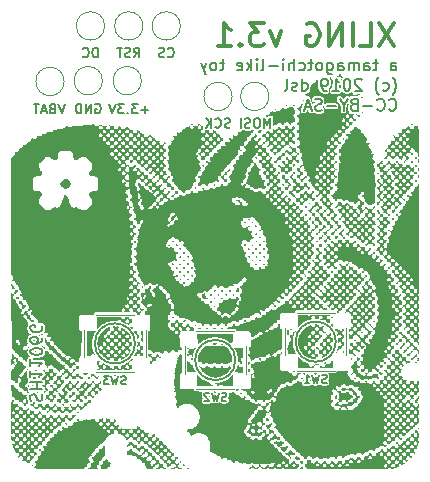
<source format=gbo>
%FSLAX46Y46*%
%MOMM*%
%ADD10C,0.2*%
%ADD11C,0.35*%
%ADD12C,0.15*%
%ADD13C,0.12*%
D10*
%LPD*%
G01X70942071Y-57156309D02*
X70827785Y-57194404D01*
X70637309D01*
X70561119Y-57156309D01*
X70523023Y-57118214D01*
X70484928Y-57042023D01*
Y-56965833D01*
X70523023Y-56889642D01*
X70561119Y-56851547D01*
X70637309Y-56813452D01*
X70789690Y-56775357D01*
X70865880Y-56737261D01*
X70903976Y-56699166D01*
X70942071Y-56622976D01*
Y-56546785D01*
X70903976Y-56470595D01*
X70865880Y-56432500D01*
X70789690Y-56394404D01*
X70599214D01*
X70484928Y-56432500D01*
X69684928Y-57118214D02*
X69723023Y-57156309D01*
X69837309Y-57194404D01*
X69913500D01*
X70027785Y-57156309D01*
X70103976Y-57080119D01*
X70142071Y-57003928D01*
X70180166Y-56851547D01*
Y-56737261D01*
X70142071Y-56584880D01*
X70103976Y-56508690D01*
X70027785Y-56432500D01*
X69913500Y-56394404D01*
X69837309D01*
X69723023Y-56432500D01*
X69684928Y-56470595D01*
X69342071Y-57194404D02*
Y-56394404D01*
X68884928Y-57194404D02*
X69227785Y-56737261D01*
X68884928Y-56394404D02*
X69342071Y-56851547D01*
X74345642Y-57194404D02*
Y-56394404D01*
X74078976Y-56965833D01*
X73812309Y-56394404D01*
Y-57194404D01*
X73278976Y-56394404D02*
X73126595D01*
X73050404Y-56432500D01*
X72974214Y-56508690D01*
X72936119Y-56661071D01*
Y-56927738D01*
X72974214Y-57080119D01*
X73050404Y-57156309D01*
X73126595Y-57194404D01*
X73278976D01*
X73355166Y-57156309D01*
X73431357Y-57080119D01*
X73469452Y-56927738D01*
Y-56661071D01*
X73431357Y-56508690D01*
X73355166Y-56432500D01*
X73278976Y-56394404D01*
X72631357Y-57156309D02*
X72517071Y-57194404D01*
X72326595D01*
X72250404Y-57156309D01*
X72212309Y-57118214D01*
X72174214Y-57042023D01*
Y-56965833D01*
X72212309Y-56889642D01*
X72250404Y-56851547D01*
X72326595Y-56813452D01*
X72478976Y-56775357D01*
X72555166Y-56737261D01*
X72593261Y-56699166D01*
X72631357Y-56622976D01*
Y-56546785D01*
X72593261Y-56470595D01*
X72555166Y-56432500D01*
X72478976Y-56394404D01*
X72288500D01*
X72174214Y-56432500D01*
X71831357Y-57194404D02*
Y-56394404D01*
X59728023Y-51225404D02*
Y-50425404D01*
X59537547D01*
X59423261Y-50463500D01*
X59347071Y-50539690D01*
X59308976Y-50615880D01*
X59270880Y-50768261D01*
Y-50882547D01*
X59308976Y-51034928D01*
X59347071Y-51111119D01*
X59423261Y-51187309D01*
X59537547Y-51225404D01*
X59728023D01*
X58470880Y-51149214D02*
X58508976Y-51187309D01*
X58623261Y-51225404D01*
X58699452D01*
X58813738Y-51187309D01*
X58889928Y-51111119D01*
X58928023Y-51034928D01*
X58966119Y-50882547D01*
Y-50768261D01*
X58928023Y-50615880D01*
X58889928Y-50539690D01*
X58813738Y-50463500D01*
X58699452Y-50425404D01*
X58623261D01*
X58508976Y-50463500D01*
X58470880Y-50501595D01*
X62795095Y-51225404D02*
X63061761Y-50844452D01*
X63252238Y-51225404D02*
Y-50425404D01*
X62947476D01*
X62871285Y-50463500D01*
X62833190Y-50501595D01*
X62795095Y-50577785D01*
Y-50692071D01*
X62833190Y-50768261D01*
X62871285Y-50806357D01*
X62947476Y-50844452D01*
X63252238D01*
X62490333Y-51187309D02*
X62376047Y-51225404D01*
X62185571D01*
X62109380Y-51187309D01*
X62071285Y-51149214D01*
X62033190Y-51073023D01*
Y-50996833D01*
X62071285Y-50920642D01*
X62109380Y-50882547D01*
X62185571Y-50844452D01*
X62337952Y-50806357D01*
X62414142Y-50768261D01*
X62452238Y-50730166D01*
X62490333Y-50653976D01*
Y-50577785D01*
X62452238Y-50501595D01*
X62414142Y-50463500D01*
X62337952Y-50425404D01*
X62147476D01*
X62033190Y-50463500D01*
X61804619Y-50425404D02*
X61347476D01*
X61576047Y-51225404D02*
Y-50425404D01*
X65665333Y-51149214D02*
X65703428Y-51187309D01*
X65817714Y-51225404D01*
X65893904D01*
X66008190Y-51187309D01*
X66084380Y-51111119D01*
X66122476Y-51034928D01*
X66160571Y-50882547D01*
Y-50768261D01*
X66122476Y-50615880D01*
X66084380Y-50539690D01*
X66008190Y-50463500D01*
X65893904Y-50425404D01*
X65817714D01*
X65703428Y-50463500D01*
X65665333Y-50501595D01*
X65360571Y-51187309D02*
X65246285Y-51225404D01*
X65055809D01*
X64979619Y-51187309D01*
X64941523Y-51149214D01*
X64903428Y-51073023D01*
Y-50996833D01*
X64941523Y-50920642D01*
X64979619Y-50882547D01*
X65055809Y-50844452D01*
X65208190Y-50806357D01*
X65284380Y-50768261D01*
X65322476Y-50730166D01*
X65360571Y-50653976D01*
Y-50577785D01*
X65322476Y-50501595D01*
X65284380Y-50463500D01*
X65208190Y-50425404D01*
X65017714D01*
X64903428Y-50463500D01*
X56940285Y-55187904D02*
X56673619Y-55987904D01*
X56406952Y-55187904D01*
X55873619Y-55568857D02*
X55759333Y-55606952D01*
X55721238Y-55645047D01*
X55683142Y-55721238D01*
Y-55835523D01*
X55721238Y-55911714D01*
X55759333Y-55949809D01*
X55835523Y-55987904D01*
X56140285D01*
Y-55187904D01*
X55873619D01*
X55797428Y-55226000D01*
X55759333Y-55264095D01*
X55721238Y-55340285D01*
Y-55416476D01*
X55759333Y-55492666D01*
X55797428Y-55530761D01*
X55873619Y-55568857D01*
X56140285D01*
X55378380Y-55759333D02*
X54997428D01*
X55454571Y-55987904D02*
X55187904Y-55187904D01*
X54921238Y-55987904D01*
X54768857Y-55187904D02*
X54311714D01*
X54540285Y-55987904D02*
Y-55187904D01*
X59537523Y-55226000D02*
X59613714Y-55187904D01*
X59728000D01*
X59842285Y-55226000D01*
X59918476Y-55302190D01*
X59956571Y-55378380D01*
X59994666Y-55530761D01*
Y-55645047D01*
X59956571Y-55797428D01*
X59918476Y-55873619D01*
X59842285Y-55949809D01*
X59728000Y-55987904D01*
X59651809D01*
X59537523Y-55949809D01*
X59499428Y-55911714D01*
Y-55645047D01*
X59651809D01*
X59156571Y-55987904D02*
Y-55187904D01*
X58699428Y-55987904D01*
Y-55187904D01*
X58318476Y-55987904D02*
Y-55187904D01*
X58128000D01*
X58013714Y-55226000D01*
X57937523Y-55302190D01*
X57899428Y-55378380D01*
X57861333Y-55530761D01*
Y-55645047D01*
X57899428Y-55797428D01*
X57937523Y-55873619D01*
X58013714Y-55949809D01*
X58128000Y-55987904D01*
X58318476D01*
X64020500Y-55683142D02*
X63410976D01*
X63715738Y-55987904D02*
Y-55378380D01*
X63106214Y-55187904D02*
X62610976D01*
X62877642Y-55492666D01*
X62763357D01*
X62687166Y-55530761D01*
X62649071Y-55568857D01*
X62610976Y-55645047D01*
Y-55835523D01*
X62649071Y-55911714D01*
X62687166Y-55949809D01*
X62763357Y-55987904D01*
X62991928D01*
X63068119Y-55949809D01*
X63106214Y-55911714D01*
X62268119D02*
X62230023Y-55949809D01*
X62268119Y-55987904D01*
X62306214Y-55949809D01*
X62268119Y-55911714D01*
Y-55987904D01*
X61963357Y-55187904D02*
X61468119D01*
X61734785Y-55492666D01*
X61620500D01*
X61544309Y-55530761D01*
X61506214Y-55568857D01*
X61468119Y-55645047D01*
Y-55835523D01*
X61506214Y-55911714D01*
X61544309Y-55949809D01*
X61620500Y-55987904D01*
X61849071D01*
X61925261Y-55949809D01*
X61963357Y-55911714D01*
X61239547Y-55187904D02*
X60972880Y-55987904D01*
X60706214Y-55187904D01*
X54078238Y-80324523D02*
X54030619Y-80181666D01*
Y-79943571D01*
X54078238Y-79848333D01*
X54125857Y-79800714D01*
X54221095Y-79753095D01*
X54316333D01*
X54411571Y-79800714D01*
X54459190Y-79848333D01*
X54506809Y-79943571D01*
X54554428Y-80134047D01*
X54602047Y-80229285D01*
X54649666Y-80276904D01*
X54744904Y-80324523D01*
X54840142D01*
X54935380Y-80276904D01*
X54983000Y-80229285D01*
X55030619Y-80134047D01*
Y-79895952D01*
X54983000Y-79753095D01*
X54030619Y-79324523D02*
X55030619D01*
X54554428D02*
Y-78753095D01*
X54030619D02*
X55030619D01*
X54030619Y-77753095D02*
Y-78324523D01*
Y-78038809D02*
X55030619D01*
X54887761Y-78134047D01*
X54792523Y-78229285D01*
X54744904Y-78324523D01*
X54030619Y-76800714D02*
Y-77372142D01*
Y-77086428D02*
X55030619D01*
X54887761Y-77181666D01*
X54792523Y-77276904D01*
X54744904Y-77372142D01*
X55030619Y-76181666D02*
Y-76086428D01*
X54983000Y-75991190D01*
X54935380Y-75943571D01*
X54840142Y-75895952D01*
X54649666Y-75848333D01*
X54411571D01*
X54221095Y-75895952D01*
X54125857Y-75943571D01*
X54078238Y-75991190D01*
X54030619Y-76086428D01*
Y-76181666D01*
X54078238Y-76276904D01*
X54125857Y-76324523D01*
X54221095Y-76372142D01*
X54411571Y-76419761D01*
X54649666D01*
X54840142Y-76372142D01*
X54935380Y-76324523D01*
X54983000Y-76276904D01*
X55030619Y-76181666D01*
Y-74991190D02*
Y-75181666D01*
X54983000Y-75276904D01*
X54935380Y-75324523D01*
X54792523Y-75419761D01*
X54602047Y-75467380D01*
X54221095D01*
X54125857Y-75419761D01*
X54078238Y-75372142D01*
X54030619Y-75276904D01*
Y-75086428D01*
X54078238Y-74991190D01*
X54125857Y-74943571D01*
X54221095Y-74895952D01*
X54459190D01*
X54554428Y-74943571D01*
X54602047Y-74991190D01*
X54649666Y-75086428D01*
Y-75276904D01*
X54602047Y-75372142D01*
X54554428Y-75419761D01*
X54459190Y-75467380D01*
X54983000Y-73943571D02*
X55030619Y-74038809D01*
Y-74181666D01*
X54983000Y-74324523D01*
X54887761Y-74419761D01*
X54792523Y-74467380D01*
X54602047Y-74515000D01*
X54459190D01*
X54268714Y-74467380D01*
X54173476Y-74419761D01*
X54078238Y-74324523D01*
X54030619Y-74181666D01*
Y-74086428D01*
X54078238Y-73943571D01*
X54125857Y-73895952D01*
X54459190D01*
Y-74086428D01*
X84547333Y-52346380D02*
Y-51822571D01*
X84594952Y-51727333D01*
X84690190Y-51679714D01*
X84880666D01*
X84975904Y-51727333D01*
X84547333Y-52298761D02*
X84642571Y-52346380D01*
X84880666D01*
X84975904Y-52298761D01*
X85023523Y-52203523D01*
Y-52108285D01*
X84975904Y-52013047D01*
X84880666Y-51965428D01*
X84642571D01*
X84547333Y-51917809D01*
X83452095Y-51679714D02*
X83071142D01*
X83309238Y-51346380D02*
Y-52203523D01*
X83261619Y-52298761D01*
X83166380Y-52346380D01*
X83071142D01*
X82309238D02*
Y-51822571D01*
X82356857Y-51727333D01*
X82452095Y-51679714D01*
X82642571D01*
X82737809Y-51727333D01*
X82309238Y-52298761D02*
X82404476Y-52346380D01*
X82642571D01*
X82737809Y-52298761D01*
X82785428Y-52203523D01*
Y-52108285D01*
X82737809Y-52013047D01*
X82642571Y-51965428D01*
X82404476D01*
X82309238Y-51917809D01*
X81833047Y-52346380D02*
Y-51679714D01*
Y-51774952D02*
X81785428Y-51727333D01*
X81690190Y-51679714D01*
X81547333D01*
X81452095Y-51727333D01*
X81404476Y-51822571D01*
Y-52346380D01*
Y-51822571D02*
X81356857Y-51727333D01*
X81261619Y-51679714D01*
X81118761D01*
X81023523Y-51727333D01*
X80975904Y-51822571D01*
Y-52346380D01*
X80071142D02*
Y-51822571D01*
X80118761Y-51727333D01*
X80214000Y-51679714D01*
X80404476D01*
X80499714Y-51727333D01*
X80071142Y-52298761D02*
X80166380Y-52346380D01*
X80404476D01*
X80499714Y-52298761D01*
X80547333Y-52203523D01*
Y-52108285D01*
X80499714Y-52013047D01*
X80404476Y-51965428D01*
X80166380D01*
X80071142Y-51917809D01*
X79166380Y-51679714D02*
Y-52489238D01*
X79214000Y-52584476D01*
X79261619Y-52632095D01*
X79356857Y-52679714D01*
X79499714D01*
X79594952Y-52632095D01*
X79166380Y-52298761D02*
X79261619Y-52346380D01*
X79452095D01*
X79547333Y-52298761D01*
X79594952Y-52251142D01*
X79642571Y-52155904D01*
Y-51870190D01*
X79594952Y-51774952D01*
X79547333Y-51727333D01*
X79452095Y-51679714D01*
X79261619D01*
X79166380Y-51727333D01*
X78547333Y-52346380D02*
X78642571Y-52298761D01*
X78690190Y-52251142D01*
X78737809Y-52155904D01*
Y-51870190D01*
X78690190Y-51774952D01*
X78642571Y-51727333D01*
X78547333Y-51679714D01*
X78404476D01*
X78309238Y-51727333D01*
X78261619Y-51774952D01*
X78214000Y-51870190D01*
Y-52155904D01*
X78261619Y-52251142D01*
X78309238Y-52298761D01*
X78404476Y-52346380D01*
X78547333D01*
X77928285Y-51679714D02*
X77547333D01*
X77785428Y-51346380D02*
Y-52203523D01*
X77737809Y-52298761D01*
X77642571Y-52346380D01*
X77547333D01*
X76785428Y-52298761D02*
X76880666Y-52346380D01*
X77071142D01*
X77166380Y-52298761D01*
X77214000Y-52251142D01*
X77261619Y-52155904D01*
Y-51870190D01*
X77214000Y-51774952D01*
X77166380Y-51727333D01*
X77071142Y-51679714D01*
X76880666D01*
X76785428Y-51727333D01*
X76356857Y-52346380D02*
Y-51346380D01*
X75928285Y-52346380D02*
Y-51822571D01*
X75975904Y-51727333D01*
X76071142Y-51679714D01*
X76214000D01*
X76309238Y-51727333D01*
X76356857Y-51774952D01*
X75452095Y-52346380D02*
Y-51679714D01*
Y-51346380D02*
X75499714Y-51394000D01*
X75452095Y-51441619D01*
X75404476Y-51394000D01*
X75452095Y-51346380D01*
Y-51441619D01*
X74975904Y-51965428D02*
X74214000D01*
X73594952Y-52346380D02*
X73690190Y-52298761D01*
X73737809Y-52203523D01*
Y-51346380D01*
X73214000Y-52346380D02*
Y-51679714D01*
Y-51346380D02*
X73261619Y-51394000D01*
X73214000Y-51441619D01*
X73166380Y-51394000D01*
X73214000Y-51346380D01*
Y-51441619D01*
X72737809Y-52346380D02*
Y-51346380D01*
X72642571Y-51965428D02*
X72356857Y-52346380D01*
Y-51679714D02*
X72737809Y-52060666D01*
X71547333Y-52298761D02*
X71642571Y-52346380D01*
X71833047D01*
X71928285Y-52298761D01*
X71975904Y-52203523D01*
Y-51822571D01*
X71928285Y-51727333D01*
X71833047Y-51679714D01*
X71642571D01*
X71547333Y-51727333D01*
X71499714Y-51822571D01*
Y-51917809D01*
X71975904Y-52013047D01*
X70452095Y-51679714D02*
X70071142D01*
X70309238Y-51346380D02*
Y-52203523D01*
X70261619Y-52298761D01*
X70166380Y-52346380D01*
X70071142D01*
X69594952D02*
X69690190Y-52298761D01*
X69737809Y-52251142D01*
X69785428Y-52155904D01*
Y-51870190D01*
X69737809Y-51774952D01*
X69690190Y-51727333D01*
X69594952Y-51679714D01*
X69452095D01*
X69356857Y-51727333D01*
X69309238Y-51774952D01*
X69261619Y-51870190D01*
Y-52155904D01*
X69309238Y-52251142D01*
X69356857Y-52298761D01*
X69452095Y-52346380D01*
X69594952D01*
X68928285Y-51679714D02*
X68690190Y-52346380D01*
X68452095Y-51679714D02*
X68690190Y-52346380D01*
X68785428Y-52584476D01*
X68833047Y-52632095D01*
X68928285Y-52679714D01*
X84690190Y-54427333D02*
X84737809Y-54379714D01*
X84833047Y-54236857D01*
X84880666Y-54141619D01*
X84928285Y-53998761D01*
X84975904Y-53760666D01*
Y-53570190D01*
X84928285Y-53332095D01*
X84880666Y-53189238D01*
X84833047Y-53094000D01*
X84737809Y-52951142D01*
X84690190Y-52903523D01*
X83880666Y-53998761D02*
X83975904Y-54046380D01*
X84166380D01*
X84261619Y-53998761D01*
X84309238Y-53951142D01*
X84356857Y-53855904D01*
Y-53570190D01*
X84309238Y-53474952D01*
X84261619Y-53427333D01*
X84166380Y-53379714D01*
X83975904D01*
X83880666Y-53427333D01*
X83547333Y-54427333D02*
X83499714Y-54379714D01*
X83404476Y-54236857D01*
X83356857Y-54141619D01*
X83309238Y-53998761D01*
X83261619Y-53760666D01*
Y-53570190D01*
X83309238Y-53332095D01*
X83356857Y-53189238D01*
X83404476Y-53094000D01*
X83499714Y-52951142D01*
X83547333Y-52903523D01*
X82071142Y-53141619D02*
X82023523Y-53094000D01*
X81928285Y-53046380D01*
X81690190D01*
X81594952Y-53094000D01*
X81547333Y-53141619D01*
X81499714Y-53236857D01*
Y-53332095D01*
X81547333Y-53474952D01*
X82118761Y-54046380D01*
X81499714D01*
X80880666Y-53046380D02*
X80785428D01*
X80690190Y-53094000D01*
X80642571Y-53141619D01*
X80594952Y-53236857D01*
X80547333Y-53427333D01*
Y-53665428D01*
X80594952Y-53855904D01*
X80642571Y-53951142D01*
X80690190Y-53998761D01*
X80785428Y-54046380D01*
X80880666D01*
X80975904Y-53998761D01*
X81023523Y-53951142D01*
X81071142Y-53855904D01*
X81118761Y-53665428D01*
Y-53427333D01*
X81071142Y-53236857D01*
X81023523Y-53141619D01*
X80975904Y-53094000D01*
X80880666Y-53046380D01*
X79594952Y-54046380D02*
X80166380D01*
X79880666D02*
Y-53046380D01*
X79975904Y-53189238D01*
X80071142Y-53284476D01*
X80166380Y-53332095D01*
X79118761Y-54046380D02*
X78928285D01*
X78833047Y-53998761D01*
X78785428Y-53951142D01*
X78690190Y-53808285D01*
X78642571Y-53617809D01*
Y-53236857D01*
X78690190Y-53141619D01*
X78737809Y-53094000D01*
X78833047Y-53046380D01*
X79023523D01*
X79118761Y-53094000D01*
X79166380Y-53141619D01*
X79214000Y-53236857D01*
Y-53474952D01*
X79166380Y-53570190D01*
X79118761Y-53617809D01*
X79023523Y-53665428D01*
X78833047D01*
X78737809Y-53617809D01*
X78690190Y-53570190D01*
X78642571Y-53474952D01*
X77023523Y-54046380D02*
Y-53046380D01*
Y-53998761D02*
X77118761Y-54046380D01*
X77309238D01*
X77404476Y-53998761D01*
X77452095Y-53951142D01*
X77499714Y-53855904D01*
Y-53570190D01*
X77452095Y-53474952D01*
X77404476Y-53427333D01*
X77309238Y-53379714D01*
X77118761D01*
X77023523Y-53427333D01*
X76594952Y-53998761D02*
X76499714Y-54046380D01*
X76309238D01*
X76214000Y-53998761D01*
X76166380Y-53903523D01*
Y-53855904D01*
X76214000Y-53760666D01*
X76309238Y-53713047D01*
X76452095D01*
X76547333Y-53665428D01*
X76594952Y-53570190D01*
Y-53522571D01*
X76547333Y-53427333D01*
X76452095Y-53379714D01*
X76309238D01*
X76214000Y-53427333D01*
X75594952Y-54046380D02*
X75690190Y-53998761D01*
X75737809Y-53903523D01*
Y-53046380D01*
X84404476Y-55651142D02*
X84452095Y-55698761D01*
X84594952Y-55746380D01*
X84690190D01*
X84833047Y-55698761D01*
X84928285Y-55603523D01*
X84975904Y-55508285D01*
X85023523Y-55317809D01*
Y-55174952D01*
X84975904Y-54984476D01*
X84928285Y-54889238D01*
X84833047Y-54794000D01*
X84690190Y-54746380D01*
X84594952D01*
X84452095Y-54794000D01*
X84404476Y-54841619D01*
X83404476Y-55651142D02*
X83452095Y-55698761D01*
X83594952Y-55746380D01*
X83690190D01*
X83833047Y-55698761D01*
X83928285Y-55603523D01*
X83975904Y-55508285D01*
X84023523Y-55317809D01*
Y-55174952D01*
X83975904Y-54984476D01*
X83928285Y-54889238D01*
X83833047Y-54794000D01*
X83690190Y-54746380D01*
X83594952D01*
X83452095Y-54794000D01*
X83404476Y-54841619D01*
X82975904Y-55365428D02*
X82214000D01*
X81404476Y-55222571D02*
X81261619Y-55270190D01*
X81214000Y-55317809D01*
X81166380Y-55413047D01*
Y-55555904D01*
X81214000Y-55651142D01*
X81261619Y-55698761D01*
X81356857Y-55746380D01*
X81737809D01*
Y-54746380D01*
X81404476D01*
X81309238Y-54794000D01*
X81261619Y-54841619D01*
X81214000Y-54936857D01*
Y-55032095D01*
X81261619Y-55127333D01*
X81309238Y-55174952D01*
X81404476Y-55222571D01*
X81737809D01*
X80547333Y-55270190D02*
Y-55746380D01*
X80880666Y-54746380D02*
X80547333Y-55270190D01*
X80214000Y-54746380D01*
X79880666Y-55365428D02*
X79118761D01*
X78690190Y-55698761D02*
X78547333Y-55746380D01*
X78309238D01*
X78214000Y-55698761D01*
X78166380Y-55651142D01*
X78118761Y-55555904D01*
Y-55460666D01*
X78166380Y-55365428D01*
X78214000Y-55317809D01*
X78309238Y-55270190D01*
X78499714Y-55222571D01*
X78594952Y-55174952D01*
X78642571Y-55127333D01*
X78690190Y-55032095D01*
Y-54936857D01*
X78642571Y-54841619D01*
X78594952Y-54794000D01*
X78499714Y-54746380D01*
X78261619D01*
X78118761Y-54794000D01*
X77737809Y-55460666D02*
X77261619D01*
X77833047Y-55746380D02*
X77499714Y-54746380D01*
X77166380Y-55746380D01*
D11*
X84845071Y-48362523D02*
X83578404Y-50262523D01*
Y-48362523D02*
X84845071Y-50262523D01*
X81949833D02*
X82854595D01*
Y-48362523D01*
X81316500Y-50262523D02*
Y-48362523D01*
X80411738Y-50262523D02*
Y-48362523D01*
X79326023Y-50262523D01*
Y-48362523D01*
X77426023Y-48453000D02*
X77606976Y-48362523D01*
X77878404D01*
X78149833Y-48453000D01*
X78330785Y-48633952D01*
X78421261Y-48814904D01*
X78511738Y-49176809D01*
Y-49448238D01*
X78421261Y-49810142D01*
X78330785Y-49991095D01*
X78149833Y-50172047D01*
X77878404Y-50262523D01*
X77697452D01*
X77426023Y-50172047D01*
X77335547Y-50081571D01*
Y-49448238D01*
X77697452D01*
X75254595Y-48995857D02*
X74802214Y-50262523D01*
X74349833Y-48995857D01*
X73806976Y-48362523D02*
X72630785D01*
X73264119Y-49086333D01*
X72992690D01*
X72811738Y-49176809D01*
X72721261Y-49267285D01*
X72630785Y-49448238D01*
Y-49900619D01*
X72721261Y-50081571D01*
X72811738Y-50172047D01*
X72992690Y-50262523D01*
X73535547D01*
X73716500Y-50172047D01*
X73806976Y-50081571D01*
X71816500D02*
X71726023Y-50172047D01*
X71816500Y-50262523D01*
X71906976Y-50172047D01*
X71816500Y-50081571D01*
Y-50262523D01*
X69916500D02*
X71002214D01*
X70459357D02*
Y-48362523D01*
X70640309Y-48633952D01*
X70821261Y-48814904D01*
X71002214Y-48905380D01*
G75*
D12*
G01X79882000Y-75310000D02*
G03I-1700000J0D01*
D13*
G01X76582000Y-72860000D02*
X79782000D01*
X76582000Y-77760000D02*
X79782000D01*
X80782000Y-76460000D02*
Y-74160000D01*
X75582000Y-76460000D02*
Y-74160000D01*
D12*
G01X71382000Y-76860000D02*
G03I-1700000J0D01*
D13*
G01X68082000Y-74410000D02*
X71282000D01*
X68082000Y-79310000D02*
X71282000D01*
X72282000Y-78010000D02*
Y-75710000D01*
X67082000Y-78010000D02*
Y-75710000D01*
D12*
G01X62882000Y-75460000D02*
G03I-1700000J0D01*
D13*
G01X59582000Y-73010000D02*
X62782000D01*
X59582000Y-77910000D02*
X62782000D01*
X63782000Y-76610000D02*
Y-74310000D01*
X58582000Y-76610000D02*
Y-74310000D01*
G01X63430000Y-53213000D02*
G03I-1200000J0D01*
G01X56889500Y-53276500D02*
G03I-1200000J0D01*
G01X60128000Y-53213000D02*
G03I-1200000J0D01*
G01X71113500Y-54546500D02*
G03I-1200000J0D01*
G01X74225000D02*
G03I-1200000J0D01*
G01X66732000Y-48577500D02*
G03I-1200000J0D01*
G01X60318500D02*
G03I-1200000J0D01*
G01X63557000D02*
G03I-1200000J0D01*
D12*
G01X79115333Y-78769333D02*
X79015333Y-78802666D01*
X78848666D01*
X78782000Y-78769333D01*
X78748666Y-78736000D01*
X78715333Y-78669333D01*
Y-78602666D01*
X78748666Y-78536000D01*
X78782000Y-78502666D01*
X78848666Y-78469333D01*
X78982000Y-78436000D01*
X79048666Y-78402666D01*
X79082000Y-78369333D01*
X79115333Y-78302666D01*
Y-78236000D01*
X79082000Y-78169333D01*
X79048666Y-78136000D01*
X78982000Y-78102666D01*
X78815333D01*
X78715333Y-78136000D01*
X78482000Y-78102666D02*
X78315333Y-78802666D01*
X78182000Y-78302666D01*
X78048666Y-78802666D01*
X77882000Y-78102666D01*
X77248666Y-78802666D02*
X77648666D01*
X77448666D02*
Y-78102666D01*
X77515333Y-78202666D01*
X77582000Y-78269333D01*
X77648666Y-78302666D01*
X70615333Y-80293333D02*
X70515333Y-80326666D01*
X70348666D01*
X70282000Y-80293333D01*
X70248666Y-80260000D01*
X70215333Y-80193333D01*
Y-80126666D01*
X70248666Y-80060000D01*
X70282000Y-80026666D01*
X70348666Y-79993333D01*
X70482000Y-79960000D01*
X70548666Y-79926666D01*
X70582000Y-79893333D01*
X70615333Y-79826666D01*
Y-79760000D01*
X70582000Y-79693333D01*
X70548666Y-79660000D01*
X70482000Y-79626666D01*
X70315333D01*
X70215333Y-79660000D01*
X69982000Y-79626666D02*
X69815333Y-80326666D01*
X69682000Y-79826666D01*
X69548666Y-80326666D01*
X69382000Y-79626666D01*
X69148666Y-79693333D02*
X69115333Y-79660000D01*
X69048666Y-79626666D01*
X68882000D01*
X68815333Y-79660000D01*
X68782000Y-79693333D01*
X68748666Y-79760000D01*
Y-79826666D01*
X68782000Y-79926666D01*
X69182000Y-80326666D01*
X68748666D01*
X62115333Y-78896333D02*
X62015333Y-78929666D01*
X61848666D01*
X61782000Y-78896333D01*
X61748666Y-78863000D01*
X61715333Y-78796333D01*
Y-78729666D01*
X61748666Y-78663000D01*
X61782000Y-78629666D01*
X61848666Y-78596333D01*
X61982000Y-78563000D01*
X62048666Y-78529666D01*
X62082000Y-78496333D01*
X62115333Y-78429666D01*
Y-78363000D01*
X62082000Y-78296333D01*
X62048666Y-78263000D01*
X61982000Y-78229666D01*
X61815333D01*
X61715333Y-78263000D01*
X61482000Y-78229666D02*
X61315333Y-78929666D01*
X61182000Y-78429666D01*
X61048666Y-78929666D01*
X60882000Y-78229666D01*
X60682000D02*
X60248666D01*
X60482000Y-78496333D01*
X60382000D01*
X60315333Y-78529666D01*
X60282000Y-78563000D01*
X60248666Y-78629666D01*
Y-78796333D01*
X60282000Y-78863000D01*
X60315333Y-78896333D01*
X60382000Y-78929666D01*
X60582000D01*
X60648666Y-78896333D01*
X60682000Y-78863000D01*
G36*
D10*
X80788061Y-52753939D02*
X80818364D01*
X80788061D01*
G37*
G36*
X79000182Y-52769091D02*
X78848667D01*
X78894121Y-52738788D01*
X78985030Y-52723636D01*
X79045636Y-52799394D01*
X79000182Y-52769091D01*
G37*
G36*
X79788061Y-52814545D02*
G37*
G36*
X79818364Y-52829697D02*
X79848667D01*
X79818364D01*
G37*
G36*
X78530485Y-52935758D02*
G37*
G36*
X80318364Y-53132727D02*
X80363818Y-53087273D01*
X80378970Y-53056970D01*
X80363818Y-52920606D01*
X80409273Y-52890303D01*
X80363818Y-52844848D01*
X80288061Y-52829697D01*
X80212303D01*
X80136545Y-52860000D01*
X80106242Y-52905455D01*
X80030485Y-52844848D01*
X79985030Y-52829697D01*
X80030485D01*
X80060788Y-52814545D01*
X80075939Y-52799394D01*
X80121394Y-52753939D01*
X80136545Y-52738788D01*
X80151697Y-52708485D01*
Y-52602424D01*
X80182000Y-52632727D01*
X80303212Y-52647879D01*
X80288061Y-52723636D01*
X80333515Y-52769091D01*
X80348667Y-52829697D01*
X80394121D01*
X80424424Y-52860000D01*
Y-52875152D01*
X80439576Y-52890303D01*
X80469879Y-52905455D01*
X80515333D01*
X80485030Y-52920606D01*
X80454727Y-52950909D01*
X80409273Y-53011515D01*
X80378970Y-53087273D01*
X80363818Y-53117576D01*
X80318364Y-53132727D01*
G37*
G36*
X78894121Y-53405455D02*
X78939576Y-53329697D01*
Y-53405455D01*
X78894121D01*
G37*
G36*
X80803212Y-53496364D02*
X80833515Y-53390303D01*
X80848667Y-53420606D01*
Y-53496364D01*
X80803212D01*
G37*
G36*
X81363818Y-53844848D02*
X81333515Y-53799394D01*
X81348667Y-53723636D01*
X81363818Y-53693333D01*
Y-53723636D01*
X81469879Y-53814545D01*
X81424424Y-53829697D01*
X81363818Y-53844848D01*
G37*
G36*
X80288061D02*
X80212303Y-53814545D01*
X80121394Y-53799394D01*
X80136545Y-53572121D01*
X80288061D01*
X80303212Y-53708485D01*
X80288061Y-53844848D01*
G37*
G36*
X77106242Y-54541818D02*
G37*
G36*
X82060788Y-54693333D02*
Y-54587273D01*
X82075939Y-54526667D01*
X82121394Y-54556970D01*
X82227455D01*
X82242606Y-54693333D01*
X82151697Y-54678182D01*
X82106242D01*
X82091091Y-54693333D01*
X82060788D01*
G37*
G36*
X77030485D02*
X77045636Y-54663030D01*
X77091091D01*
X77106242Y-54693333D01*
X77030485D01*
G37*
G36*
X77227455Y-54723636D02*
Y-54663030D01*
Y-54723636D01*
G37*
G36*
X81985030Y-54814545D02*
Y-54753939D01*
X82015333Y-54723636D01*
Y-54784242D01*
X81985030Y-54814545D01*
G37*
G36*
X77151697Y-54981212D02*
Y-54723636D01*
X77197152Y-54814545D01*
X77166848Y-54935758D01*
X77151697Y-54950909D01*
Y-54981212D01*
G37*
G36*
X82015333Y-55117576D02*
X81985030Y-55102424D01*
Y-55056970D01*
X82015333Y-55087273D01*
Y-55117576D01*
G37*
G36*
X82075939Y-55163030D02*
G37*
G36*
X75651697Y-55314545D02*
X75682000D01*
X75697152Y-55299394D01*
X75788061D01*
X75803212Y-55329697D01*
X75651697Y-55314545D01*
G37*
G36*
X76500182Y-55420606D02*
X76530485Y-55435758D01*
X76500182Y-55420606D01*
G37*
G36*
X74803212Y-55663030D02*
X74788061Y-55647879D01*
X74742606D01*
X74772909Y-55632727D01*
X74848667Y-55663030D01*
X74803212D01*
G37*
G36*
X82075939Y-55981212D02*
Y-55950909D01*
X82091091Y-55875152D01*
X82075939Y-55814545D01*
X82121394Y-55829697D01*
X82151697Y-55844848D01*
Y-55875152D01*
X82121394Y-55920606D01*
Y-55950909D01*
X82106242Y-55981212D01*
X82075939D01*
G37*
G36*
X73545636Y-56269091D02*
X73515333Y-56238788D01*
X73545636D01*
X73575939Y-56269091D01*
X73545636D01*
G37*
G36*
X76500182Y-56405455D02*
G37*
G36*
Y-56678182D02*
G37*
G36*
X73197152Y-56905455D02*
X73182000Y-56723636D01*
X73197152Y-56693333D01*
Y-56723636D01*
X73212303Y-56738788D01*
Y-56860000D01*
X73197152Y-56905455D01*
G37*
G36*
X81757758D02*
X81772909Y-56935758D01*
X81757758Y-56905455D01*
G37*
G36*
X86863818Y-56966061D02*
X86909273Y-56920606D01*
X86924424Y-56875152D01*
Y-56966061D01*
X86863818D01*
G37*
G36*
X86394121D02*
X86378970Y-56950909D01*
X86288061D01*
X86257758Y-56935758D01*
X86272909Y-56890303D01*
X86318364Y-56875152D01*
X86409273Y-56890303D01*
Y-56935758D01*
X86439576Y-56966061D01*
X86394121D01*
G37*
G36*
X74909273Y-56996364D02*
G37*
G36*
X67636545Y-57026667D02*
G37*
G36*
X74591091Y-57056970D02*
Y-56405455D01*
X74575939Y-56314545D01*
X74560788Y-56269091D01*
X74545636Y-56238788D01*
X74515333Y-56208485D01*
X74485030Y-56193333D01*
X74454727Y-56178182D01*
X74212303D01*
X74182000Y-56193333D01*
X74121394Y-56253939D01*
X74106242Y-56299394D01*
X74045636Y-56314545D01*
X74030485Y-56269091D01*
X73939576Y-56193333D01*
X73985030Y-56178182D01*
Y-56147879D01*
X73954727Y-56117576D01*
X74075939D01*
X74136545Y-56102424D01*
X74166848Y-56087273D01*
X74197152Y-56026667D01*
X74303212Y-56011515D01*
Y-55966061D01*
X74348667Y-55950909D01*
Y-55875152D01*
X74363818Y-55860000D01*
Y-55829697D01*
X74454727D01*
X74515333Y-55799394D01*
X74575939D01*
X74530485Y-55829697D01*
X74545636Y-55875152D01*
X74651697D01*
X74666848Y-55966061D01*
X74712303Y-55950909D01*
Y-55875152D01*
X74848667Y-55860000D01*
X74818364Y-55799394D01*
X74924424Y-55784242D01*
X74878970Y-55738788D01*
X74848667D01*
X75151697D01*
X75242606Y-55647879D01*
X75303212Y-55632727D01*
X75288061Y-55572121D01*
X75318364Y-55556970D01*
Y-55496364D01*
X75515333Y-55511515D01*
X75530485Y-55572121D01*
X75621394D01*
Y-55617576D01*
X75651697Y-55647879D01*
X75712303Y-55632727D01*
Y-55572121D01*
X75878970Y-55556970D01*
X75848667Y-55511515D01*
X75924424Y-55496364D01*
X75909273Y-55450909D01*
X75894121D01*
X75863818Y-55420606D01*
X75894121D01*
X75909273Y-55450909D01*
X76075939D01*
X76136545Y-55420606D01*
X76227455Y-55405455D01*
Y-55390303D01*
X76272909Y-55344848D01*
X76303212Y-55314545D01*
Y-55253939D01*
X76333515D01*
X76348667Y-55238788D01*
X76424424D01*
X76439576Y-55269091D01*
Y-55314545D01*
X76485030Y-55360000D01*
X76272909D01*
X76227455Y-55405455D01*
X76439576Y-55420606D01*
Y-55450909D01*
X76242606Y-55466061D01*
X76257758Y-55511515D01*
X76363818D01*
X76378970Y-55753939D01*
X76409273D01*
X76439576Y-55708485D01*
Y-55784242D01*
X76469879Y-55799394D01*
Y-55860000D01*
X76439576Y-56011515D01*
X76363818Y-56026667D01*
Y-56117576D01*
X76303212Y-56132727D01*
X76318364Y-56329697D01*
X76363818D01*
X76378970Y-56390303D01*
X76439576D01*
Y-56435758D01*
X76469879Y-56466061D01*
Y-56632727D01*
X76439576Y-56663030D01*
Y-56708485D01*
X76242606D01*
X76197152Y-56769091D01*
X76121394Y-56799394D01*
X76136545Y-56950909D01*
X75954727D01*
X75985030Y-56920606D01*
Y-56860000D01*
X75954727Y-56784242D01*
X75863818Y-56769091D01*
X75848667Y-56723636D01*
X75712303D01*
X75666848Y-56753939D01*
X75621394D01*
X75606242Y-56784242D01*
X75500182Y-56799394D01*
X75485030Y-56844848D01*
Y-56935758D01*
X75303212D01*
Y-56844848D01*
X75227455D01*
X75212303Y-56799394D01*
X75030485Y-56784242D01*
X75000182Y-56814545D01*
Y-56844848D01*
X74924424Y-56860000D01*
Y-56935758D01*
X74878970D01*
X74863818Y-56966061D01*
X74833515Y-56981212D01*
X74697152Y-56996364D01*
X74636545Y-57011515D01*
X74591091Y-57056970D01*
G37*
G36*
X85439576Y-57253939D02*
G37*
G36*
X82015333Y-57329697D02*
G37*
G36*
X66545636Y-57556970D02*
G37*
G36*
X73333515Y-57617576D02*
Y-57541818D01*
X73303212Y-57481212D01*
X73272909D01*
X73257758Y-57450909D01*
X73303212D01*
X73318364Y-57435758D01*
X73378970D01*
X73424424Y-57420606D01*
X73454727Y-57405455D01*
X73485030Y-57390303D01*
X73530485Y-57344848D01*
X73560788Y-57329697D01*
X73591091Y-57344848D01*
X73636545Y-57390303D01*
X73621394Y-57481212D01*
X73560788Y-57496364D01*
Y-57587273D01*
X73530485Y-57602424D01*
X73469879Y-57617576D01*
X73333515D01*
G37*
G36*
X63697152Y-57632727D02*
G37*
G36*
X73333515Y-58011515D02*
G37*
G36*
X54348667Y-58102424D02*
G37*
G36*
X84469879Y-58253939D02*
X84454727Y-58223636D01*
X84485030Y-58178182D01*
Y-58223636D01*
X84515333Y-58253939D01*
X84469879D01*
G37*
G36*
X82545636Y-58390303D02*
G37*
G36*
X70454727Y-58632727D02*
G37*
G36*
X82909273Y-58996364D02*
G37*
G36*
X71985030Y-59223636D02*
G37*
G36*
X68182000Y-59299394D02*
Y-59269091D01*
X68212303Y-59299394D01*
X68182000D01*
G37*
G36*
X83015333Y-59390303D02*
Y-59344848D01*
X83000182Y-59314545D01*
X83030485Y-59360000D01*
X83015333Y-59390303D01*
G37*
G36*
X86575939Y-59829697D02*
Y-59678182D01*
X86606242Y-59693333D01*
X86727455D01*
X86742606Y-59829697D01*
X86575939D01*
G37*
G36*
X69242606Y-59920606D02*
G37*
G36*
X86257758Y-60147879D02*
Y-60117576D01*
X86272909Y-60102424D01*
Y-60056970D01*
X86257758Y-59996364D01*
X86394121Y-60011515D01*
X86409273Y-60041818D01*
Y-60147879D01*
X86348667Y-60132727D01*
X86318364D01*
X86257758Y-60147879D01*
G37*
G36*
X83924424Y-60253939D02*
G37*
G36*
X86924424Y-60284242D02*
X86894121Y-60178182D01*
X86833515Y-60223636D01*
X86848667Y-60178182D01*
X86878970Y-60147879D01*
Y-60087273D01*
X86863818Y-60041818D01*
X86833515Y-59996364D01*
Y-59844848D01*
X86848667Y-59905455D01*
X86878970Y-59950909D01*
X86924424Y-59935758D01*
X86894121Y-59647879D01*
X86833515Y-59693333D01*
X86818364Y-59587273D01*
Y-59375152D01*
X86803212Y-59344848D01*
X86772909Y-59269091D01*
X86742606Y-59238788D01*
X86697152D01*
X86666848Y-59208485D01*
X86606242D01*
X86575939Y-59178182D01*
X86560788Y-59147879D01*
Y-59087273D01*
X86545636Y-59041818D01*
X86530485Y-59011515D01*
X86500182Y-58981212D01*
X86454727D01*
X86409273Y-58935758D01*
X86378970Y-58920606D01*
X86303212D01*
X86212303Y-58950909D01*
Y-59011515D01*
X86182000Y-59041818D01*
X86166848Y-59102424D01*
Y-59178182D01*
X86197152Y-59208485D01*
X86212303Y-59238788D01*
X86227455Y-59329697D01*
X86242606D01*
X86272909Y-59360000D01*
X86303212Y-59375152D01*
X86409273D01*
X86394121Y-59450909D01*
X86424424Y-59511515D01*
X86257758D01*
X86242606Y-59375152D01*
X86197152Y-59360000D01*
X86151697Y-59299394D01*
X86075939Y-59284242D01*
X85969879D01*
X85924424Y-59299394D01*
X85894121Y-59329697D01*
X85878970D01*
X85863818Y-59511515D01*
X85939576Y-59587273D01*
X85985030D01*
X86000182Y-59632727D01*
X86060788D01*
X86075939Y-59647879D01*
X86121394D01*
X86091091Y-59693333D01*
X86106242Y-59844848D01*
X85985030Y-59860000D01*
Y-59905455D01*
X85894121D01*
X85833515Y-59950909D01*
X85818364Y-59966061D01*
X85803212Y-59981212D01*
X85772909Y-60011515D01*
X85757758Y-60056970D01*
X85772909Y-60147879D01*
X85621394D01*
X85591091Y-60163030D01*
X85621394Y-60132727D01*
Y-60011515D01*
X85575939Y-59981212D01*
X85621394D01*
X85636545Y-60011515D01*
X85772909Y-59996364D01*
Y-59966061D01*
X85803212Y-59950909D01*
Y-59890303D01*
X85833515Y-59860000D01*
X85848667Y-59799394D01*
Y-59723636D01*
X85833515Y-59678182D01*
X85772909Y-59617576D01*
X85727455Y-59602424D01*
X85651697D01*
X85606242Y-59617576D01*
X85545636Y-59678182D01*
X85530485Y-59723636D01*
X85515333Y-59769091D01*
Y-59814545D01*
X85545636Y-59844848D01*
X85500182Y-59860000D01*
X85515333Y-59905455D01*
X85545636D01*
X85469879D01*
X85424424Y-59860000D01*
X85378970Y-59844848D01*
X85333515D01*
X85318364Y-59860000D01*
X85272909D01*
X85242606Y-59844848D01*
X85257758Y-59769091D01*
X85227455Y-59753939D01*
Y-59723636D01*
X85121394Y-59617576D01*
X85091091Y-59602424D01*
X84985030D01*
X84909273Y-59678182D01*
X84863818Y-59693333D01*
Y-59753939D01*
X84818364Y-59769091D01*
X84833515Y-59829697D01*
X84621394Y-59844848D01*
X84651697Y-59799394D01*
X84636545Y-59753939D01*
X84575939Y-59738788D01*
X84560788Y-59678182D01*
X84485030Y-59617576D01*
X84318364D01*
X84227455Y-59708485D01*
X84212303Y-59753939D01*
X84197152Y-59844848D01*
X84000182D01*
X84015333Y-59663030D01*
X84075939D01*
X84106242Y-59617576D01*
X84182000Y-59602424D01*
X84242606Y-59526667D01*
Y-59360000D01*
X84182000Y-59299394D01*
Y-59253939D01*
X84136545Y-59208485D01*
X84091091Y-59178182D01*
X84000182D01*
X84030485Y-59132727D01*
Y-59102424D01*
X84000182Y-59072121D01*
Y-59041818D01*
X84121394D01*
X84151697Y-59026667D01*
X84212303Y-59011515D01*
Y-59163030D01*
X84242606D01*
X84318364Y-59253939D01*
X84348667Y-59269091D01*
X84454727D01*
X84485030Y-59253939D01*
X84545636Y-59193333D01*
X84560788Y-59163030D01*
Y-59056970D01*
X84485030Y-58981212D01*
X84454727Y-58966061D01*
X84348667D01*
X84288061Y-58981212D01*
X84257758Y-59026667D01*
Y-58981212D01*
X84242606Y-58966061D01*
Y-58920606D01*
X84303212Y-58844848D01*
Y-58738788D01*
X84318364Y-58723636D01*
Y-58678182D01*
X84394121D01*
X84424424Y-58647879D01*
X84469879Y-58632727D01*
X84515333Y-58602424D01*
X84530485Y-58587273D01*
Y-58572121D01*
X84560788Y-58541818D01*
X84575939Y-58466061D01*
Y-58405455D01*
X84560788Y-58269091D01*
X84575939Y-58299394D01*
X84803212D01*
X84863818Y-58238788D01*
X84878970Y-58193333D01*
Y-58102424D01*
X84848667Y-58026667D01*
X84818364Y-57966061D01*
X84788061D01*
Y-57935758D01*
X84757758Y-57905455D01*
X84712303D01*
X84757758Y-57860000D01*
Y-57844848D01*
X84803212Y-57814545D01*
X84818364Y-57890303D01*
X84863818D01*
X84878970Y-57935758D01*
X84924424D01*
X84939576Y-57966061D01*
X85121394Y-57981212D01*
X85197152Y-57905455D01*
Y-57753939D01*
X85166848Y-57723636D01*
Y-57663030D01*
X85136545Y-57632727D01*
X85121394Y-57587273D01*
X85060788D01*
X85015333Y-57572121D01*
X85045636Y-57556970D01*
X85075939Y-57526667D01*
X85121394D01*
X85136545Y-57587273D01*
X85151697Y-57602424D01*
X85166848D01*
X85197152Y-57632727D01*
X85272909D01*
X85318364Y-57663030D01*
X85409273D01*
X85454727Y-57647879D01*
X85515333Y-57587273D01*
X85530485Y-57526667D01*
Y-57435758D01*
X85500182Y-57405455D01*
X85530485Y-57390303D01*
Y-57344848D01*
X85560788D01*
X85757758Y-57360000D01*
X85772909Y-57329697D01*
X85848667Y-57253939D01*
X85878970Y-57238788D01*
X85909273Y-57163030D01*
Y-57102424D01*
X86075939Y-57087273D01*
X86121394D01*
X86136545Y-57102424D01*
X86182000D01*
X86166848Y-57208485D01*
X86182000Y-57238788D01*
X86197152Y-57269091D01*
X86257758Y-57329697D01*
X86288061Y-57344848D01*
X86378970D01*
X86409273Y-57329697D01*
X86469879Y-57269091D01*
X86485030Y-57238788D01*
X86500182Y-57193333D01*
Y-57072121D01*
X86454727Y-57026667D01*
X86545636D01*
X86560788Y-57056970D01*
X86636545Y-57072121D01*
X86697152D01*
X86727455Y-57056970D01*
X86757758Y-57026667D01*
X86878970D01*
X86848667Y-57056970D01*
X86833515D01*
X86818364Y-57193333D01*
Y-57238788D01*
X86833515Y-57269091D01*
X86894121Y-57329697D01*
X86924424D01*
Y-60284242D01*
G37*
G36*
X68682000Y-60481212D02*
X68666848Y-60466061D01*
X68575939D01*
X68591091Y-60375152D01*
X68575939Y-60314545D01*
X68636545Y-60344848D01*
X68682000D01*
X68697152Y-60329697D01*
X68742606D01*
Y-60481212D01*
X68682000D01*
G37*
G36*
X77151697Y-60511515D02*
G37*
G36*
X86924424Y-60890303D02*
X86909273Y-60829697D01*
X86863818D01*
X86833515Y-60860000D01*
X86863818Y-60814545D01*
X86878970Y-60784242D01*
Y-60663030D01*
X86863818Y-60632727D01*
X86833515Y-60602424D01*
X86863818Y-60617576D01*
X86924424Y-60602424D01*
Y-60541818D01*
Y-60890303D01*
G37*
G36*
X76212303D02*
G37*
G36*
X68182000Y-61208485D02*
G37*
G36*
X86863818Y-61435758D02*
Y-61314545D01*
X86833515Y-61284242D01*
Y-61208485D01*
X86863818Y-61238788D01*
X86924424Y-61223636D01*
Y-61147879D01*
Y-61450909D01*
X86863818Y-61435758D01*
G37*
G36*
X86500182Y-61541818D02*
X86530485Y-61556970D01*
X86500182Y-61541818D01*
G37*
G36*
X76939576Y-61753939D02*
Y-61678182D01*
X76924424Y-61617576D01*
X76894121Y-61572121D01*
X76985030D01*
X77045636Y-61556970D01*
X77136545Y-61466061D01*
X77182000Y-61450909D01*
X77197152Y-61435758D01*
X77212303Y-61405455D01*
Y-61375152D01*
X77227455Y-61450909D01*
X77272909Y-61435758D01*
Y-61375152D01*
X77242606Y-61314545D01*
X77363818Y-61299394D01*
X77378970Y-61284242D01*
X77409273D01*
Y-61390303D01*
X77394121Y-61420606D01*
X77363818Y-61435758D01*
X77288061Y-61450909D01*
X77272909Y-61466061D01*
X77257758Y-61481212D01*
X77212303Y-61496364D01*
Y-61572121D01*
X77197152Y-61602424D01*
X77151697Y-61632727D01*
Y-61663030D01*
X77121394D01*
X77091091Y-61693333D01*
Y-61753939D01*
X76939576D01*
G37*
G36*
X86697152Y-61769091D02*
X86682000Y-61753939D01*
X86575939D01*
Y-61602424D01*
X86742606Y-61617576D01*
Y-61769091D01*
X86697152D01*
G37*
G36*
X70469879Y-61799394D02*
Y-61753939D01*
X70454727Y-61738788D01*
Y-61678182D01*
X70424424Y-61663030D01*
Y-61632727D01*
X70333515Y-61541818D01*
X70288061Y-61526667D01*
Y-61496364D01*
X70257758Y-61466061D01*
X70212303D01*
X70166848Y-61450909D01*
X70197152Y-61420606D01*
Y-61360000D01*
X70182000Y-61253939D01*
X70197152Y-61284242D01*
X70272909Y-61299394D01*
X70348667Y-61269091D01*
X70363818Y-61223636D01*
X70439576Y-61208485D01*
Y-61147879D01*
X70485030Y-61132727D01*
X70500182Y-61072121D01*
Y-60966061D01*
X70575939D01*
X70606242Y-60950909D01*
X70636545Y-60935758D01*
X70697152Y-60890303D01*
X70772909Y-60814545D01*
X70788061Y-60769091D01*
X70833515Y-60738788D01*
X70818364Y-60617576D01*
X70848667Y-60632727D01*
X70894121Y-60647879D01*
X70985030D01*
Y-60678182D01*
X70954727Y-60708485D01*
Y-60738788D01*
X70985030Y-60769091D01*
X71000182Y-60799394D01*
X70894121D01*
X70848667Y-60829697D01*
X70803212Y-60844848D01*
Y-60875152D01*
X70772909Y-60905455D01*
X70757758D01*
X70727455Y-60935758D01*
X70712303Y-60966061D01*
Y-61208485D01*
X70591091D01*
X70530485Y-61193333D01*
X70515333Y-61178182D01*
X70469879Y-61193333D01*
Y-61238788D01*
X70409273Y-61223636D01*
X70378970Y-61253939D01*
Y-61284242D01*
X70409273Y-61299394D01*
X70394121Y-61360000D01*
X70424424Y-61375152D01*
X70394121Y-61420606D01*
X70424424Y-61450909D01*
X70500182Y-61511515D01*
X70545636Y-61526667D01*
X70575939Y-61541818D01*
X70651697D01*
X70666848Y-61587273D01*
X70697152D01*
X70666848Y-61632727D01*
Y-61769091D01*
X70530485D01*
X70469879Y-61799394D01*
G37*
G36*
X69712303Y-61814545D02*
X69727455Y-61784242D01*
X69712303Y-61814545D01*
G37*
G36*
X83303212D02*
G37*
G36*
X65924424Y-61829697D02*
G37*
G36*
X65227455Y-61890303D02*
X65272909D01*
X65227455D01*
G37*
G36*
X75424424Y-62087273D02*
X75409273Y-62072121D01*
X75333515D01*
Y-61920606D01*
X75378970Y-61950909D01*
X75424424D01*
X75485030Y-61920606D01*
X75500182Y-62087273D01*
X75424424D01*
G37*
G36*
X69545636D02*
Y-62041818D01*
X69560788Y-62026667D01*
Y-61981212D01*
X69530485Y-61950909D01*
X69575939D01*
X69591091Y-61935758D01*
X69712303D01*
X69682000Y-61981212D01*
Y-62041818D01*
X69712303Y-62087273D01*
X69666848D01*
X69651697Y-62072121D01*
X69575939Y-62087273D01*
X69545636D01*
G37*
G36*
X75545636Y-62132727D02*
X75560788Y-62163030D01*
X75545636Y-62132727D01*
G37*
G36*
X67939576Y-62405455D02*
Y-62375152D01*
X67954727Y-62299394D01*
X67939576Y-62238788D01*
X67985030Y-62269091D01*
X68060788Y-62253939D01*
X68091091D01*
X68075939Y-62360000D01*
X68106242Y-62405455D01*
X67939576D01*
G37*
G36*
X68515333Y-62450909D02*
X68591091D01*
X68560788Y-62466061D01*
X68515333Y-62450909D01*
G37*
G36*
X62348667Y-62466061D02*
Y-62420606D01*
X62378970Y-62481212D01*
X62348667Y-62466061D01*
G37*
G36*
X67136545Y-62753939D02*
X67121394Y-62738788D01*
X67075939Y-62723636D01*
X66969879D01*
Y-62678182D01*
X66954727Y-62632727D01*
X66939576Y-62602424D01*
X66848667Y-62587273D01*
Y-62556970D01*
X66818364Y-62526667D01*
X66772909Y-62496364D01*
X66697152D01*
X66682000Y-62450909D01*
X66651697D01*
X66636545Y-62466061D01*
X66606242D01*
X66591091Y-62435758D01*
Y-62344848D01*
X66560788D01*
Y-62269091D01*
X66530485Y-62208485D01*
X66469879D01*
X66454727Y-62147879D01*
X66378970Y-62117576D01*
X66318364D01*
Y-62041818D01*
X66303212Y-61981212D01*
X66272909Y-61935758D01*
X66227455Y-61890303D01*
Y-61844848D01*
X66197152Y-61814545D01*
X66151697Y-61784242D01*
X66121394Y-61769091D01*
X66091091Y-61753939D01*
X66000182D01*
X66015333Y-61663030D01*
X66000182Y-61647879D01*
Y-61572121D01*
X66030485Y-61602424D01*
X66091091Y-61587273D01*
Y-61481212D01*
X66136545Y-61466061D01*
X66121394Y-61420606D01*
X66091091D01*
X66075939Y-61284242D01*
X66000182D01*
X65969879Y-61223636D01*
X65939576Y-61269091D01*
Y-61223636D01*
X65909273Y-61208485D01*
X65939576Y-61178182D01*
Y-61072121D01*
X65909273Y-60966061D01*
X65863818D01*
Y-60890303D01*
X65833515Y-60860000D01*
X65788061Y-60844848D01*
X65772909Y-60829697D01*
Y-60814545D01*
X65682000Y-60769091D01*
Y-60678182D01*
Y-60647879D01*
X65712303Y-60617576D01*
X65772909Y-60602424D01*
X65757758Y-60253939D01*
X65712303D01*
X65682000Y-60178182D01*
X65621394Y-60223636D01*
X65651697Y-60178182D01*
X65666848Y-60147879D01*
Y-60026667D01*
X65651697Y-59966061D01*
X65636545Y-59935758D01*
X65712303Y-59996364D01*
X65742606Y-59966061D01*
X65712303Y-59935758D01*
Y-59905455D01*
X65772909Y-59890303D01*
X65757758Y-59602424D01*
X65712303D01*
X65682000Y-59541818D01*
X65651697Y-59556970D01*
X65621394Y-59572121D01*
X65651697Y-59541818D01*
X65666848Y-59496364D01*
Y-59375152D01*
X65651697Y-59314545D01*
X65712303Y-59360000D01*
X65742606Y-59329697D01*
X65712303Y-59284242D01*
X65772909Y-59269091D01*
X65757758Y-58966061D01*
X65712303D01*
X65666848Y-58905455D01*
X65636545D01*
X65651697Y-58875152D01*
X65682000Y-58844848D01*
Y-58753939D01*
X65697152Y-58723636D01*
X65772909Y-58693333D01*
Y-58663030D01*
X65818364D01*
X65848667Y-58647879D01*
X65863818Y-58632727D01*
X65909273Y-58556970D01*
X65939576Y-58541818D01*
Y-58481212D01*
X65985030Y-58466061D01*
Y-58435758D01*
X65954727Y-58390303D01*
X65969879Y-58360000D01*
X66000182Y-58329697D01*
X66091091Y-58314545D01*
Y-58269091D01*
X66151697Y-58253939D01*
X66166848Y-58163030D01*
X66242606Y-58147879D01*
X66212303Y-58102424D01*
Y-57966061D01*
X66166848Y-57950909D01*
X66136545Y-57905455D01*
X66166848Y-57875152D01*
X66182000Y-57935758D01*
X66394121Y-57920606D01*
Y-57875152D01*
X66469879Y-57860000D01*
Y-57617576D01*
X66439576Y-57587273D01*
X66409273D01*
X66439576Y-57556970D01*
X66485030D01*
X66515333Y-57602424D01*
X66575939Y-57617576D01*
X66697152Y-57602424D01*
Y-57572121D01*
X66757758D01*
X66848667Y-57541818D01*
Y-57496364D01*
X66894121Y-57481212D01*
Y-57435758D01*
X66863818Y-57405455D01*
X66909273Y-57390303D01*
Y-57360000D01*
X66939576Y-57344848D01*
X67015333Y-57329697D01*
X67091091D01*
X67121394Y-57314545D01*
X67151697Y-57284242D01*
Y-57253939D01*
X67212303Y-57238788D01*
X67227455Y-57208485D01*
X67242606Y-57178182D01*
Y-57102424D01*
X67363818D01*
X67439576Y-57087273D01*
X67500182Y-57026667D01*
X67560788D01*
Y-57102424D01*
X67530485Y-57132727D01*
Y-57208485D01*
X67545636Y-57238788D01*
X67621394Y-57253939D01*
X67651697Y-57284242D01*
X67682000Y-57299394D01*
X67757758D01*
X67818364Y-57253939D01*
X67833515Y-57238788D01*
X67848667Y-57208485D01*
Y-57132727D01*
X67818364Y-57056970D01*
X67772909Y-57041818D01*
Y-56981212D01*
X67742606Y-56966061D01*
X67575939D01*
X67621394Y-56920606D01*
X67636545Y-56875152D01*
X67682000Y-56860000D01*
X67727455D01*
X67742606Y-56844848D01*
X67772909D01*
X67788061Y-56950909D01*
X67818364Y-56966061D01*
X67878970Y-57026667D01*
X68136545D01*
X68197152Y-56950909D01*
X68257758Y-56935758D01*
X68242606Y-56860000D01*
X68272909Y-56844848D01*
X68333515D01*
X68348667Y-56860000D01*
X68409273D01*
Y-56935758D01*
X68439576Y-56950909D01*
X68500182Y-57026667D01*
X68575939D01*
X68606242Y-57056970D01*
X68636545Y-57072121D01*
X68666848D01*
X68651697Y-57314545D01*
X68682000Y-57360000D01*
X68545636Y-57375152D01*
X68515333Y-57405455D01*
X68500182Y-57556970D01*
X68515333Y-57587273D01*
X68575939Y-57647879D01*
X68606242Y-57663030D01*
X68727455D01*
X68803212Y-57587273D01*
Y-57420606D01*
X69015333D01*
X69091091Y-57360000D01*
X69136545D01*
X69166848Y-57390303D01*
Y-57420606D01*
X69136545Y-57450909D01*
Y-57511515D01*
X69151697Y-57587273D01*
X69212303Y-57647879D01*
X69242606Y-57663030D01*
X69348667D01*
X69378970Y-57647879D01*
X69454727Y-57572121D01*
X69469879Y-57541818D01*
Y-57496364D01*
X69545636Y-57481212D01*
X69515333Y-57450909D01*
X69485030Y-57405455D01*
X69530485D01*
X69545636Y-57420606D01*
X69606242Y-57435758D01*
X69712303D01*
X69697152Y-57526667D01*
X69727455Y-57556970D01*
Y-57602424D01*
X69757758Y-57632727D01*
X69818364Y-57647879D01*
X69833515Y-57708485D01*
X69878970D01*
X69924424Y-57738788D01*
X70030485D01*
X70000182Y-57769091D01*
X70045636Y-57799394D01*
Y-57860000D01*
X70060788Y-57890303D01*
X70106242Y-57935758D01*
Y-57966061D01*
X70121394Y-57996364D01*
X70197152Y-58011515D01*
X70227455Y-58041818D01*
X70288061Y-58056970D01*
X70348667Y-58072121D01*
Y-58163030D01*
X70363818Y-58178182D01*
Y-58253939D01*
X70333515Y-58284242D01*
X70288061D01*
X70272909Y-58299394D01*
X70212303D01*
X70182000Y-58314545D01*
X70091091Y-58405455D01*
Y-58466061D01*
X70045636Y-58481212D01*
X70060788Y-58587273D01*
X69894121Y-58602424D01*
X69878970Y-58632727D01*
X69803212Y-58693333D01*
X69757758Y-58738788D01*
Y-58769091D01*
X69727455Y-58784242D01*
X69742606Y-58905455D01*
X69591091Y-58935758D01*
X69545636Y-58950909D01*
X69530485Y-58981212D01*
X69469879Y-59026667D01*
X69454727Y-59072121D01*
X69424424Y-59087273D01*
Y-59238788D01*
X69348667D01*
X69272909Y-59269091D01*
X69227455Y-59284242D01*
X69121394Y-59390303D01*
Y-59587273D01*
X68969879D01*
X68878970Y-59617576D01*
X68833515Y-59678182D01*
X68818364Y-59723636D01*
X68833515Y-59950909D01*
X68803212D01*
X68788061Y-59920606D01*
X68636545D01*
X68621394Y-59935758D01*
X68469879D01*
X68485030Y-59890303D01*
X68515333Y-59860000D01*
X68500182Y-59663030D01*
X68454727Y-59632727D01*
X68439576Y-59556970D01*
X68394121D01*
X68378970Y-59541818D01*
X68363818Y-59526667D01*
X68257758Y-59511515D01*
Y-59481212D01*
X68272909Y-59466061D01*
Y-59420606D01*
X68257758Y-59405455D01*
Y-59344848D01*
X68363818D01*
Y-59299394D01*
X68424424Y-59284242D01*
X68454727Y-59253939D01*
Y-59223636D01*
X68485030Y-59193333D01*
X68469879Y-59011515D01*
X68454727Y-58981212D01*
X68424424Y-58950909D01*
X68394121Y-58935758D01*
X68363818Y-58920606D01*
X68288061D01*
Y-58981212D01*
X68212303Y-58996364D01*
Y-59147879D01*
X68182000Y-59163030D01*
Y-59208485D01*
X68136545Y-59223636D01*
X68121394Y-59269091D01*
Y-59299394D01*
X68060788Y-59314545D01*
X68075939Y-59541818D01*
X68121394Y-59526667D01*
X68136545Y-59617576D01*
X68182000Y-59602424D01*
Y-59572121D01*
X68212303Y-59541818D01*
Y-59572121D01*
X68182000Y-59587273D01*
Y-59632727D01*
X68151697Y-59663030D01*
Y-59723636D01*
X68121394Y-59753939D01*
X68166848Y-59814545D01*
X68212303Y-59860000D01*
X68227455Y-59935758D01*
X68272909Y-59950909D01*
X68288061Y-59966061D01*
Y-59981212D01*
X68363818Y-60011515D01*
X68409273D01*
Y-60132727D01*
X68439576Y-60178182D01*
X68409273D01*
X68394121Y-60163030D01*
X68363818D01*
X68348667Y-60193333D01*
X68288061Y-60208485D01*
X68303212Y-60253939D01*
X68348667D01*
X68288061Y-60269091D01*
X68303212Y-60375152D01*
X68348667D01*
X68363818Y-60572121D01*
X68409273D01*
X68439576Y-60541818D01*
Y-60678182D01*
X68424424Y-60693333D01*
X68439576Y-60814545D01*
X68348667Y-60829697D01*
X68288061Y-60860000D01*
X68272909Y-60920606D01*
X68212303Y-60966061D01*
Y-61056970D01*
X68182000Y-61072121D01*
Y-61132727D01*
X68136545Y-61147879D01*
X68121394Y-61238788D01*
X68060788Y-61253939D01*
Y-61360000D01*
X67969879Y-61375152D01*
X67985030Y-61572121D01*
X68060788Y-61556970D01*
Y-61602424D01*
X68091091Y-61647879D01*
Y-61753939D01*
X67954727Y-61769091D01*
Y-61738788D01*
X67939576Y-61723636D01*
X67924424Y-61663030D01*
X67878970Y-61678182D01*
Y-61723636D01*
X67894121Y-61814545D01*
X67833515Y-61875152D01*
X67818364Y-61981212D01*
X67833515Y-62132727D01*
X67803212D01*
X67788061Y-62117576D01*
X67742606Y-62132727D01*
Y-62178182D01*
X67682000Y-62193333D01*
Y-62269091D01*
X67591091Y-62284242D01*
Y-62344848D01*
X67515333Y-62360000D01*
Y-62435758D01*
X67378970D01*
X67288061Y-62466061D01*
Y-62496364D01*
X67212303D01*
X67182000Y-62526667D01*
X67166848D01*
X67151697Y-62587273D01*
X67121394Y-62617576D01*
Y-62708485D01*
X67166848Y-62753939D01*
X67136545D01*
G37*
G36*
X78530485Y-63117576D02*
G37*
G36*
X79757758Y-63450909D02*
G37*
G36*
X77560788Y-63693333D02*
X77591091Y-63647879D01*
Y-63587273D01*
X77575939Y-63526667D01*
X77621394Y-63556970D01*
X77682000D01*
X77697152Y-63541818D01*
X77742606D01*
Y-63693333D01*
X77560788D01*
G37*
G36*
X76848667Y-63723636D02*
X76894121Y-63693333D01*
X76878970Y-63647879D01*
X76848667D01*
Y-63572121D01*
X76833515Y-63541818D01*
X76818364Y-63511515D01*
X76803212Y-63496364D01*
X76788061D01*
X76757758Y-63466061D01*
X76727455Y-63450909D01*
X76682000Y-63435758D01*
X76545636Y-63450909D01*
X76530485Y-63420606D01*
X76545636Y-63314545D01*
Y-63253939D01*
X76515333Y-63223636D01*
X76545636Y-63193333D01*
X76500182Y-63147879D01*
X76469879Y-63087273D01*
X76454727Y-63072121D01*
X76394121Y-63041818D01*
X76318364D01*
X76303212Y-63072121D01*
X76272909D01*
X76242606Y-63041818D01*
X76272909Y-63011515D01*
Y-62981212D01*
X76242606Y-62950909D01*
X76197152D01*
Y-62905455D01*
X76106242Y-62814545D01*
X76075939Y-62799394D01*
X76015333D01*
X76000182Y-62769091D01*
X75939576Y-62784242D01*
Y-62602424D01*
X75954727Y-62572121D01*
X76060788Y-62556970D01*
X76091091Y-62511515D01*
X76166848Y-62496364D01*
Y-62450909D01*
X76212303Y-62435758D01*
X76227455Y-62390303D01*
Y-62117576D01*
X76257758Y-62147879D01*
Y-62163030D01*
X76394121Y-62178182D01*
X76424424Y-62147879D01*
X76454727D01*
X76515333Y-62087273D01*
X76530485Y-62026667D01*
Y-61950909D01*
X76439576Y-61860000D01*
X76333515Y-61844848D01*
X76288061Y-61829697D01*
X76257758Y-61875152D01*
X76227455Y-61890303D01*
Y-61587273D01*
X76166848Y-61526667D01*
Y-61496364D01*
X76136545Y-61466061D01*
X76091091Y-61450909D01*
X75985030D01*
X75924424Y-61481212D01*
Y-61572121D01*
X75878970Y-61617576D01*
Y-61738788D01*
X75924424Y-61784242D01*
Y-61829697D01*
X75954727Y-61860000D01*
X75985030D01*
X76000182Y-61920606D01*
X76075939D01*
X76091091Y-61935758D01*
X76121394D01*
X76136545Y-62087273D01*
X75985030Y-62117576D01*
Y-62147879D01*
X75924424Y-62163030D01*
Y-62208485D01*
X75894121Y-62238788D01*
Y-62269091D01*
X75863818Y-62299394D01*
Y-62344848D01*
X75833515Y-62360000D01*
Y-62390303D01*
X75863818Y-62435758D01*
X75833515Y-62450909D01*
Y-62481212D01*
X75712303Y-62466061D01*
X75666848Y-62450909D01*
X75621394Y-62481212D01*
X75606242Y-62420606D01*
Y-62269091D01*
Y-62223636D01*
X75636545Y-62193333D01*
X75697152D01*
X75757758Y-62178182D01*
X75803212Y-62147879D01*
X75878970Y-62072121D01*
X75894121Y-62026667D01*
Y-61981212D01*
X75863818Y-61905455D01*
X75803212Y-61860000D01*
X75651697D01*
X75575939Y-61875152D01*
X75545636Y-61920606D01*
Y-61784242D01*
X75560788Y-61769091D01*
Y-61617576D01*
X75545636Y-61587273D01*
X75469879Y-61526667D01*
Y-61511515D01*
X75394121Y-61496364D01*
X75363818Y-61450909D01*
X75318364D01*
X75303212Y-61284242D01*
X75318364Y-61238788D01*
X75363818Y-61269091D01*
X75409273Y-61253939D01*
Y-61223636D01*
X75606242Y-61238788D01*
X75545636Y-61284242D01*
X75575939Y-61314545D01*
Y-61420606D01*
X75591091Y-61450909D01*
X75666848Y-61526667D01*
X75788061D01*
X75878970Y-61496364D01*
X75909273Y-61450909D01*
X75969879Y-61435758D01*
Y-61329697D01*
X75985030Y-61299394D01*
X76091091Y-61269091D01*
Y-61223636D01*
X76121394Y-61193333D01*
X76136545D01*
X76182000Y-61147879D01*
X76272909Y-61132727D01*
Y-60950909D01*
X76318364Y-60981212D01*
X76454727Y-60966061D01*
Y-61117576D01*
X76303212Y-61132727D01*
Y-61163030D01*
X76257758Y-61193333D01*
X76242606D01*
X76212303Y-61253939D01*
X76197152Y-61299394D01*
X76212303Y-61481212D01*
X76257758D01*
X76272909Y-61511515D01*
X76454727Y-61541818D01*
X76485030D01*
X76500182Y-61526667D01*
X76530485D01*
Y-61556970D01*
X76515333Y-61678182D01*
X76530485Y-61753939D01*
X76560788Y-61784242D01*
Y-61799394D01*
X76575939Y-61814545D01*
X76591091D01*
X76621394Y-61844848D01*
X76666848D01*
X76697152Y-61875152D01*
X76818364D01*
X76833515Y-61905455D01*
Y-61966061D01*
X76848667Y-61981212D01*
Y-62041818D01*
X76863818Y-62087273D01*
X76924424Y-62147879D01*
X76969879Y-62163030D01*
X77060788D01*
X77091091Y-62147879D01*
X77151697Y-62087273D01*
X77182000Y-62041818D01*
X77197152Y-61966061D01*
Y-61905455D01*
X77454727D01*
Y-62056970D01*
X77469879Y-62087273D01*
X77515333Y-62132727D01*
Y-62178182D01*
X77545636Y-62208485D01*
X77591091Y-62223636D01*
X77606242Y-62253939D01*
X77666848D01*
X77727455Y-62284242D01*
Y-62375152D01*
X77742606Y-62390303D01*
Y-62420606D01*
X77636545Y-62405455D01*
X77606242Y-62420606D01*
X77591091Y-62450909D01*
X77515333D01*
X77560788Y-62405455D01*
X77545636Y-62269091D01*
X77515333D01*
X77454727Y-62208485D01*
X77378970Y-62178182D01*
X77227455Y-62193333D01*
X77197152Y-62223636D01*
X77166848Y-62284242D01*
Y-62344848D01*
X77136545Y-62360000D01*
X77121394Y-62450909D01*
X77075939Y-62435758D01*
X77045636Y-62466061D01*
X76954727Y-62481212D01*
X76909273Y-62496364D01*
X76848667Y-62556970D01*
X76803212Y-62617576D01*
X76788061Y-62663030D01*
Y-62738788D01*
X76636545D01*
X76606242Y-62753939D01*
X76591091Y-62784242D01*
X76545636Y-62814545D01*
X76485030D01*
X76530485Y-62784242D01*
X76575939Y-62769091D01*
X76560788Y-62723636D01*
X76530485D01*
Y-62617576D01*
X76500182Y-62541818D01*
X76485030D01*
X76454727Y-62511515D01*
X76409273Y-62496364D01*
X76318364D01*
X76288061Y-62511515D01*
X76227455Y-62572121D01*
X76212303Y-62602424D01*
Y-62693333D01*
X76227455Y-62738788D01*
X76257758Y-62769091D01*
Y-62784242D01*
X76333515Y-62799394D01*
X76348667Y-62814545D01*
X76378970D01*
X76394121Y-62860000D01*
X76439576D01*
X76485030Y-62875152D01*
X76439576Y-62920606D01*
Y-63011515D01*
X76454727Y-63041818D01*
X76500182Y-63087273D01*
X76515333Y-63132727D01*
X76757758D01*
X76833515Y-63056970D01*
X76848667Y-63011515D01*
X76863818Y-62920606D01*
Y-62875152D01*
X76833515Y-62860000D01*
Y-62829697D01*
X77060788D01*
X77106242Y-62799394D01*
X77166848Y-62738788D01*
X77197152Y-62708485D01*
X77212303Y-62678182D01*
X77227455Y-62617576D01*
X77272909Y-62572121D01*
X77363818D01*
X77424424Y-62526667D01*
X77530485Y-62511515D01*
X77485030Y-62556970D01*
Y-62663030D01*
X77515333Y-62738788D01*
X77545636Y-62769091D01*
Y-62784242D01*
X77636545Y-62814545D01*
X77697152D01*
X77742606Y-62784242D01*
X77788061Y-62769091D01*
Y-62738788D01*
X77863818Y-62723636D01*
X77878970Y-62693333D01*
X77894121Y-62663030D01*
Y-62572121D01*
X78045636Y-62587273D01*
X78075939Y-62541818D01*
Y-62587273D01*
X78045636Y-62602424D01*
X78060788Y-62723636D01*
X77985030D01*
X77924424Y-62738788D01*
X77894121Y-62769091D01*
X77878970Y-62784242D01*
X77863818Y-62844848D01*
X77833515Y-62860000D01*
X77818364Y-62950909D01*
X77833515Y-62966061D01*
Y-63056970D01*
X77894121Y-63117576D01*
X77939576D01*
X77985030Y-63147879D01*
X78121394Y-63132727D01*
Y-63193333D01*
X78091091Y-63208485D01*
Y-63253939D01*
X78060788Y-63284242D01*
Y-63314545D01*
X78045636Y-63344848D01*
X78015333Y-63360000D01*
X77894121D01*
X77863818Y-63329697D01*
X77848667Y-63269091D01*
X77833515D01*
X77818364Y-63253939D01*
X77727455Y-63147879D01*
X77545636Y-63163030D01*
Y-63178182D01*
X77515333Y-63208485D01*
X77500182Y-63253939D01*
X77485030Y-63314545D01*
X77469879Y-63360000D01*
X77515333Y-63420606D01*
X77439576Y-63435758D01*
X77378970Y-63420606D01*
X77363818Y-63435758D01*
X77303212D01*
X77272909Y-63450909D01*
X77227455Y-63481212D01*
X77182000Y-63526667D01*
X77136545Y-63587273D01*
Y-63723636D01*
X76985030Y-63738788D01*
X76848667Y-63723636D01*
G37*
G36*
X83591091Y-63769091D02*
X83621394Y-63799394D01*
X83591091Y-63769091D01*
G37*
G36*
X77348667Y-64026667D02*
X77333515Y-64011515D01*
X77242606D01*
Y-63890303D01*
X77257758Y-63844848D01*
X77348667Y-63860000D01*
X77378970Y-63829697D01*
X77424424Y-63814545D01*
X77530485D01*
X77485030Y-63844848D01*
Y-63920606D01*
X77469879Y-63935758D01*
Y-63966061D01*
X77439576Y-63981212D01*
Y-64026667D01*
X77348667D01*
G37*
G36*
X84969879Y-64647879D02*
Y-64617576D01*
X84985030Y-64602424D01*
Y-64556970D01*
X84969879Y-64496364D01*
X85136545Y-64511515D01*
X85121394Y-64647879D01*
X85060788Y-64632727D01*
X85030485D01*
X84969879Y-64647879D01*
G37*
G36*
X84651697Y-64981212D02*
Y-64935758D01*
X84666848Y-64920606D01*
Y-64875152D01*
X84651697Y-64814545D01*
X84697152Y-64844848D01*
X84742606D01*
X84757758Y-64829697D01*
X84818364D01*
X84788061Y-64875152D01*
X84803212Y-64966061D01*
X84682000Y-64981212D01*
X84651697D01*
G37*
G36*
X83303212Y-65405455D02*
G37*
G36*
X80424424Y-65738788D02*
G37*
G36*
X78757758Y-65981212D02*
G37*
G36*
X79666848Y-66284242D02*
Y-66269091D01*
X79500182Y-66253939D01*
Y-66102424D01*
X79545636D01*
X79591091Y-66087273D01*
Y-66056970D01*
X79636545D01*
X79666848Y-66026667D01*
X79727455Y-65950909D01*
X79772909Y-65935758D01*
X79788061Y-65890303D01*
Y-65753939D01*
X79848667Y-65799394D01*
X79969879Y-65784242D01*
Y-65769091D01*
X80000182Y-65753939D01*
X80030485Y-65723636D01*
X80060788Y-65678182D01*
Y-65481212D01*
X79969879Y-65405455D01*
X79954727Y-65375152D01*
X79878970Y-65344848D01*
X79772909Y-65299394D01*
X79788061Y-65208485D01*
X79742606Y-65178182D01*
X79727455Y-65087273D01*
X79666848Y-65072121D01*
X79651697Y-65026667D01*
X79606242D01*
X79575939Y-64981212D01*
X79500182Y-64950909D01*
Y-64860000D01*
X79469879Y-64799394D01*
X79439576D01*
Y-64753939D01*
X79485030Y-64784242D01*
X79530485Y-64769091D01*
X79591091Y-64753939D01*
X79666848Y-64723636D01*
X79727455Y-64647879D01*
X79757758Y-64632727D01*
X79772909Y-64587273D01*
Y-64526667D01*
X79788061Y-64511515D01*
X79772909Y-64450909D01*
X79727455Y-64481212D01*
X79697152Y-64435758D01*
X79545636Y-64420606D01*
X79500182Y-64435758D01*
X79424424Y-64496364D01*
X79394121Y-64572121D01*
Y-64632727D01*
X79378970Y-64647879D01*
X79363818Y-64693333D01*
X79318364Y-64647879D01*
X79182000D01*
Y-64496364D01*
X79212303Y-64481212D01*
X79227455Y-64511515D01*
X79288061Y-64496364D01*
Y-64466061D01*
X79333515Y-64450909D01*
X79348667Y-64435758D01*
X79363818Y-64405455D01*
Y-64375152D01*
X79409273Y-64329697D01*
X79424424Y-64269091D01*
Y-64223636D01*
X79394121Y-64178182D01*
X79333515Y-64117576D01*
X79303212Y-64102424D01*
X79166848D01*
X79136545Y-64132727D01*
X79121394Y-64102424D01*
X79091091D01*
X79060788Y-64147879D01*
Y-64102424D01*
X79106242Y-64056970D01*
Y-63905455D01*
X79075939Y-63860000D01*
X79045636Y-63799394D01*
X79000182D01*
X78969879Y-63784242D01*
X78954727Y-63753939D01*
X78909273D01*
X78894121Y-63723636D01*
X78863818D01*
X78848667Y-63738788D01*
X78818364D01*
X78803212Y-63572121D01*
X78788061Y-63526667D01*
X78757758Y-63496364D01*
Y-63466061D01*
X78727455Y-63435758D01*
X78682000Y-63420606D01*
X78591091Y-63405455D01*
X78545636Y-63360000D01*
X78530485Y-63329697D01*
Y-63223636D01*
X78454727Y-63147879D01*
Y-63102424D01*
X78469879Y-63147879D01*
X78530485Y-63193333D01*
X78666848Y-63147879D01*
X78682000Y-63117576D01*
X78757758Y-63056970D01*
X78772909Y-63026667D01*
Y-62935758D01*
X78757758Y-62890303D01*
X78697152Y-62829697D01*
X78636545Y-62814545D01*
X78560788D01*
X78469879Y-62920606D01*
X78409273Y-62950909D01*
Y-63026667D01*
X78394121Y-63041818D01*
Y-63072121D01*
X78363818D01*
X78348667Y-63041818D01*
X78227455D01*
Y-62920606D01*
X78212303Y-62905455D01*
Y-62875152D01*
X78288061Y-62890303D01*
X78318364Y-62875152D01*
X78348667Y-62860000D01*
X78363818Y-62814545D01*
X78439576Y-62738788D01*
Y-62708485D01*
X78469879Y-62678182D01*
Y-62647879D01*
X78439576Y-62617576D01*
Y-62572121D01*
X78378970Y-62511515D01*
X78333515Y-62496364D01*
X78166848D01*
X78136545Y-62541818D01*
Y-62511515D01*
X78121394Y-62496364D01*
Y-62435758D01*
X78136545Y-62314545D01*
X78121394Y-62284242D01*
X78106242Y-62269091D01*
X78075939Y-62253939D01*
X78060788Y-62208485D01*
X77985030D01*
X77969879Y-62147879D01*
X77909273D01*
X77894121Y-62117576D01*
X77848667D01*
X77863818Y-62056970D01*
X77833515Y-62026667D01*
X77818364Y-61890303D01*
X77757758Y-61829697D01*
X77727455Y-61799394D01*
X77682000Y-61784242D01*
X77666848Y-61753939D01*
X77575939D01*
X77591091Y-61678182D01*
X77575939Y-61602424D01*
X77606242Y-61587273D01*
Y-61556970D01*
X77666848Y-61541818D01*
X77682000Y-61496364D01*
X77666848Y-61360000D01*
X77606242D01*
X77591091Y-61284242D01*
X77530485D01*
X77500182Y-61223636D01*
X77469879Y-61253939D01*
Y-61284242D01*
Y-60981212D01*
X77409273Y-60920606D01*
X77378970D01*
Y-60875152D01*
X77348667Y-60844848D01*
X77303212Y-60829697D01*
X77227455Y-60814545D01*
X77242606Y-60738788D01*
X77197152Y-60587273D01*
X77227455Y-60572121D01*
X77182000Y-60344848D01*
X77166848Y-60360000D01*
X77151697Y-60420606D01*
X77106242Y-60314545D01*
X77091091Y-60360000D01*
X77106242Y-60435758D01*
X77091091Y-60466061D01*
X76985030D01*
X76909273Y-60496364D01*
X76878970Y-60572121D01*
Y-60617576D01*
X76848667Y-60647879D01*
Y-60784242D01*
X76909273Y-60860000D01*
X76939576Y-60890303D01*
X76985030Y-60905455D01*
X77000182Y-60935758D01*
X77075939Y-60966061D01*
X77106242D01*
Y-61087273D01*
X77136545Y-61132727D01*
X77121394Y-61193333D01*
X77106242Y-61163030D01*
X77060788Y-61178182D01*
Y-61208485D01*
X76969879D01*
X76939576Y-61223636D01*
X76863818Y-61299394D01*
X76848667Y-61329697D01*
X76863818Y-61435758D01*
X76833515Y-61450909D01*
Y-61481212D01*
X76863818Y-61511515D01*
X76818364D01*
X76772909Y-61481212D01*
X76757758Y-61450909D01*
X76727455Y-61435758D01*
X76606242D01*
Y-61299394D01*
X76575939Y-61253939D01*
X76606242Y-61238788D01*
Y-61208485D01*
X76636545Y-61238788D01*
X76697152Y-61223636D01*
X76712303Y-61208485D01*
X76727455Y-61193333D01*
X76757758D01*
X76833515Y-61117576D01*
X76863818Y-61072121D01*
Y-61041818D01*
X76833515Y-61011515D01*
Y-60966061D01*
X76772909Y-60905455D01*
X76697152Y-60875152D01*
X76545636Y-60890303D01*
Y-60844848D01*
X76575939Y-60829697D01*
X76591091Y-60784242D01*
X76606242Y-60738788D01*
Y-60602424D01*
X76651697Y-60632727D01*
X76697152Y-60617576D01*
X76712303Y-60602424D01*
X76742606Y-60587273D01*
X76863818Y-60526667D01*
Y-60511515D01*
X76894121Y-60466061D01*
X76939576Y-60450909D01*
Y-60314545D01*
X76969879Y-60344848D01*
X77030485D01*
X77060788Y-60329697D01*
X77091091Y-60284242D01*
X77136545Y-60238788D01*
X77151697Y-60208485D01*
Y-60087273D01*
X77136545Y-60056970D01*
X77106242Y-60026667D01*
X77075939Y-59996364D01*
X77060788Y-59905455D01*
X77000182D01*
Y-59875152D01*
X76969879Y-59844848D01*
X76924424D01*
Y-59693333D01*
X76894121Y-59663030D01*
X76924424Y-59632727D01*
X77000182Y-59617576D01*
X76985030Y-59344848D01*
X76924424D01*
X76909273Y-59284242D01*
X76878970D01*
X76833515Y-59344848D01*
X76848667Y-59178182D01*
Y-59102424D01*
X76833515Y-58981212D01*
X76772909Y-58920606D01*
X76757758Y-58875152D01*
X76606242D01*
X76575939Y-58905455D01*
X76591091Y-58860000D01*
X76606242D01*
X76591091Y-58708485D01*
X76621394D01*
X76636545Y-58723636D01*
X76712303D01*
X76742606Y-58708485D01*
X76772909Y-58678182D01*
X76788061Y-58617576D01*
X76833515Y-58602424D01*
Y-58360000D01*
X76772909Y-58299394D01*
X76742606Y-58269091D01*
X76712303Y-58253939D01*
X76606242Y-58238788D01*
Y-58056970D01*
X76697152D01*
Y-58011515D01*
X76772909Y-57996364D01*
X76757758Y-57663030D01*
X76727455D01*
X76697152Y-57647879D01*
X76682000Y-57587273D01*
X76651697D01*
X76636545Y-57602424D01*
X76606242D01*
Y-57420606D01*
X76697152Y-57405455D01*
X76772909Y-57375152D01*
Y-57238788D01*
X76803212Y-57193333D01*
X76788061Y-57132727D01*
X76757758Y-56996364D01*
X76697152D01*
X76682000Y-56950909D01*
X76606242D01*
Y-56769091D01*
X76697152D01*
X76712303Y-56723636D01*
X76772909Y-56708485D01*
X76757758Y-56344848D01*
X76697152D01*
X76682000Y-56299394D01*
X76606242D01*
Y-56253939D01*
X76621394Y-56238788D01*
Y-56178182D01*
X76606242Y-56147879D01*
X76697152D01*
Y-56117576D01*
X76772909Y-56102424D01*
Y-56026667D01*
X76833515Y-55966061D01*
Y-55784242D01*
X76772909Y-55723636D01*
X76757758Y-55663030D01*
X76697152Y-55647879D01*
X76606242D01*
X76636545Y-55602424D01*
Y-55541818D01*
X76591091Y-55496364D01*
X76621394D01*
X76651697Y-55526667D01*
X76712303D01*
X76757758Y-55511515D01*
X76788061Y-55466061D01*
X76803212Y-55647879D01*
X76848667Y-55632727D01*
X76833515Y-55450909D01*
Y-55405455D01*
X76863818Y-55375152D01*
Y-55344848D01*
X76909273Y-55329697D01*
X76924424Y-55269091D01*
Y-55147879D01*
X76985030D01*
X77075939Y-55102424D01*
Y-55041818D01*
X77121394D01*
Y-55072121D01*
X77106242Y-55117576D01*
X77075939Y-55208485D01*
X76939576Y-55587273D01*
X76924424Y-55647879D01*
Y-55829697D01*
X76939576Y-55890303D01*
X77015333Y-55966061D01*
X77045636Y-55981212D01*
X77272909D01*
X77303212Y-55966061D01*
X77378970Y-55890303D01*
X77394121Y-55860000D01*
X77409273Y-55829697D01*
X77424424Y-55753939D01*
X77439576Y-55723636D01*
X77545636D01*
X77560788Y-55753939D01*
X77575939Y-55829697D01*
X77591091Y-55860000D01*
X77606242Y-55890303D01*
X77682000Y-55966061D01*
X77712303Y-55981212D01*
X77939576D01*
X78015333Y-55935758D01*
X78091091D01*
X78182000Y-55981212D01*
X78227455Y-55996364D01*
X78378970Y-56011515D01*
X78469879D01*
X78621394Y-55996364D01*
X78682000Y-55981212D01*
X78727455Y-55966061D01*
X78772909Y-55950909D01*
X78803212Y-55935758D01*
X78848667Y-55905455D01*
X78878970Y-55875152D01*
X78894121Y-55844848D01*
X78909273Y-55814545D01*
Y-55556970D01*
X78878970Y-55526667D01*
X78833515Y-55496364D01*
X78803212Y-55481212D01*
X78606242Y-55466061D01*
X78651697Y-55435758D01*
X78727455Y-55405455D01*
X78772909Y-55375152D01*
X78818364Y-55329697D01*
Y-55314545D01*
X78878970Y-55253939D01*
Y-55466061D01*
X78909273Y-55556970D01*
X78939576D01*
X78969879Y-55587273D01*
X79000182Y-55602424D01*
X79060788Y-55617576D01*
X79924424D01*
X79985030Y-55602424D01*
X80015333Y-55587273D01*
X80091091Y-55511515D01*
X80106242Y-55450909D01*
Y-55299394D01*
X80091091Y-55238788D01*
X80075939Y-55208485D01*
X80045636Y-55178182D01*
X80015333Y-55163030D01*
X79985030Y-55147879D01*
X79924424Y-55132727D01*
X79772909Y-55117576D01*
X79212303D01*
X79060788Y-55132727D01*
X79000182Y-55147879D01*
X78924424Y-55193333D01*
X78909273Y-55117576D01*
X78924424Y-54875152D01*
X78909273Y-54814545D01*
X78848667Y-54693333D01*
X78742606Y-54587273D01*
X78621394Y-54526667D01*
X78545636Y-54511515D01*
X78394121Y-54496364D01*
X78348667D01*
X78182000Y-54511515D01*
X78106242Y-54526667D01*
X78060788Y-54541818D01*
X77969879Y-54587273D01*
X77894121Y-54663030D01*
X77878970Y-54708485D01*
Y-54890303D01*
X77894121Y-54935758D01*
X77909273Y-54966061D01*
X77939576Y-54996364D01*
X77969879Y-55011515D01*
X78000182Y-55026667D01*
X78151697D01*
X78197152Y-55041818D01*
X78151697Y-55056970D01*
X78121394Y-55072121D01*
X78091091Y-55087273D01*
X78045636Y-55117576D01*
X77909273Y-55208485D01*
X77894121Y-55163030D01*
X77863818Y-55072121D01*
X77742606Y-54678182D01*
X77697152Y-54587273D01*
X77666848Y-54556970D01*
X77636545Y-54541818D01*
X77606242Y-54526667D01*
X77378970D01*
X77363818Y-54511515D01*
X77303212D01*
X77378970Y-54496364D01*
X77363818Y-54450909D01*
X77303212D01*
X77272909Y-54375152D01*
X77227455Y-54405455D01*
X77257758Y-54344848D01*
Y-54299394D01*
X77348667D01*
X77424424Y-54284242D01*
X77545636Y-54223636D01*
X77666848Y-54102424D01*
X77712303Y-54011515D01*
X77727455Y-53966061D01*
X77742606Y-53784242D01*
X77757758Y-53753939D01*
X77803212Y-53708485D01*
X77818364Y-53663030D01*
X77833515Y-53511515D01*
X77985030Y-53496364D01*
Y-53435758D01*
X78075939Y-53420606D01*
Y-53375152D01*
X78136545Y-53360000D01*
Y-53284242D01*
X78197152Y-53269091D01*
X78136545Y-53208485D01*
X78303212Y-53193333D01*
X78348667Y-53178182D01*
X78363818Y-53147879D01*
X78409273D01*
X78378970Y-53299394D01*
Y-53587273D01*
X78394121Y-53723636D01*
X78409273Y-53799394D01*
X78439576Y-53905455D01*
X78485030Y-53996364D01*
X78530485Y-54072121D01*
X78575939Y-54132727D01*
X78651697Y-54208485D01*
X78697152Y-54238788D01*
X78727455Y-54253939D01*
X78757758Y-54269091D01*
X78803212Y-54284242D01*
X78863818Y-54299394D01*
X79151697D01*
X79212303Y-54284242D01*
X79257758Y-54269091D01*
X79318364Y-54208485D01*
X79333515Y-54178182D01*
Y-53935758D01*
X79288061Y-53860000D01*
Y-53829697D01*
X79303212Y-53799394D01*
X79378970Y-53723636D01*
X79424424Y-53632727D01*
X79439576Y-53587273D01*
X79454727Y-53511515D01*
Y-53208485D01*
X79439576Y-53132727D01*
X79424424Y-53087273D01*
X79409273Y-53056970D01*
X79394121Y-53026667D01*
X79363818Y-52981212D01*
X79333515Y-52950909D01*
X79439576Y-52935758D01*
X79409273Y-52966061D01*
X79439576Y-52996364D01*
Y-53026667D01*
X79469879Y-53056970D01*
X79575939D01*
X79591091Y-53117576D01*
X79621394D01*
X79606242Y-53814545D01*
X79530485D01*
X79469879Y-53829697D01*
X79439576Y-53844848D01*
X79378970Y-53905455D01*
X79363818Y-53935758D01*
Y-54178182D01*
X79378970Y-54208485D01*
X79424424Y-54253939D01*
X79454727Y-54269091D01*
X79485030Y-54284242D01*
X79545636Y-54299394D01*
X80197152D01*
X80257758Y-54284242D01*
X80303212Y-54269091D01*
X80363818Y-54208485D01*
X80378970Y-54178182D01*
Y-54117576D01*
X80394121Y-54087273D01*
X80424424Y-54102424D01*
X80530485Y-54223636D01*
X80651697Y-54284242D01*
X80727455Y-54299394D01*
X80924424D01*
X80985030Y-54284242D01*
X81030485Y-54269091D01*
X81121394Y-54223636D01*
X81212303Y-54132727D01*
X81272909D01*
Y-54178182D01*
X81288061Y-54208485D01*
X81348667Y-54269091D01*
X81363818Y-54314545D01*
Y-54375152D01*
X81424424Y-54435758D01*
X81469879Y-54450909D01*
X81560788D01*
X81591091Y-54435758D01*
X81651697Y-54375152D01*
X81666848Y-54344848D01*
Y-54299394D01*
X81939576D01*
X81969879Y-54435758D01*
X81939576Y-54466061D01*
X81833515Y-54450909D01*
X81742606Y-54466061D01*
X81727455Y-54496364D01*
X81636545Y-54511515D01*
X81500182Y-54496364D01*
X81318364Y-54526667D01*
X81272909Y-54481212D01*
X81242606Y-54466061D01*
X81136545D01*
X81106242Y-54481212D01*
X81060788Y-54541818D01*
X81030485Y-54556970D01*
X80985030Y-54526667D01*
X80757758D01*
X80727455Y-54541818D01*
X80636545Y-54632727D01*
X80575939Y-54723636D01*
Y-54738788D01*
X80500182D01*
X80454727Y-54647879D01*
X80409273Y-54602424D01*
Y-54587273D01*
X80378970Y-54556970D01*
X80348667Y-54541818D01*
X80318364Y-54526667D01*
X80091091D01*
X80060788Y-54541818D01*
X80000182Y-54602424D01*
X79985030Y-54632727D01*
Y-54890303D01*
X80000182Y-54920606D01*
X80015333Y-54950909D01*
X80075939Y-55041818D01*
X80212303Y-55238788D01*
X80257758Y-55314545D01*
X80272909Y-55344848D01*
X80288061Y-55390303D01*
Y-55738788D01*
X80303212Y-55844848D01*
X80318364Y-55875152D01*
X80333515Y-55905455D01*
X80394121Y-55966061D01*
X80424424Y-55981212D01*
X80651697D01*
X80682000Y-55966061D01*
X80757758Y-55890303D01*
X80772909Y-55844848D01*
X80788061Y-55769091D01*
Y-55420606D01*
X80803212Y-55344848D01*
X80848667Y-55269091D01*
X80954727Y-55117576D01*
X80969879Y-55208485D01*
X80924424Y-55314545D01*
X80909273Y-55390303D01*
Y-55587273D01*
X80924424Y-55663030D01*
X80939576Y-55708485D01*
X80969879Y-55769091D01*
X81015333Y-55829697D01*
X81030485Y-55860000D01*
Y-55950909D01*
X81045636Y-55981212D01*
X81106242Y-56041818D01*
X81136545Y-56056970D01*
X81242606D01*
X81272909Y-56041818D01*
X81318364Y-55996364D01*
X81409273D01*
X81666848D01*
X81712303Y-56011515D01*
X81727455Y-56102424D01*
X81772909Y-56132727D01*
X81788061D01*
X81818364Y-56163030D01*
X81863818D01*
X81878970Y-56147879D01*
X81924424D01*
X81894121Y-56178182D01*
Y-56223636D01*
X81924424Y-56299394D01*
X81757758D01*
Y-56193333D01*
X81727455Y-56163030D01*
X81697152Y-56147879D01*
X81682000Y-56117576D01*
X81606242Y-56102424D01*
X81560788Y-56072121D01*
X81469879D01*
X81424424Y-56087273D01*
X81394121Y-56117576D01*
X81378970D01*
X81348667Y-56208485D01*
Y-56269091D01*
X81363818Y-56299394D01*
X81409273Y-56360000D01*
X81424424Y-56375152D01*
X81454727Y-56390303D01*
X81469879Y-56420606D01*
X81485030Y-56435758D01*
X81591091Y-56466061D01*
Y-56572121D01*
X81575939Y-56617576D01*
X81378970D01*
X81363818Y-56481212D01*
X81333515Y-56466061D01*
X81272909Y-56405455D01*
X81227455Y-56390303D01*
X81151697D01*
X81106242Y-56405455D01*
X81045636Y-56466061D01*
X81030485Y-56511515D01*
Y-56587273D01*
X81045636Y-56617576D01*
X81121394Y-56693333D01*
X81166848Y-56708485D01*
X81257758D01*
X81272909Y-56753939D01*
X81318364Y-56738788D01*
X81333515Y-56693333D01*
Y-56738788D01*
X81318364Y-56769091D01*
X81303212Y-56784242D01*
X81288061D01*
X81257758Y-56844848D01*
X81272909Y-56935758D01*
X81166848Y-56950909D01*
X81106242Y-56981212D01*
Y-57011515D01*
X81030485Y-57026667D01*
Y-57087273D01*
X80985030Y-57102424D01*
Y-57132727D01*
X80954727Y-57178182D01*
X80939576Y-57238788D01*
Y-57284242D01*
X80894121D01*
X80878970Y-57299394D01*
X80818364D01*
X80772909Y-57314545D01*
X80742606Y-57344848D01*
X80727455D01*
X80712303Y-57390303D01*
X80666848Y-57405455D01*
X80651697Y-57496364D01*
Y-57617576D01*
X80485030Y-57632727D01*
Y-57663030D01*
X80439576Y-57678182D01*
X80424424Y-57708485D01*
Y-57738788D01*
X80378970Y-57784242D01*
Y-57860000D01*
X80348667Y-57875152D01*
X80363818Y-57950909D01*
X80333515Y-57981212D01*
X80197152D01*
X80151697Y-58011515D01*
X80091091Y-58072121D01*
X80075939Y-58102424D01*
Y-58223636D01*
X80106242Y-58253939D01*
X80121394Y-58314545D01*
X80151697Y-58329697D01*
X80166848Y-58344848D01*
X80197152Y-58390303D01*
X80288061Y-58405455D01*
X80303212Y-58435758D01*
Y-58496364D01*
X80288061Y-58511515D01*
Y-58541818D01*
X80182000Y-58556970D01*
X80106242Y-58587273D01*
Y-58632727D01*
X80045636Y-58693333D01*
X80030485Y-58769091D01*
X80015333Y-58875152D01*
X80045636Y-58920606D01*
X79969879D01*
X79878970Y-58950909D01*
X79833515Y-58966061D01*
X79742606Y-59056970D01*
Y-59178182D01*
X79772909Y-59223636D01*
X79818364Y-59253939D01*
X79833515Y-59329697D01*
X79878970D01*
X79894121Y-59375152D01*
X79954727Y-59360000D01*
X79985030D01*
Y-59420606D01*
X79969879Y-59435758D01*
X79985030Y-59511515D01*
X79939576D01*
X79924424Y-59496364D01*
X79894121D01*
X79878970Y-59526667D01*
X79818364Y-59541818D01*
Y-59587273D01*
X79788061D01*
X79727455Y-59647879D01*
Y-59890303D01*
X79757758Y-59920606D01*
X79727455Y-59966061D01*
X79697152Y-59950909D01*
Y-59935758D01*
X79545636Y-59920606D01*
X79500182Y-59935758D01*
X79439576Y-59996364D01*
Y-60163030D01*
X79500182Y-60223636D01*
X79545636Y-60238788D01*
X79682000D01*
X79772909Y-60208485D01*
Y-60178182D01*
X79803212Y-60147879D01*
X79788061Y-59966061D01*
X79818364D01*
X79848667Y-60011515D01*
X79969879D01*
X79985030Y-60041818D01*
Y-60147879D01*
X79878970D01*
X79818364Y-60178182D01*
Y-60208485D01*
X79788061D01*
X79727455Y-60238788D01*
Y-60541818D01*
X79788061Y-60602424D01*
X79818364D01*
X79833515Y-60647879D01*
X79985030D01*
Y-60678182D01*
Y-60799394D01*
X79878970D01*
X79848667Y-60814545D01*
X79818364Y-60844848D01*
Y-60890303D01*
X79757758Y-60950909D01*
X79727455Y-60996364D01*
Y-61087273D01*
X79742606Y-61132727D01*
X79757758Y-61163030D01*
X79788061Y-61193333D01*
X79803212D01*
X79833515Y-61284242D01*
X79878970D01*
X79909273Y-61314545D01*
X79939576D01*
X79969879Y-61269091D01*
X80000182Y-61253939D01*
X80015333Y-61481212D01*
X79969879Y-61466061D01*
Y-61450909D01*
X79878970Y-61435758D01*
X79818364Y-61466061D01*
Y-61496364D01*
X79772909Y-61511515D01*
X79727455Y-61556970D01*
X79712303Y-61663030D01*
Y-61723636D01*
Y-61875152D01*
X79697152Y-61829697D01*
X79666848D01*
X79636545Y-61860000D01*
X79530485D01*
X79500182Y-61875152D01*
X79424424Y-61950909D01*
Y-62056970D01*
X79439576Y-62087273D01*
X79500182Y-62147879D01*
X79515333Y-62193333D01*
X79575939D01*
X79591091Y-62238788D01*
X79666848Y-62253939D01*
Y-62405455D01*
X79545636D01*
X79469879Y-62481212D01*
X79424424Y-62496364D01*
X79409273Y-62541818D01*
Y-62587273D01*
X79378970Y-62602424D01*
X79363818Y-62647879D01*
X79378970Y-62769091D01*
X79348667Y-62799394D01*
X79288061Y-62784242D01*
X79272909Y-62814545D01*
X79166848Y-62829697D01*
X79121394Y-62890303D01*
X79106242Y-62935758D01*
Y-63026667D01*
X79121394Y-63056970D01*
X79212303Y-63147879D01*
X79272909D01*
X79288061Y-63193333D01*
X79348667Y-63178182D01*
Y-63269091D01*
X79363818Y-63329697D01*
X79394121Y-63344848D01*
Y-63375152D01*
X79424424Y-63405455D01*
Y-63450909D01*
X79439576Y-63481212D01*
X79500182Y-63496364D01*
X79515333Y-63541818D01*
X79666848D01*
X79651697Y-63678182D01*
X79591091D01*
X79560788Y-63723636D01*
X79500182Y-63738788D01*
Y-63784242D01*
X79439576Y-63844848D01*
X79424424Y-63875152D01*
Y-63981212D01*
X79439576Y-64011515D01*
X79530485Y-64102424D01*
X79560788Y-64117576D01*
X79591091Y-64132727D01*
X79651697Y-64117576D01*
Y-64147879D01*
X79682000Y-64163030D01*
Y-64193333D01*
X79697152Y-64208485D01*
Y-64314545D01*
X79727455Y-64344848D01*
X79742606Y-64435758D01*
X79788061D01*
X79818364Y-64481212D01*
X79894121Y-64511515D01*
X79969879D01*
X79985030Y-64541818D01*
Y-64663030D01*
X79878970Y-64678182D01*
Y-64723636D01*
X79818364Y-64738788D01*
Y-64769091D01*
X79742606Y-64844848D01*
Y-64920606D01*
X79757758Y-64981212D01*
X79818364Y-65041818D01*
X79848667D01*
X79878970Y-65072121D01*
X80000182D01*
X80045636Y-65041818D01*
Y-65269091D01*
X80060788Y-65299394D01*
X80106242Y-65329697D01*
Y-65375152D01*
X80136545Y-65405455D01*
X80166848D01*
X80197152Y-65435758D01*
X80272909D01*
X80303212Y-65466061D01*
Y-65541818D01*
X80333515Y-65572121D01*
Y-65693333D01*
X80212303D01*
X80197152Y-65723636D01*
X80151697D01*
X80136545Y-65738788D01*
X80015333Y-65753939D01*
Y-65769091D01*
X79985030Y-65799394D01*
X79969879Y-65860000D01*
X79985030Y-65950909D01*
X79894121D01*
X79848667Y-65981212D01*
X79818364Y-66011515D01*
Y-66056970D01*
X79742606Y-66132727D01*
Y-66163030D01*
X79697152Y-66178182D01*
Y-66299394D01*
X79666848Y-66284242D01*
G37*
G36*
X80469879Y-66587273D02*
Y-66556970D01*
X80454727Y-66541818D01*
Y-66481212D01*
X80439576Y-66435758D01*
X80424424Y-66405455D01*
X80409273Y-66390303D01*
X80333515Y-66314545D01*
X80288061Y-66284242D01*
Y-66269091D01*
X80151697Y-66253939D01*
Y-66147879D01*
X80121394Y-66102424D01*
Y-66072121D01*
X80166848Y-66102424D01*
X80197152D01*
X80272909Y-66056970D01*
X80288061Y-66011515D01*
X80348667Y-65981212D01*
X80394121Y-65935758D01*
X80409273Y-65875152D01*
X80424424Y-65935758D01*
X80469879Y-65920606D01*
X80454727Y-65860000D01*
X80469879Y-65784242D01*
X80621394Y-65799394D01*
Y-65935758D01*
X80530485D01*
X80500182Y-65950909D01*
X80485030Y-65966061D01*
X80454727Y-65996364D01*
X80439576Y-66011515D01*
X80424424Y-66041818D01*
Y-66087273D01*
X80409273Y-66132727D01*
X80378970Y-66163030D01*
Y-66269091D01*
X80394121Y-66299394D01*
X80454727Y-66314545D01*
X80469879Y-66360000D01*
X80485030Y-66375152D01*
X80530485Y-66390303D01*
X80560788Y-66420606D01*
X80636545D01*
Y-66450909D01*
Y-66587273D01*
X80469879D01*
G37*
G36*
X79969879Y-66617576D02*
X79924424Y-66587273D01*
X79833515D01*
Y-66481212D01*
X79818364Y-66420606D01*
X79788061Y-66390303D01*
X79772909D01*
X79742606Y-66360000D01*
X79757758Y-66314545D01*
Y-66344848D01*
X79788061Y-66375152D01*
X79818364D01*
X80000182Y-66360000D01*
X80045636Y-66329697D01*
Y-66511515D01*
X80030485Y-66526667D01*
Y-66617576D01*
X79969879D01*
G37*
G36*
X78227455Y-66905455D02*
X78212303Y-66875152D01*
X78242606Y-66769091D01*
X78288061D01*
X78348667Y-66738788D01*
X78409273Y-66753939D01*
X78394121Y-66784242D01*
X78363818Y-66799394D01*
X78378970Y-66905455D01*
X78227455D01*
G37*
G36*
X79015333Y-66935758D02*
X78954727Y-66905455D01*
X78863818D01*
Y-66875152D01*
X78878970Y-66784242D01*
X78848667Y-66738788D01*
X78969879D01*
X78954727Y-66693333D01*
X78909273D01*
X78954727D01*
X78969879Y-66678182D01*
X79075939D01*
X79091091Y-66647879D01*
X79121394D01*
Y-66723636D01*
X79106242Y-66769091D01*
X79075939Y-66844848D01*
X79030485Y-66875152D01*
X79060788Y-66905455D01*
X79075939Y-66935758D01*
X79015333D01*
G37*
G36*
X62924424Y-66905455D02*
X62772909Y-66920606D01*
Y-66890303D01*
X62788061Y-66814545D01*
X62757758Y-66753939D01*
X62803212D01*
X62848667Y-66769091D01*
X62954727Y-66753939D01*
X62969879Y-66875152D01*
Y-66935758D01*
X62924424Y-66905455D01*
G37*
G36*
X79454727Y-66950909D02*
G37*
G36*
X82318364Y-66996364D02*
X82378970D01*
X82394121Y-67011515D01*
X82454727D01*
X82318364Y-66996364D01*
G37*
G36*
X82363818Y-67253939D02*
X82409273Y-67223636D01*
Y-67102424D01*
X82378970Y-67072121D01*
X82469879D01*
X82530485Y-67056970D01*
X82560788Y-67026667D01*
Y-66981212D01*
X82606242Y-66950909D01*
X82636545Y-66875152D01*
Y-66814545D01*
X82606242Y-66723636D01*
X82591091D01*
X82560788Y-66693333D01*
X82515333Y-66678182D01*
X82424424D01*
X82394121Y-66693333D01*
X82318364Y-66769091D01*
X82303212Y-66844848D01*
X82318364Y-66920606D01*
X82363818Y-66935758D01*
X82197152D01*
X82121394Y-66920606D01*
X82106242Y-66905455D01*
X82060788D01*
Y-66860000D01*
X82045636Y-66799394D01*
X81985030Y-66723636D01*
Y-66708485D01*
X81939576Y-66693333D01*
X81909273Y-66663030D01*
X81878970D01*
X81848667Y-66632727D01*
X81788061Y-66617576D01*
X81666848D01*
X81682000Y-66526667D01*
X81666848Y-66466061D01*
X81651697Y-66435758D01*
X81591091Y-66375152D01*
X81560788Y-66360000D01*
X81439576D01*
X81394121Y-66390303D01*
X81348667Y-66450909D01*
X81303212Y-66466061D01*
X81272909Y-66496364D01*
X81288061Y-66556970D01*
X81257758Y-66572121D01*
X81106242D01*
Y-66466061D01*
X81075939Y-66390303D01*
X81030485D01*
X80924424Y-66299394D01*
X80894121D01*
X80863818Y-66269091D01*
X80788061D01*
Y-66147879D01*
X80818364Y-66072121D01*
X80894121Y-66056970D01*
Y-66041818D01*
X80909273Y-66026667D01*
X81015333Y-65935758D01*
X81030485Y-65890303D01*
Y-65829697D01*
X81000182Y-65784242D01*
X80939576Y-65723636D01*
X80909273Y-65708485D01*
X80712303D01*
X80727455Y-65496364D01*
X80697152Y-65435758D01*
X80666848Y-65420606D01*
X80651697Y-65375152D01*
X80636545D01*
X80606242Y-65344848D01*
X80575939D01*
X80560788Y-65299394D01*
X80469879Y-65284242D01*
Y-65178182D01*
X80439576Y-65132727D01*
Y-65102424D01*
X80500182D01*
Y-65072121D01*
X80560788Y-65087273D01*
X80591091Y-65056970D01*
X80621394D01*
X80697152Y-64981212D01*
X80682000Y-64799394D01*
X80621394Y-64753939D01*
X80439576Y-64738788D01*
X80409273D01*
X80378970Y-64769091D01*
Y-64784242D01*
X80318364Y-64814545D01*
X80303212Y-64844848D01*
X80288061Y-64875152D01*
X80303212Y-64966061D01*
X80182000Y-64981212D01*
X80151697D01*
Y-64935758D01*
X80166848Y-64920606D01*
Y-64875152D01*
X80151697Y-64814545D01*
X80197152Y-64844848D01*
X80242606D01*
X80288061Y-64829697D01*
X80348667Y-64769091D01*
X80363818Y-64693333D01*
X80394121Y-64678182D01*
X80409273Y-64632727D01*
X80378970Y-64602424D01*
Y-64511515D01*
X80348667Y-64466061D01*
X80318364Y-64435758D01*
X80288061Y-64420606D01*
Y-64405455D01*
X80197152Y-64390303D01*
X80182000Y-64360000D01*
X80121394D01*
X80106242Y-64132727D01*
X80091091D01*
X80060788Y-64102424D01*
Y-64056970D01*
X80075939Y-64087273D01*
X80303212D01*
X80363818Y-64026667D01*
X80378970Y-63981212D01*
Y-63890303D01*
X80363818Y-63860000D01*
X80303212Y-63799394D01*
X80272909Y-63784242D01*
X80182000D01*
X80136545Y-63799394D01*
X80106242Y-63829697D01*
X80091091D01*
X80075939Y-63875152D01*
X80015333Y-63890303D01*
Y-64026667D01*
X79969879D01*
X79833515Y-64011515D01*
Y-63981212D01*
Y-63890303D01*
X79894121Y-63844848D01*
X79969879Y-63829697D01*
Y-63769091D01*
X80000182D01*
X80030485Y-63738788D01*
Y-63708485D01*
X80060788Y-63678182D01*
X80045636Y-63587273D01*
X80075939Y-63572121D01*
Y-63541818D01*
X80045636Y-63511515D01*
X80348667D01*
Y-63587273D01*
X80378970D01*
Y-63647879D01*
X80394121Y-63693333D01*
X80439576Y-63753939D01*
X80621394Y-63769091D01*
X80666848Y-63738788D01*
X80697152Y-63708485D01*
Y-63693333D01*
X80727455Y-63663030D01*
X80772909Y-63647879D01*
Y-63587273D01*
X80788061Y-63572121D01*
Y-63526667D01*
X80954727D01*
Y-63481212D01*
X81015333Y-63466061D01*
X81000182Y-63420606D01*
X80924424D01*
X80969879Y-63375152D01*
X80954727Y-63329697D01*
X80666848Y-63344848D01*
Y-63375152D01*
X80727455Y-63420606D01*
X80636545D01*
X80591091Y-63390303D01*
X80439576Y-63405455D01*
X80454727Y-63344848D01*
X80439576Y-63329697D01*
X80424424Y-63269091D01*
X80348667D01*
Y-63223636D01*
X80318364Y-63193333D01*
X80015333Y-63208485D01*
X80000182Y-63238788D01*
X79985030Y-63269091D01*
X79969879Y-63329697D01*
X80000182Y-63375152D01*
X79863818D01*
X79848667Y-63390303D01*
X79788061D01*
X79803212Y-63360000D01*
X79848667Y-63314545D01*
X79833515Y-63269091D01*
X79818364D01*
X79788061Y-63193333D01*
X79742606D01*
X79666848Y-63117576D01*
X79651697Y-63072121D01*
X79591091Y-63056970D01*
X79500182Y-63041818D01*
X79530485Y-63011515D01*
Y-62981212D01*
X79500182Y-62950909D01*
Y-62890303D01*
X79636545Y-62905455D01*
X79666848Y-62875152D01*
X79682000Y-62844848D01*
X79727455Y-62829697D01*
X79757758Y-62738788D01*
X79803212Y-62723636D01*
X79818364Y-62678182D01*
Y-62572121D01*
X79924424Y-62556970D01*
X79894121Y-62511515D01*
X79969879Y-62496364D01*
X79985030Y-62435758D01*
X80000182D01*
X80015333Y-62420606D01*
Y-62405455D01*
X80045636Y-62375152D01*
X80060788Y-62344848D01*
Y-62269091D01*
X80030485Y-62208485D01*
X79969879Y-62193333D01*
X79954727Y-62117576D01*
X79894121D01*
X79833515Y-62056970D01*
Y-61996364D01*
X79818364Y-61920606D01*
X79788061Y-61890303D01*
X79863818Y-61950909D01*
X79894121D01*
X79909273Y-61920606D01*
X79969879Y-61905455D01*
Y-61844848D01*
X80000182Y-61829697D01*
X80030485D01*
X80060788Y-61799394D01*
X80075939Y-61511515D01*
Y-61466061D01*
X80060788Y-61360000D01*
X80075939Y-61450909D01*
X80121394Y-61435758D01*
X80075939Y-61238788D01*
X80060788Y-61269091D01*
Y-61299394D01*
Y-61178182D01*
X80091091Y-61132727D01*
X80106242Y-61087273D01*
X80091091Y-60950909D01*
X80121394Y-60935758D01*
X80151697Y-60905455D01*
X80121394Y-60875152D01*
Y-60784242D01*
X80197152Y-60860000D01*
X80227455Y-60829697D01*
X80197152Y-60799394D01*
X80151697Y-60587273D01*
Y-60602424D01*
X80121394Y-60617576D01*
Y-60556970D01*
X80091091Y-60541818D01*
X80121394Y-60496364D01*
Y-60284242D01*
X80197152Y-60269091D01*
Y-60208485D01*
X80288061Y-60193333D01*
X80272909Y-59966061D01*
X80197152D01*
X80166848Y-59875152D01*
X80121394Y-59890303D01*
Y-59663030D01*
X80197152Y-59647879D01*
Y-59617576D01*
X80288061Y-59602424D01*
Y-59344848D01*
X80257758Y-59314545D01*
X80197152D01*
X80182000Y-59223636D01*
X80121394D01*
Y-59193333D01*
X80136545Y-59178182D01*
X80151697Y-59117576D01*
Y-59056970D01*
X80121394Y-59011515D01*
X80197152Y-59056970D01*
X80227455Y-59026667D01*
X80197152Y-58996364D01*
X80288061Y-58981212D01*
X80303212Y-58935758D01*
X80348667Y-58890303D01*
X80363818Y-58799394D01*
X80394121Y-58769091D01*
X80348667Y-58723636D01*
X80394121Y-58693333D01*
X80378970Y-58647879D01*
X80363818D01*
X80348667Y-58587273D01*
X80409273Y-58632727D01*
X80454727D01*
X80485030Y-58617576D01*
X80500182Y-58556970D01*
X80575939Y-58541818D01*
Y-58481212D01*
X80666848Y-58466061D01*
Y-58435758D01*
X80621394Y-58390303D01*
X80651697Y-58375152D01*
X80636545Y-58269091D01*
X80560788Y-58223636D01*
X80469879D01*
Y-58117576D01*
Y-58072121D01*
X80500182D01*
X80621394Y-58102424D01*
Y-58193333D01*
X80636545Y-58223636D01*
X80727455D01*
Y-58163030D01*
Y-58193333D01*
X80742606Y-58223636D01*
X80818364D01*
Y-58163030D01*
X80894121Y-58147879D01*
Y-58102424D01*
X80954727Y-58087273D01*
X80878970Y-57905455D01*
X80803212D01*
X80788061Y-57875152D01*
Y-57784242D01*
Y-57753939D01*
X80818364D01*
X80954727D01*
Y-57738788D01*
X80985030Y-57723636D01*
X81000182Y-57875152D01*
X81045636Y-57860000D01*
X81060788Y-57784242D01*
X81075939Y-57875152D01*
X81121394Y-57860000D01*
Y-57708485D01*
X81197152Y-57693333D01*
X81151697Y-57647879D01*
X81121394D01*
Y-57617576D01*
X81106242Y-57602424D01*
Y-57556970D01*
Y-57466061D01*
X81121394Y-57435758D01*
X81227455D01*
X81257758Y-57405455D01*
X81288061D01*
X81318364Y-57375152D01*
X81333515D01*
X81363818Y-57299394D01*
X81394121Y-57253939D01*
X81424424Y-57238788D01*
Y-57102424D01*
X81485030D01*
X81575939Y-57072121D01*
X81591091Y-57026667D01*
X81712303D01*
X81682000Y-57041818D01*
X81636545Y-57087273D01*
X81712303Y-57102424D01*
X81727455Y-57253939D01*
X81788061D01*
X81803212Y-57314545D01*
X81878970Y-57329697D01*
X81939576D01*
Y-57360000D01*
X81985030Y-57405455D01*
X82015333Y-57420606D01*
X81985030Y-57435758D01*
Y-57481212D01*
X82015333Y-57496364D01*
Y-57541818D01*
X82030485Y-57572121D01*
X82091091Y-57647879D01*
X82121394Y-57678182D01*
X82182000Y-57663030D01*
X82197152Y-57708485D01*
X82272909Y-57723636D01*
X82257758Y-57829697D01*
X82272909Y-57860000D01*
X82318364Y-57875152D01*
Y-57966061D01*
X82333515Y-57996364D01*
X82409273Y-58011515D01*
X82439576Y-58056970D01*
X82469879Y-58072121D01*
X82560788D01*
X82545636Y-58208485D01*
X82591091Y-58253939D01*
X82560788D01*
X82545636Y-58284242D01*
X82469879Y-58299394D01*
X82485030Y-58481212D01*
X82545636D01*
X82560788Y-58556970D01*
X82591091D01*
X82621394Y-58526667D01*
X82636545Y-58481212D01*
X82651697Y-58556970D01*
X82697152Y-58541818D01*
Y-58481212D01*
X82712303Y-58556970D01*
X82757758Y-58541818D01*
Y-58481212D01*
X82742606Y-58450909D01*
X82788061Y-58556970D01*
X82727455D01*
X82697152Y-58587273D01*
Y-58647879D01*
X82651697Y-58693333D01*
X82682000Y-58723636D01*
X82697152Y-58890303D01*
X82742606Y-58935758D01*
X82788061D01*
X82803212Y-58996364D01*
X82848667D01*
X82894121Y-59056970D01*
Y-59147879D01*
X82924424Y-59193333D01*
Y-59329697D01*
X82909273Y-59269091D01*
X82863818Y-59284242D01*
X82878970Y-59511515D01*
X82924424Y-59496364D01*
Y-59390303D01*
X82939576Y-59556970D01*
X82985030Y-59541818D01*
X83000182Y-59496364D01*
X83060788Y-59481212D01*
Y-59435758D01*
X83075939Y-59420606D01*
Y-59375152D01*
X83091091Y-59435758D01*
X83106242Y-59450909D01*
Y-59511515D01*
X83060788D01*
X83015333Y-59556970D01*
X83000182Y-59647879D01*
X82985030Y-59753939D01*
X83015333Y-59814545D01*
X83030485Y-59920606D01*
X83060788D01*
X83091091Y-59935758D01*
X83106242Y-59996364D01*
X83182000D01*
X83197152Y-60041818D01*
Y-60163030D01*
X83166848Y-60193333D01*
X83091091Y-60208485D01*
X83075939Y-60314545D01*
X83015333Y-60360000D01*
X83091091Y-60375152D01*
X83106242Y-60572121D01*
X83151697D01*
X83182000Y-60617576D01*
X83212303D01*
X83242606Y-60602424D01*
X83212303Y-60663030D01*
Y-60769091D01*
X83227455Y-60814545D01*
X83242606Y-60844848D01*
X83212303Y-60829697D01*
X83166848Y-60844848D01*
Y-60950909D01*
X83091091Y-60966061D01*
X83106242Y-61147879D01*
X83151697D01*
X83182000Y-61223636D01*
X83242606Y-61208485D01*
X83227455Y-61556970D01*
X83212303Y-61526667D01*
X83166848Y-61541818D01*
X83182000Y-61829697D01*
X83227455Y-61814545D01*
Y-61799394D01*
X83242606Y-61769091D01*
X83257758Y-61890303D01*
Y-62147879D01*
X83227455Y-62223636D01*
X83212303Y-62193333D01*
X83166848Y-62208485D01*
X83182000Y-62481212D01*
X83212303D01*
X83242606Y-62435758D01*
X83227455Y-62844848D01*
X83212303Y-62799394D01*
X83166848Y-62814545D01*
X83182000Y-63147879D01*
X83227455Y-63132727D01*
X83242606Y-63087273D01*
Y-63435758D01*
X83166848D01*
Y-63511515D01*
X83091091Y-63526667D01*
Y-63647879D01*
X82985030Y-63663030D01*
X83000182Y-63723636D01*
X82909273Y-63738788D01*
X82636545Y-63723636D01*
Y-63647879D01*
X82560788D01*
X82545636Y-63572121D01*
X82424424D01*
X82409273Y-63466061D01*
X82378970D01*
X82333515Y-63511515D01*
Y-63193333D01*
X82257758Y-63117576D01*
X82242606Y-63056970D01*
X82182000Y-63041818D01*
X82075939D01*
X82091091Y-62920606D01*
X82151697D01*
X82182000Y-62905455D01*
X82197152Y-62890303D01*
X82242606Y-62860000D01*
Y-62587273D01*
X82015333Y-62602424D01*
Y-62829697D01*
X81939576D01*
Y-62860000D01*
X81863818D01*
Y-62890303D01*
X81788061Y-62905455D01*
X81803212Y-63178182D01*
X81863818D01*
X81878970Y-63223636D01*
X81924424D01*
X81894121Y-63269091D01*
Y-63344848D01*
X81909273Y-63375152D01*
X81969879D01*
Y-63344848D01*
Y-63390303D01*
X82030485Y-63435758D01*
X82060788Y-63405455D01*
X82030485Y-63375152D01*
Y-63344848D01*
X82091091Y-63390303D01*
X82106242Y-63435758D01*
X82136545Y-63450909D01*
X82182000D01*
X82197152Y-63511515D01*
X82227455D01*
X82272909D01*
X82242606Y-63541818D01*
Y-63723636D01*
X82197152D01*
X82182000Y-63753939D01*
X82121394D01*
X82091091Y-63784242D01*
Y-63860000D01*
X82045636Y-63905455D01*
Y-63981212D01*
X82091091Y-64026667D01*
X82106242Y-64147879D01*
X82136545Y-64163030D01*
X82257758Y-64147879D01*
Y-64117576D01*
X82333515Y-64041818D01*
X82348667Y-63981212D01*
X82394121Y-63966061D01*
Y-63875152D01*
X82560788Y-63890303D01*
X82575939Y-63981212D01*
X82606242Y-64041818D01*
X82651697D01*
X82697152Y-64102424D01*
X82878970Y-64117576D01*
X82954727Y-64041818D01*
X83000182D01*
X83030485Y-64011515D01*
X83060788Y-63966061D01*
X83045636Y-63890303D01*
X83166848Y-63860000D01*
X83197152D01*
Y-63966061D01*
X83182000Y-63996364D01*
X83151697Y-64011515D01*
X83091091Y-64026667D01*
Y-64056970D01*
X83045636Y-64072121D01*
X83015333Y-64102424D01*
Y-64147879D01*
X82969879Y-64193333D01*
Y-64329697D01*
X83060788Y-64420606D01*
X83091091D01*
X83106242Y-64450909D01*
X83166848D01*
X83197152Y-64481212D01*
X83212303Y-64647879D01*
X83242606Y-64693333D01*
X83227455Y-64723636D01*
X83212303Y-64678182D01*
X83166848Y-64693333D01*
X83151697Y-64738788D01*
X83106242D01*
X83045636Y-64753939D01*
X82969879Y-64829697D01*
Y-64981212D01*
X83030485Y-65041818D01*
X83060788D01*
X83091091Y-65072121D01*
X83212303D01*
X83242606Y-65041818D01*
Y-65329697D01*
X83272909Y-65360000D01*
X83242606Y-65405455D01*
X83121394Y-65390303D01*
X83030485Y-65405455D01*
X83000182Y-65435758D01*
X82985030D01*
X82969879Y-65617576D01*
X83060788Y-65708485D01*
X83091091D01*
X83106242Y-65753939D01*
X83151697D01*
X83182000Y-65784242D01*
X83197152Y-65935758D01*
X83151697Y-65981212D01*
X83091091Y-65996364D01*
Y-66026667D01*
X83060788D01*
X82969879Y-66117576D01*
Y-66269091D01*
X83030485Y-66344848D01*
X83091091Y-66360000D01*
X83106242Y-66405455D01*
X83166848D01*
X83182000Y-66435758D01*
X83212303D01*
X83197152Y-66556970D01*
X83242606Y-66617576D01*
X83121394Y-66632727D01*
X83075939Y-66678182D01*
X83045636D01*
X82985030Y-66723636D01*
X82954727Y-66814545D01*
Y-66875152D01*
X82969879Y-66905455D01*
X83060788Y-66996364D01*
X83091091D01*
X83106242Y-67041818D01*
X83166848D01*
X83182000Y-67072121D01*
X83212303D01*
X83182000Y-67147879D01*
X83197152Y-67223636D01*
X83045636D01*
Y-67178182D01*
X83015333Y-67132727D01*
X83000182Y-67072121D01*
X82954727D01*
X82894121Y-67011515D01*
X82833515Y-66996364D01*
X82757758D01*
X82666848Y-67011515D01*
X82636545Y-67026667D01*
X82560788Y-67087273D01*
Y-67223636D01*
X82424424D01*
X82409273Y-67253939D01*
X82363818D01*
G37*
G36*
X78454727Y-67314545D02*
Y-67238788D01*
X78485030Y-67193333D01*
Y-67117576D01*
Y-67056970D01*
X78454727Y-67026667D01*
X78575939D01*
X78591091Y-67041818D01*
X78727455D01*
Y-67072121D01*
X78742606Y-67087273D01*
Y-67314545D01*
X78454727D01*
G37*
G36*
X62697152Y-67647879D02*
G37*
G36*
X83091091Y-67935758D02*
G37*
G36*
X83575939Y-67966061D02*
G37*
G36*
X78136545Y-68481212D02*
G37*
G36*
X79682000Y-69284242D02*
X79712303D01*
X79682000D01*
G37*
G36*
X77212303Y-69738788D02*
G37*
G36*
X82363818Y-69814545D02*
X82378970Y-69784242D01*
X82409273Y-69753939D01*
X82394121Y-69647879D01*
X82439576D01*
X82454727Y-69663030D01*
X82500182D01*
X82545636Y-69647879D01*
X82560788Y-69617576D01*
X82545636Y-69693333D01*
X82560788Y-69799394D01*
X82424424D01*
X82409273Y-69814545D01*
X82363818D01*
G37*
G36*
X63394121Y-70814545D02*
G37*
G36*
X52575939Y-70890303D02*
X52560788Y-70844848D01*
X52515333Y-70829697D01*
X52424424Y-70814545D01*
X52454727Y-70784242D01*
X52439576Y-70738788D01*
X52424424Y-70435758D01*
X52485030Y-70450909D01*
X52500182Y-70481212D01*
X52515333Y-70541818D01*
X52560788D01*
X52575939Y-70602424D01*
X52666848D01*
Y-70708485D01*
X52712303Y-70784242D01*
Y-70875152D01*
X52666848D01*
X52651697Y-70890303D01*
X52575939D01*
G37*
G36*
X81712303Y-71026667D02*
Y-71102424D01*
Y-71026667D01*
G37*
G36*
X85227455Y-71193333D02*
G37*
G36*
X63394121Y-72102424D02*
Y-72072121D01*
Y-72102424D01*
G37*
G36*
X85515333Y-73117576D02*
X85530485Y-73087273D01*
X85515333Y-73117576D01*
G37*
G36*
X66015333Y-73329697D02*
Y-73299394D01*
X66030485Y-73223636D01*
X66000182Y-73178182D01*
X66045636Y-73208485D01*
X66151697D01*
X66166848Y-73238788D01*
Y-73329697D01*
X66015333D01*
G37*
G36*
X79485030Y-73375152D02*
X79469879Y-73329697D01*
X79485030Y-73147879D01*
X79530485Y-73193333D01*
X79666848Y-73163030D01*
Y-73329697D01*
X79575939D01*
X79515333Y-73344848D01*
X79485030Y-73375152D01*
G37*
G36*
X66939576Y-73678182D02*
X66985030Y-73632727D01*
Y-73526667D01*
X67045636D01*
X67075939Y-73496364D01*
X67121394D01*
X67166848Y-73466061D01*
Y-73496364D01*
X67121394Y-73526667D01*
Y-73647879D01*
X67000182D01*
X66985030Y-73678182D01*
X66939576D01*
G37*
G36*
X67924424Y-73981212D02*
X67954727Y-73920606D01*
Y-73860000D01*
X67939576Y-73814545D01*
X67969879Y-73844848D01*
X68091091Y-73860000D01*
Y-73966061D01*
X67985030D01*
X67969879Y-73981212D01*
X67924424D01*
G37*
G36*
X79666848Y-74087273D02*
X79500182Y-73905455D01*
Y-73814545D01*
X79666848Y-73799394D01*
Y-73753939D01*
X79682000Y-74011515D01*
Y-74041818D01*
X79666848Y-74087273D01*
G37*
G36*
X76682000D02*
X76666848Y-74041818D01*
Y-74011515D01*
Y-73132727D01*
X76682000Y-73072121D01*
X77545636D01*
X77651697Y-73102424D01*
X77697152D01*
X77742606Y-73072121D01*
X78242606Y-73087273D01*
X78348667D01*
X78848667D01*
X79015333D01*
X79424424Y-73072121D01*
Y-73163030D01*
X79363818Y-73117576D01*
X79303212Y-73102424D01*
X79197152D01*
X79121394Y-73178182D01*
X79106242Y-73208485D01*
Y-73299394D01*
X79121394Y-73344848D01*
X79151697Y-73375152D01*
Y-73390303D01*
X79242606Y-73420606D01*
X79394121Y-73405455D01*
Y-73390303D01*
X79424424Y-73344848D01*
Y-73481212D01*
X79378970Y-73541818D01*
X79363818Y-73572121D01*
Y-73663030D01*
X79394121Y-73693333D01*
X79363818D01*
X79348667Y-73723636D01*
X79272909D01*
X79242606Y-73708485D01*
X79091091Y-73617576D01*
Y-73526667D01*
X79075939Y-73496364D01*
X79000182Y-73420606D01*
X78878970D01*
X78803212Y-73496364D01*
X78757758Y-73481212D01*
X78682000Y-73450909D01*
X78621394Y-73435758D01*
X78545636Y-73420606D01*
X78439576Y-73405455D01*
X78227455Y-73390303D01*
X78121394D01*
X78106242Y-73405455D01*
X78030485D01*
X78121394Y-73329697D01*
X78136545Y-73299394D01*
Y-73223636D01*
X78106242Y-73147879D01*
X78091091D01*
X78060788Y-73117576D01*
X78015333Y-73102424D01*
X77939576D01*
X77894121Y-73117576D01*
X77833515Y-73178182D01*
X77818364Y-73223636D01*
Y-73299394D01*
X77833515Y-73344848D01*
X77863818Y-73375152D01*
Y-73390303D01*
X77924424Y-73405455D01*
X77894121D01*
X77878970Y-73420606D01*
X77803212D01*
X77727455Y-73435758D01*
X77666848Y-73450909D01*
X77560788Y-73481212D01*
X77515333Y-73496364D01*
X77469879Y-73511515D01*
X77394121Y-73541818D01*
X77212303Y-73632727D01*
X77136545Y-73678182D01*
X77091091Y-73708485D01*
X77045636Y-73738788D01*
X76985030Y-73784242D01*
X76909273Y-73844848D01*
X76682000Y-74087273D01*
G37*
G36*
X54697152Y-74147879D02*
G37*
G36*
X54757758Y-74163030D02*
Y-74132727D01*
Y-74163030D01*
G37*
G36*
X54742606Y-74193333D02*
G37*
G36*
X70121394Y-74208485D02*
X70166848Y-74193333D01*
Y-74163030D01*
X70136545Y-74117576D01*
X70197152D01*
X70212303Y-74132727D01*
X70333515Y-74117576D01*
X70378970D01*
X70394121Y-74208485D01*
X70469879D01*
X70121394D01*
G37*
G36*
X69500182D02*
X69530485Y-74193333D01*
Y-74132727D01*
X69712303D01*
X69742606Y-74208485D01*
X69500182D01*
G37*
G36*
X68863818D02*
X68878970Y-74132727D01*
X69015333Y-74147879D01*
X69075939Y-74132727D01*
X69091091Y-74208485D01*
X68863818D01*
G37*
G36*
X68182000D02*
X68212303Y-74193333D01*
Y-74163030D01*
X68166848Y-74117576D01*
X68454727D01*
X68469879Y-74208485D01*
X68182000D01*
G37*
G36*
X54682000D02*
G37*
G36*
X62666848Y-74223636D02*
X62485030Y-74041818D01*
X62591091Y-74056970D01*
X62636545Y-74041818D01*
X62666848Y-74011515D01*
X62682000Y-74163030D01*
X62666848Y-74223636D01*
G37*
G36*
X59682000D02*
X59666848Y-74193333D01*
Y-74163030D01*
Y-73284242D01*
X59682000Y-73223636D01*
X61742606D01*
Y-73284242D01*
X61757758Y-73329697D01*
X61848667Y-73420606D01*
X61924424D01*
X61985030Y-73405455D01*
X62045636Y-73344848D01*
X62060788Y-73299394D01*
Y-73223636D01*
X62394121D01*
Y-73299394D01*
X62409273Y-73344848D01*
X62439576Y-73375152D01*
Y-73390303D01*
X62530485Y-73420606D01*
X62591091D01*
X62621394Y-73405455D01*
X62666848Y-73360000D01*
Y-73799394D01*
X62621394Y-73753939D01*
X62439576Y-73769091D01*
Y-73784242D01*
X62409273Y-73814545D01*
X62394121Y-73860000D01*
Y-73950909D01*
X62409273Y-73981212D01*
X62348667Y-73920606D01*
X62242606Y-73844848D01*
X62166848Y-73799394D01*
X61954727Y-73693333D01*
X61878970Y-73663030D01*
X61803212Y-73647879D01*
X61727455Y-73617576D01*
X61742606Y-73526667D01*
X61727455Y-73496364D01*
X61666848Y-73435758D01*
X61606242Y-73420606D01*
X61545636D01*
X61500182Y-73435758D01*
X61439576Y-73496364D01*
X61424424Y-73556970D01*
X61242606Y-73541818D01*
X61106242D01*
X60894121Y-73556970D01*
X60803212Y-73572121D01*
X60727455Y-73587273D01*
X60666848Y-73602424D01*
X60606242Y-73617576D01*
X60469879Y-73663030D01*
X60394121Y-73693333D01*
X60182000Y-73799394D01*
X60000182Y-73920606D01*
X59924424Y-73981212D01*
X59682000Y-74223636D01*
G37*
G36*
X79182000Y-74284242D02*
Y-74253939D01*
X79227455Y-74299394D01*
X79182000Y-74284242D01*
G37*
G36*
X76091091Y-74329697D02*
X76060788Y-74299394D01*
X75969879D01*
Y-74269091D01*
X76197152D01*
Y-74299394D01*
X76227455Y-74329697D01*
X76091091D01*
G37*
G36*
X79409273Y-74526667D02*
G37*
G36*
X73318364Y-74693333D02*
G37*
G36*
X75788061Y-74738788D02*
Y-74344848D01*
X75924424Y-74329697D01*
X75954727Y-74344848D01*
X75924424Y-74360000D01*
Y-74632727D01*
X75878970Y-74647879D01*
X75894121Y-74693333D01*
X75924424D01*
Y-74738788D01*
X75878970Y-74708485D01*
X75833515Y-74723636D01*
Y-74753939D01*
X75788061Y-74738788D01*
G37*
G36*
X81409273Y-75072121D02*
G37*
G36*
X63060788Y-75102424D02*
Y-75041818D01*
X63015333Y-74905455D01*
X63030485Y-74829697D01*
X63015333Y-74784242D01*
X62954727Y-74723636D01*
X62939576Y-74693333D01*
X62909273Y-74602424D01*
X62894121Y-74572121D01*
X62833515Y-74481212D01*
X62803212Y-74420606D01*
X62833515Y-74405455D01*
X62878970D01*
X63091091Y-74420606D01*
X63045636Y-74450909D01*
X63030485Y-74511515D01*
Y-74587273D01*
X63045636Y-74617576D01*
X63106242Y-74693333D01*
X63121394Y-74708485D01*
X63151697Y-74723636D01*
X63182000Y-74769091D01*
X63227455D01*
X63257758Y-74799394D01*
X63272909Y-74950909D01*
X63212303D01*
X63166848Y-74966061D01*
Y-75011515D01*
X63060788Y-75102424D01*
G37*
G36*
X54288061Y-75208485D02*
X54303212Y-75163030D01*
X54378970Y-75178182D01*
X54363818Y-75223636D01*
X54288061Y-75208485D01*
G37*
G36*
X75788061Y-75117576D02*
X75803212Y-75147879D01*
Y-75253939D01*
X75788061Y-75117576D01*
G37*
G36*
X81424424Y-75269091D02*
X81439576Y-75132727D01*
X81591091Y-75147879D01*
X81606242Y-75269091D01*
X81424424D01*
G37*
G36*
X63515333Y-75284242D02*
X63500182Y-75253939D01*
X63409273D01*
X63439576Y-75223636D01*
X63424424Y-75178182D01*
Y-75026667D01*
X63454727Y-75072121D01*
X63500182Y-75056970D01*
X63469879Y-74678182D01*
X63409273Y-74708485D01*
X63394121Y-74647879D01*
X63409273Y-74420606D01*
X63500182Y-74435758D01*
X63560788Y-74420606D01*
Y-75299394D01*
X63515333Y-75284242D01*
G37*
G36*
X85500182Y-75329697D02*
X85530485Y-75344848D01*
X85500182Y-75329697D01*
G37*
G36*
X81348667D02*
X81378970D01*
X81348667D01*
G37*
G36*
X68257758Y-75541818D02*
Y-75496364D01*
X68227455Y-75481212D01*
X68212303Y-75405455D01*
X68182000D01*
X68166848Y-74678182D01*
X68182000Y-74632727D01*
X71182000Y-74647879D01*
Y-74678182D01*
X71166848Y-75314545D01*
X71136545D01*
X71045636Y-75405455D01*
X71000182Y-75420606D01*
Y-75450909D01*
X70969879Y-75420606D01*
X70954727D01*
X70878970Y-75344848D01*
X70818364Y-75299394D01*
X70682000Y-75208485D01*
X70591091Y-75163030D01*
X70439576Y-75087273D01*
X70363818Y-75056970D01*
X70318364Y-75041818D01*
X70272909Y-75026667D01*
X70166848Y-74996364D01*
X70091091Y-74981212D01*
X70015333Y-74966061D01*
X69909273Y-74950909D01*
X69439576D01*
X69333515Y-74966061D01*
X69257758Y-74981212D01*
X69182000Y-74996364D01*
X69075939Y-75026667D01*
X69030485Y-75041818D01*
X68985030Y-75056970D01*
X68909273Y-75087273D01*
X68818364Y-75132727D01*
X68666848Y-75208485D01*
X68530485Y-75299394D01*
X68469879Y-75344848D01*
X68378970Y-75420606D01*
X68257758Y-75541818D01*
G37*
G36*
X84969879Y-75587273D02*
Y-75556970D01*
X84985030Y-75481212D01*
X84969879Y-75420606D01*
X85015333Y-75450909D01*
X85060788D01*
X85091091Y-75435758D01*
X85121394Y-75420606D01*
X85166848Y-75375152D01*
X85242606Y-75284242D01*
Y-75041818D01*
X85288061Y-75072121D01*
X85303212Y-75102424D01*
X85454727D01*
Y-75253939D01*
X85485030Y-75284242D01*
X85454727Y-75299394D01*
Y-75344848D01*
X85348667D01*
X85257758Y-75375152D01*
X85212303Y-75390303D01*
X85197152Y-75420606D01*
X85121394Y-75450909D01*
X85136545Y-75587273D01*
X85091091D01*
X85075939Y-75572121D01*
X84969879Y-75587273D01*
G37*
G36*
X70288061D02*
X70272909Y-75572121D01*
X70182000D01*
X70166848Y-75541818D01*
X70151697Y-75481212D01*
X70075939Y-75450909D01*
X70121394Y-75466061D01*
X70212303Y-75496364D01*
X70303212Y-75541818D01*
X70333515Y-75556970D01*
X70348667Y-75587273D01*
X70288061D01*
G37*
G36*
X69545636D02*
Y-75556970D01*
X69530485Y-75541818D01*
X69515333Y-75481212D01*
X69454727Y-75466061D01*
Y-75450909D01*
Y-75405455D01*
X69682000Y-75390303D01*
X69894121Y-75405455D01*
X69803212Y-75420606D01*
X69788061Y-75481212D01*
X69712303Y-75496364D01*
Y-75541818D01*
X69697152Y-75572121D01*
X69575939Y-75587273D01*
X69545636D01*
G37*
G36*
X68954727D02*
X68985030Y-75572121D01*
X69045636Y-75541818D01*
X69075939Y-75556970D01*
Y-75587273D01*
X68954727D01*
G37*
G36*
X81000182Y-75708485D02*
G37*
G36*
X55242606Y-75950909D02*
X55227455Y-75905455D01*
X55166848Y-75814545D01*
X55106242Y-75753939D01*
X55060788Y-75723636D01*
X54954727Y-75678182D01*
X54924424Y-75647879D01*
X54985030Y-75602424D01*
X55030485Y-75587273D01*
X55091091Y-75647879D01*
Y-75708485D01*
X55121394Y-75738788D01*
X55166848Y-75753939D01*
X55242606D01*
X55227455Y-75875152D01*
X55242606Y-75890303D01*
Y-75950909D01*
G37*
G36*
X54424424Y-76178182D02*
X54378970Y-76117576D01*
X54666848Y-76163030D01*
X54621394Y-76178182D01*
X54424424D01*
G37*
G36*
X79863818Y-76253939D02*
X79878970Y-76223636D01*
X79954727Y-76087273D01*
X79969879Y-76011515D01*
X79985030Y-75981212D01*
X80000182Y-75950909D01*
X80045636Y-75905455D01*
X80060788Y-75875152D01*
X80045636Y-75753939D01*
X80075939Y-75663030D01*
Y-75572121D01*
X80136545Y-75647879D01*
X80182000Y-75663030D01*
X80272909D01*
X80303212Y-75647879D01*
X80363818Y-75587273D01*
X80378970Y-75556970D01*
Y-75466061D01*
X80363818Y-75420606D01*
X80303212Y-75360000D01*
X80151697D01*
X80091091Y-75420606D01*
Y-75360000D01*
X80106242Y-75344848D01*
Y-75284242D01*
X80091091Y-75087273D01*
X80075939Y-74981212D01*
X80060788Y-74890303D01*
X80045636Y-74829697D01*
X80000182Y-74708485D01*
Y-74678182D01*
X80045636Y-74632727D01*
X80060788Y-74587273D01*
Y-74481212D01*
X79985030Y-74405455D01*
X79954727Y-74390303D01*
X79878970D01*
X79848667Y-74360000D01*
X79818364Y-74299394D01*
X79833515Y-74253939D01*
X79863818D01*
X80075939Y-74269091D01*
Y-74299394D01*
X80121394Y-74360000D01*
X80303212Y-74375152D01*
X80378970Y-74299394D01*
Y-74269091D01*
X80560788D01*
Y-74390303D01*
X80500182D01*
X80469879Y-74405455D01*
X80409273Y-74466061D01*
X80394121Y-74496364D01*
Y-74587273D01*
X80409273Y-74632727D01*
X80439576Y-74663030D01*
Y-74678182D01*
X80515333Y-74693333D01*
X80530485Y-74708485D01*
X80560788D01*
Y-75026667D01*
X80485030D01*
X80409273Y-75102424D01*
X80394121Y-75132727D01*
Y-75238788D01*
X80409273Y-75269091D01*
X80485030Y-75344848D01*
X80560788D01*
Y-75647879D01*
X80485030Y-75678182D01*
X80424424Y-75708485D01*
Y-75738788D01*
X80378970Y-75784242D01*
X80363818Y-75860000D01*
X80333515Y-75935758D01*
X80242606D01*
X80197152Y-75950909D01*
X80136545Y-75981212D01*
X80121394Y-76011515D01*
X80060788Y-76056970D01*
X80030485Y-76102424D01*
Y-76163030D01*
X80000182Y-76238788D01*
X79894121D01*
X79863818Y-76253939D01*
G37*
G36*
X80500182Y-76284242D02*
X80485030Y-76269091D01*
X80424424Y-76253939D01*
X80454727Y-76238788D01*
X80469879Y-76193333D01*
Y-76072121D01*
X80500182D01*
X80530485Y-76102424D01*
X80560788D01*
Y-76284242D01*
X80500182D01*
G37*
G36*
X80303212Y-76360000D02*
X80348667Y-76329697D01*
X80394121D01*
X80378970Y-76360000D01*
X80303212D01*
G37*
G36*
X76394121Y-76375152D02*
X75788061Y-76360000D01*
X75803212Y-76269091D01*
X75848667Y-76253939D01*
Y-76011515D01*
X75788061Y-75966061D01*
X75803212Y-75723636D01*
X75848667Y-75693333D01*
Y-75647879D01*
X75878970Y-75617576D01*
X75939576Y-75541818D01*
X75924424Y-75405455D01*
X75939576Y-75329697D01*
X76000182D01*
Y-75284242D01*
X76091091D01*
X76106242Y-75102424D01*
Y-75072121D01*
X76075939Y-74966061D01*
X76045636Y-74950909D01*
X75969879Y-74935758D01*
Y-74784242D01*
X76000182Y-74799394D01*
X76091091Y-74784242D01*
X76121394D01*
X76136545Y-74844848D01*
X76182000Y-74829697D01*
Y-74784242D01*
X76166848Y-74769091D01*
Y-74723636D01*
X76227455Y-74708485D01*
Y-74647879D01*
X76272909Y-74632727D01*
Y-74587273D01*
X76318364Y-74556970D01*
X76288061Y-74526667D01*
Y-74466061D01*
X76378970Y-74450909D01*
X76424424Y-74435758D01*
X76454727Y-74405455D01*
Y-74375152D01*
X76500182Y-74344848D01*
X76485030Y-74375152D01*
X76424424Y-74481212D01*
X76378970Y-74587273D01*
X76318364Y-74769091D01*
X76303212Y-74829697D01*
X76288061Y-74890303D01*
X76272909Y-74981212D01*
X76257758Y-75072121D01*
X76242606Y-75284242D01*
Y-75344848D01*
X76257758Y-75556970D01*
X76272909Y-75663030D01*
X76288061Y-75738788D01*
X76333515Y-75920606D01*
X76348667Y-75966061D01*
X76394121Y-76087273D01*
X76530485Y-76329697D01*
X76545636Y-76360000D01*
X76394121Y-76375152D01*
G37*
G36*
X62803212Y-76511515D02*
X62818364Y-76481212D01*
X62894121Y-76344848D01*
X62909273Y-76314545D01*
X62924424Y-76299394D01*
X63015333Y-76223636D01*
X63030485Y-76193333D01*
Y-76117576D01*
X63015333Y-76102424D01*
Y-76026667D01*
X63045636Y-75950909D01*
Y-75905455D01*
X63106242Y-75966061D01*
X63136545Y-75981212D01*
X63242606D01*
X63272909Y-75966061D01*
X63333515Y-75905455D01*
X63348667Y-75875152D01*
Y-75769091D01*
X63272909Y-75693333D01*
X63242606Y-75678182D01*
X63136545D01*
X63106242Y-75693333D01*
X63075939Y-75723636D01*
X63106242Y-75496364D01*
Y-75435758D01*
X63091091Y-75314545D01*
X63136545Y-75329697D01*
X63182000Y-75360000D01*
X63257758Y-75375152D01*
X63288061D01*
X63303212Y-75360000D01*
X63333515D01*
Y-75405455D01*
X63318364Y-75420606D01*
Y-75481212D01*
X63333515Y-75496364D01*
Y-75572121D01*
X63348667Y-75617576D01*
X63394121Y-75663030D01*
X63424424Y-75693333D01*
X63469879Y-75708485D01*
X63530485D01*
X63560788Y-75738788D01*
Y-75996364D01*
X63515333D01*
X63500182Y-76011515D01*
X63424424D01*
X63394121Y-76041818D01*
X63378970D01*
X63363818Y-76223636D01*
X63454727Y-76314545D01*
X63560788Y-76299394D01*
Y-76511515D01*
X63333515D01*
Y-76390303D01*
X63272909Y-76329697D01*
X63106242D01*
X63045636Y-76390303D01*
Y-76511515D01*
X62969879D01*
X62954727Y-76526667D01*
X62803212Y-76511515D01*
G37*
G36*
X59485030Y-76526667D02*
Y-76420606D01*
X59469879Y-76390303D01*
X59394121Y-76314545D01*
X59257758Y-76329697D01*
X59227455Y-76360000D01*
X59212303Y-76375152D01*
Y-76390303D01*
X59182000Y-76420606D01*
Y-76511515D01*
X58788061D01*
Y-74420606D01*
X59469879Y-74405455D01*
X59545636Y-74420606D01*
X59530485Y-74450909D01*
X59515333Y-74481212D01*
X59454727Y-74572121D01*
X59409273Y-74663030D01*
X59378970Y-74738788D01*
X59318364Y-74920606D01*
X59303212Y-74981212D01*
X59288061Y-75041818D01*
X59272909Y-75117576D01*
X59257758Y-75223636D01*
X59242606Y-75435758D01*
Y-75496364D01*
X59257758Y-75708485D01*
X59272909Y-75814545D01*
X59288061Y-75890303D01*
X59303212Y-75950909D01*
X59318364Y-76011515D01*
X59348667Y-76117576D01*
X59378970Y-76193333D01*
X59409273Y-76269091D01*
X59454727Y-76360000D01*
X59530485Y-76481212D01*
X59545636Y-76511515D01*
X59485030Y-76526667D01*
G37*
G36*
X78606242Y-76723636D02*
X78591091Y-76678182D01*
X78651697D01*
X78682000Y-76647879D01*
X78757758Y-76556970D01*
X78772909Y-76526667D01*
Y-76435758D01*
X78757758Y-76390303D01*
X78697152Y-76329697D01*
X78636545Y-76314545D01*
X78454727D01*
Y-76284242D01*
X78485030Y-76223636D01*
X78469879Y-76087273D01*
X78439576Y-76011515D01*
X78363818Y-75966061D01*
X78348667Y-75920606D01*
X78318364Y-75905455D01*
X78272909Y-75890303D01*
X78257758Y-75905455D01*
X78212303D01*
X78227455Y-75769091D01*
X78394121Y-75753939D01*
X78363818Y-75723636D01*
X78394121D01*
X78454727Y-75693333D01*
X78469879Y-75647879D01*
X78515333Y-75632727D01*
X78530485Y-75541818D01*
Y-75420606D01*
X78682000Y-75405455D01*
Y-75360000D01*
X78712303D01*
X78757758Y-75314545D01*
X78772909Y-75269091D01*
X78788061D01*
X78803212Y-75253939D01*
X78818364Y-75223636D01*
Y-75041818D01*
X78863818Y-75072121D01*
X78909273Y-75056970D01*
X78954727Y-75041818D01*
X79000182Y-75026667D01*
X79030485Y-74996364D01*
X79045636D01*
X79060788Y-74981212D01*
Y-74966061D01*
X79091091Y-74935758D01*
X79106242Y-74875152D01*
Y-74784242D01*
X79060788Y-74738788D01*
X79075939Y-74647879D01*
X79106242Y-74693333D01*
X79242606Y-74708485D01*
X79303212D01*
X79333515Y-74693333D01*
X79409273Y-74617576D01*
X79424424Y-74587273D01*
Y-74556970D01*
X79454727Y-74602424D01*
X79515333Y-74723636D01*
X79439576Y-74784242D01*
X79424424Y-74829697D01*
Y-74905455D01*
X79439576Y-74950909D01*
X79500182Y-75011515D01*
X79545636Y-75026667D01*
X79621394D01*
Y-75087273D01*
X79636545Y-75102424D01*
X79651697Y-75314545D01*
X79636545Y-75360000D01*
X79530485D01*
X79500182Y-75375152D01*
X79424424Y-75450909D01*
Y-75556970D01*
X79439576Y-75587273D01*
X79500182Y-75647879D01*
X79530485Y-75663030D01*
X79606242D01*
X79591091Y-75693333D01*
X79560788Y-75814545D01*
X79530485Y-75890303D01*
X79469879Y-76011515D01*
X79424424Y-76087273D01*
X79394121Y-76132727D01*
X79348667Y-76193333D01*
X79303212Y-76253939D01*
X79242606Y-76314545D01*
X79197152D01*
X79121394Y-76390303D01*
X79106242Y-76435758D01*
X79045636Y-76496364D01*
X78985030Y-76541818D01*
X78909273Y-76587273D01*
X78833515Y-76632727D01*
X78803212Y-76647879D01*
X78697152Y-76693333D01*
X78666848D01*
X78636545Y-76708485D01*
X78606242Y-76723636D01*
G37*
G36*
X78530485Y-76738788D02*
Y-76693333D01*
X78560788Y-76738788D01*
X78530485D01*
G37*
G36*
X86469879Y-76784242D02*
G37*
G36*
X78000182D02*
X77894121Y-76769091D01*
X77833515Y-76753939D01*
X77803212Y-76738788D01*
X77727455Y-76647879D01*
X77697152Y-76632727D01*
X77636545D01*
X77591091Y-76663030D01*
X77545636Y-76647879D01*
X77439576Y-76587273D01*
X77363818Y-76541818D01*
X77303212Y-76496364D01*
X77227455Y-76435758D01*
X77045636Y-76253939D01*
X77000182Y-76193333D01*
X76954727Y-76132727D01*
X76924424Y-76087273D01*
X76878970Y-76011515D01*
X76818364Y-75890303D01*
X76788061Y-75814545D01*
X76742606Y-75678182D01*
X76727455Y-75617576D01*
X76712303Y-75526667D01*
X76697152Y-75329697D01*
Y-75299394D01*
X76712303Y-75102424D01*
X76727455Y-75026667D01*
X76742606Y-74966061D01*
X76757758Y-74905455D01*
X76772909Y-74860000D01*
X76803212Y-74784242D01*
X76909273Y-74572121D01*
X76939576Y-74526667D01*
X76969879Y-74481212D01*
X77015333Y-74420606D01*
X77091091Y-74329697D01*
X77197152Y-74223636D01*
X77288061Y-74147879D01*
X77424424Y-74056970D01*
X77500182Y-74011515D01*
X77591091Y-73966061D01*
X77666848Y-73935758D01*
X77788061Y-73905455D01*
X77818364Y-73890303D01*
Y-73920606D01*
X77833515Y-73966061D01*
X77848667Y-73996364D01*
X77878970Y-74026667D01*
X77924424Y-74056970D01*
X78015333D01*
X78060788Y-74041818D01*
X78121394Y-73981212D01*
X78136545Y-73920606D01*
Y-73844848D01*
X78288061D01*
X78409273Y-73860000D01*
X78424424Y-73875152D01*
X78469879D01*
Y-73981212D01*
X78530485Y-74041818D01*
X78575939Y-74056970D01*
X78666848D01*
X78697152Y-74041818D01*
X78757758Y-73966061D01*
X78788061Y-73981212D01*
X78848667Y-74011515D01*
X78878970Y-74041818D01*
X78939576Y-74072121D01*
X78833515Y-74087273D01*
X78803212Y-74117576D01*
X78788061Y-74299394D01*
X78818364Y-74329697D01*
Y-74344848D01*
X78833515Y-74360000D01*
X78878970Y-74390303D01*
X78909273Y-74450909D01*
X78954727D01*
X78969879Y-74466061D01*
X79030485D01*
Y-74617576D01*
X78909273D01*
X78894121Y-74632727D01*
X78833515D01*
X78863818Y-74602424D01*
X78848667Y-74556970D01*
X78818364Y-74481212D01*
X78772909D01*
X78697152Y-74405455D01*
X78666848Y-74390303D01*
X78575939D01*
X78530485Y-74405455D01*
X78500182Y-74435758D01*
X78485030D01*
X78469879Y-74617576D01*
X78545636Y-74693333D01*
X78575939Y-74708485D01*
X78651697D01*
X78682000Y-74753939D01*
X78727455Y-74738788D01*
X78742606Y-74678182D01*
Y-74799394D01*
X78682000Y-74860000D01*
X78697152Y-74950909D01*
X78575939Y-74966061D01*
X78530485Y-74996364D01*
X78515333Y-75011515D01*
X78485030Y-75041818D01*
X78469879Y-75056970D01*
Y-75072121D01*
X78439576Y-75102424D01*
Y-75163030D01*
X78409273Y-75193333D01*
X78394121Y-75269091D01*
X78348667Y-75314545D01*
X78303212D01*
X78257758Y-75329697D01*
X78197152Y-75360000D01*
Y-75390303D01*
X78136545Y-75450909D01*
X78121394Y-75496364D01*
X78136545Y-75632727D01*
X78121394Y-75678182D01*
X77924424D01*
X77894121Y-75693333D01*
X77818364Y-75769091D01*
Y-75875152D01*
X77833515Y-75905455D01*
X77894121Y-75966061D01*
X77924424Y-75981212D01*
X77954727Y-75996364D01*
X78030485D01*
X78060788Y-75966061D01*
X78075939Y-76011515D01*
X78121394Y-75996364D01*
Y-75966061D01*
Y-76056970D01*
X78091091Y-76072121D01*
Y-76132727D01*
X78121394Y-76193333D01*
Y-76269091D01*
X78136545Y-76299394D01*
X78151697Y-76314545D01*
X78197152Y-76329697D01*
X78227455Y-76375152D01*
X78272909Y-76390303D01*
X78348667Y-76405455D01*
X78378970Y-76375152D01*
X78363818Y-76405455D01*
X78378970Y-76556970D01*
X78288061Y-76572121D01*
X78272909Y-76617576D01*
X78197152Y-76647879D01*
Y-76678182D01*
X78136545Y-76738788D01*
Y-76784242D01*
X78000182D01*
G37*
G36*
X67606242Y-76860000D02*
X67621394Y-76723636D01*
X67606242Y-76693333D01*
X67636545Y-76723636D01*
X67742606Y-76708485D01*
X67757758Y-76678182D01*
Y-76632727D01*
X67727455Y-76556970D01*
X67697152D01*
X67682000Y-76466061D01*
X67606242D01*
X67575939Y-76390303D01*
X67545636Y-76420606D01*
X67530485Y-76466061D01*
Y-76390303D01*
X67485030Y-76405455D01*
Y-76450909D01*
X67454727Y-76466061D01*
Y-76541818D01*
X67288061D01*
Y-76390303D01*
X67333515D01*
X67378970D01*
Y-76360000D01*
X67469879Y-76344848D01*
X67454727Y-76299394D01*
X67378970D01*
X67469879Y-76284242D01*
X67454727Y-76238788D01*
X67378970D01*
Y-76102424D01*
X67469879Y-76087273D01*
Y-76056970D01*
X67424424Y-76026667D01*
X67530485Y-76011515D01*
X67485030Y-75966061D01*
X67469879D01*
X67439576Y-75935758D01*
X67424424Y-75890303D01*
X67288061D01*
X67303212Y-75860000D01*
Y-75814545D01*
X67439576D01*
X67454727Y-75935758D01*
X67545636D01*
X67560788Y-75966061D01*
X67682000Y-75981212D01*
X67697152Y-75950909D01*
X67727455D01*
X67742606Y-75935758D01*
X67848667Y-75920606D01*
Y-75875152D01*
X67909273Y-75860000D01*
Y-75814545D01*
X68045636Y-75829697D01*
X68000182Y-75890303D01*
X67894121Y-76102424D01*
X67863818Y-76178182D01*
X67848667Y-76223636D01*
X67833515Y-76269091D01*
X67803212Y-76375152D01*
X67788061Y-76450909D01*
X67772909Y-76526667D01*
X67757758Y-76632727D01*
Y-76814545D01*
X67742606Y-76829697D01*
Y-76860000D01*
X67606242D01*
G37*
G36*
X86257758Y-76875152D02*
X86272909Y-76723636D01*
X86303212Y-76693333D01*
X86348667D01*
X86409273Y-76617576D01*
X86424424Y-76602424D01*
X86454727Y-76572121D01*
X86515333Y-76526667D01*
Y-76481212D01*
X86560788Y-76466061D01*
X86575939Y-76405455D01*
X86727455Y-76390303D01*
Y-76511515D01*
X86772909Y-76572121D01*
X86682000D01*
X86606242Y-76602424D01*
Y-76647879D01*
X86560788D01*
X86545636Y-76678182D01*
X86515333Y-76693333D01*
X86469879Y-76708485D01*
X86454727Y-76738788D01*
X86409273Y-76753939D01*
Y-76860000D01*
X86288061Y-76875152D01*
X86257758D01*
G37*
G36*
X81182000D02*
Y-76723636D01*
X81212303D01*
X81257758Y-76693333D01*
X81272909Y-76753939D01*
Y-76875152D01*
X81182000D01*
G37*
G36*
X61015333Y-76935758D02*
X61075939Y-76875152D01*
X61091091Y-76844848D01*
Y-76723636D01*
X61015333Y-76647879D01*
X60985030Y-76632727D01*
X60924424D01*
X60833515Y-76663030D01*
Y-76678182D01*
X60803212Y-76708485D01*
X60788061Y-76753939D01*
Y-76844848D01*
X60818364Y-76890303D01*
X60788061D01*
X60772909Y-76875152D01*
X60651697Y-76844848D01*
X60469879Y-76753939D01*
X60439576Y-76723636D01*
X60378970Y-76647879D01*
X60303212D01*
X60227455Y-76587273D01*
X60136545Y-76496364D01*
Y-76435758D01*
X60121394Y-76390303D01*
X60060788Y-76329697D01*
X59985030Y-76314545D01*
X59954727Y-76284242D01*
X59924424Y-76238788D01*
X59878970Y-76163030D01*
X59818364Y-76041818D01*
X59788061Y-75966061D01*
X59742606Y-75829697D01*
X59727455Y-75769091D01*
X59712303Y-75678182D01*
X59697152Y-75481212D01*
Y-75450909D01*
X59712303Y-75253939D01*
X59727455Y-75178182D01*
X59742606Y-75117576D01*
X59757758Y-75056970D01*
X59772909Y-75011515D01*
X59788061Y-74966061D01*
X59833515Y-74860000D01*
X59848667Y-74829697D01*
X59863818Y-74799394D01*
X59909273Y-74723636D01*
X60000182Y-74587273D01*
X60075939Y-74496364D01*
X60197152Y-74375152D01*
X60288061Y-74299394D01*
X60348667Y-74253939D01*
X60394121Y-74223636D01*
X60469879Y-74178182D01*
X60530485Y-74147879D01*
X60621394Y-74102424D01*
X60697152Y-74072121D01*
X60742606Y-74056970D01*
X60788061D01*
X60833515Y-74041818D01*
X60848667Y-74026667D01*
X60878970D01*
X60848667D01*
X60803212Y-74072121D01*
X60788061Y-74193333D01*
X60742606Y-74208485D01*
Y-74375152D01*
X60697152Y-74344848D01*
X60651697Y-74360000D01*
Y-74405455D01*
X60575939Y-74420606D01*
Y-74481212D01*
X60500182Y-74496364D01*
Y-74632727D01*
X60439576Y-74647879D01*
X60454727Y-74693333D01*
X60485030Y-74708485D01*
X60348667Y-74723636D01*
Y-74753939D01*
X60303212D01*
X60272909Y-74784242D01*
X60288061Y-74996364D01*
X60318364D01*
X60348667Y-74966061D01*
X60363818Y-75011515D01*
X60409273Y-74996364D01*
Y-74981212D01*
X60454727Y-74950909D01*
X60469879Y-74935758D01*
X60485030Y-74905455D01*
X60500182Y-74875152D01*
Y-74753939D01*
X60591091D01*
X60666848Y-74738788D01*
X60697152Y-74708485D01*
X60727455D01*
X60757758Y-74678182D01*
Y-74647879D01*
X60803212Y-74587273D01*
X60818364Y-74556970D01*
Y-74405455D01*
X60969879D01*
Y-74390303D01*
X61015333Y-74375152D01*
X61091091Y-74299394D01*
X61106242Y-74253939D01*
Y-74163030D01*
X61045636Y-74087273D01*
X61015333Y-74011515D01*
X61045636Y-73996364D01*
X61091091D01*
X61151697Y-74011515D01*
X61182000Y-74041818D01*
X61212303Y-74056970D01*
X61303212D01*
X61348667Y-74041818D01*
X61378970Y-74011515D01*
X61424424D01*
X61439576Y-74026667D01*
X61500182D01*
X61606242Y-74056970D01*
X61651697Y-74072121D01*
X61727455Y-74102424D01*
X61788061Y-74132727D01*
X61878970Y-74178182D01*
X61954727Y-74223636D01*
X62000182Y-74253939D01*
X62060788Y-74299394D01*
X62151697Y-74375152D01*
X62272909Y-74496364D01*
X62348667Y-74587273D01*
X62439576Y-74723636D01*
X62500182Y-74829697D01*
X62515333Y-74860000D01*
X62560788Y-74966061D01*
Y-74996364D01*
X62575939Y-75026667D01*
X62530485D01*
X62515333Y-75041818D01*
X62439576Y-75056970D01*
Y-75072121D01*
X62409273Y-75102424D01*
X62394121Y-75147879D01*
Y-75238788D01*
X62409273Y-75269091D01*
X62485030Y-75344848D01*
X62591091D01*
X62636545Y-75314545D01*
X62651697Y-75466061D01*
X62636545Y-75678182D01*
X62500182D01*
X62469879Y-75693333D01*
X62409273Y-75753939D01*
X62394121Y-75784242D01*
Y-75905455D01*
X62439576Y-75966061D01*
X62545636Y-75981212D01*
X62530485Y-76011515D01*
Y-76041818D01*
X62469879Y-76163030D01*
X62424424Y-76238788D01*
X62394121Y-76284242D01*
X62348667Y-76344848D01*
X62288061Y-76420606D01*
X62121394Y-76587273D01*
X62045636Y-76647879D01*
X61909273Y-76738788D01*
X61757758Y-76814545D01*
X61727455Y-76829697D01*
X61742606Y-76738788D01*
X61651697Y-76647879D01*
X61606242Y-76632727D01*
X61545636D01*
X61500182Y-76663030D01*
X61424424Y-76738788D01*
Y-76814545D01*
X61439576Y-76875152D01*
X61469879Y-76905455D01*
X61439576Y-76920606D01*
X61333515Y-76935758D01*
X61015333D01*
G37*
G36*
X86818364Y-76950909D02*
Y-76935758D01*
X86772909Y-76920606D01*
X86803212Y-76890303D01*
X86818364Y-76814545D01*
Y-76738788D01*
X86788061Y-76708485D01*
X86863818Y-76693333D01*
Y-76663030D01*
X86894121Y-76678182D01*
X86924424Y-76708485D01*
Y-76950909D01*
X86863818Y-76966061D01*
X86818364Y-76950909D01*
G37*
G36*
X86772909Y-76981212D02*
G37*
G36*
X86575939Y-77117576D02*
X86560788Y-77087273D01*
X86575939Y-77026667D01*
X86621394Y-77056970D01*
X86666848D01*
X86682000Y-77041818D01*
X86742606D01*
X86727455Y-77117576D01*
X86575939D01*
G37*
G36*
X78863818Y-77193333D02*
Y-77163030D01*
X78878970Y-77147879D01*
Y-77117576D01*
X78909273Y-77102424D01*
X78969879Y-77072121D01*
X79015333Y-77056970D01*
Y-77193333D01*
X78863818D01*
G37*
G36*
X71894121D02*
X71878970Y-77178182D01*
X71788061D01*
X71772909Y-77072121D01*
X71742606D01*
X71727455Y-77026667D01*
X71712303Y-77011515D01*
X71591091Y-76996364D01*
X71606242Y-76890303D01*
Y-76844848D01*
X71591091Y-76632727D01*
X71575939Y-76526667D01*
X71560788Y-76450909D01*
X71545636Y-76375152D01*
X71515333Y-76269091D01*
X71500182Y-76223636D01*
X71485030Y-76178182D01*
X71454727Y-76102424D01*
X71303212Y-75829697D01*
X72060788D01*
X72045636Y-76572121D01*
X72060788Y-76617576D01*
X72045636Y-76647879D01*
X72030485Y-76678182D01*
X71969879Y-76693333D01*
X71954727Y-76708485D01*
X71924424D01*
X71909273Y-76693333D01*
X71863818Y-76708485D01*
X71878970Y-77041818D01*
X71909273D01*
X71939576Y-77011515D01*
X71954727Y-76981212D01*
Y-77072121D01*
X71939576Y-77087273D01*
X71954727Y-77193333D01*
X71894121D01*
G37*
G36*
X69151697Y-77223636D02*
Y-77163030D01*
X69091091D01*
Y-77072121D01*
X68788061Y-77087273D01*
X68803212Y-77163030D01*
X68757758D01*
X68742606Y-77193333D01*
X68666848D01*
X68575939Y-77178182D01*
X68545636Y-77163030D01*
X68530485Y-77072121D01*
X68454727Y-77056970D01*
X68439576Y-76996364D01*
X68303212D01*
X68242606Y-76981212D01*
X68212303Y-76966061D01*
X68197152Y-76860000D01*
X68212303Y-76647879D01*
X68227455Y-76572121D01*
X68242606Y-76511515D01*
X68303212Y-76329697D01*
X68394121Y-76147879D01*
X68439576Y-76072121D01*
X68485030Y-76011515D01*
X68530485Y-75950909D01*
X68757758Y-75723636D01*
X68818364Y-75678182D01*
X68863818Y-75647879D01*
X69197152D01*
X69227455Y-75678182D01*
X69272909Y-75693333D01*
X69378970D01*
X69439576Y-75678182D01*
X69469879Y-75647879D01*
X69500182D01*
X69469879Y-75663030D01*
Y-75708485D01*
X69803212Y-75693333D01*
X69742606Y-75647879D01*
X69772909D01*
X69833515Y-75708485D01*
X70045636D01*
X70106242Y-75647879D01*
X70136545D01*
X70075939Y-75693333D01*
X70424424D01*
X70378970Y-75647879D01*
X70348667D01*
X70454727D01*
X70469879Y-75678182D01*
X70530485D01*
X70591091Y-75723636D01*
X70818364Y-75950909D01*
X70863818Y-76011515D01*
X70909273Y-76072121D01*
X70954727Y-76147879D01*
X71045636Y-76329697D01*
X71106242Y-76511515D01*
X71121394Y-76572121D01*
X71136545Y-76647879D01*
Y-77087273D01*
X71121394Y-77102424D01*
Y-77163030D01*
X71091091D01*
X71075939Y-77072121D01*
X70772909Y-77087273D01*
Y-77163030D01*
X70697152Y-77178182D01*
Y-77223636D01*
X70439576D01*
X70424424Y-77163030D01*
X70348667D01*
X70378970Y-77132727D01*
Y-77102424D01*
X70348667Y-77072121D01*
X70166848Y-77087273D01*
X70151697Y-77132727D01*
Y-77163030D01*
X70075939Y-77178182D01*
Y-77223636D01*
X69803212D01*
X69788061Y-77163030D01*
X69712303D01*
X69727455Y-77102424D01*
X69697152Y-77072121D01*
X69515333Y-77087273D01*
X69530485Y-77163030D01*
X69439576Y-77178182D01*
Y-77223636D01*
X69151697D01*
G37*
G36*
X64182000D02*
Y-76950909D01*
X64212303Y-76935758D01*
X64242606D01*
X64303212Y-76875152D01*
Y-76723636D01*
X64227455Y-76647879D01*
X64151697D01*
X64136545Y-76587273D01*
X64106242Y-76556970D01*
X64075939Y-76541818D01*
X63985030Y-76511515D01*
X64000182Y-76253939D01*
Y-76284242D01*
X64045636Y-76329697D01*
X64166848Y-76344848D01*
X64272909D01*
X64288061Y-76329697D01*
X64318364D01*
X64303212Y-76435758D01*
X64272909Y-76466061D01*
X64318364Y-76496364D01*
Y-76541818D01*
X64394121Y-76617576D01*
X64439576D01*
X64469879Y-76647879D01*
X64500182D01*
X64530485Y-76617576D01*
X64560788D01*
X64606242Y-76572121D01*
X64651697Y-76556970D01*
X64682000Y-76496364D01*
X64697152Y-76481212D01*
X64712303Y-76390303D01*
X64878970Y-76405455D01*
Y-76466061D01*
X64909273Y-76526667D01*
X64924424Y-76556970D01*
X64969879Y-76572121D01*
X65015333Y-76632727D01*
X65091091Y-76647879D01*
X65060788Y-76663030D01*
X64985030Y-76723636D01*
X64954727D01*
X64924424Y-76693333D01*
X64878970Y-76647879D01*
X64727455D01*
X64636545Y-76738788D01*
Y-76814545D01*
X64651697Y-76875152D01*
X64697152Y-76920606D01*
X64651697Y-76935758D01*
Y-76981212D01*
X64591091D01*
X64560788Y-76950909D01*
X64469879D01*
X64424424Y-76966061D01*
X64394121Y-76981212D01*
X64363818Y-76996364D01*
X64348667Y-77011515D01*
X64318364Y-77072121D01*
X64288061Y-77087273D01*
X64303212Y-77163030D01*
X64272909Y-77178182D01*
Y-77223636D01*
X64182000D01*
G37*
G36*
X72485030Y-77269091D02*
Y-77011515D01*
X72560788D01*
X72575939Y-77041818D01*
X72606242D01*
X72591091Y-77163030D01*
X72621394Y-77193333D01*
X72636545Y-77238788D01*
X72606242Y-77223636D01*
X72560788Y-77238788D01*
Y-77269091D01*
X72485030D01*
G37*
G36*
X77863818Y-77284242D02*
G37*
G36*
X83909273Y-77299394D02*
X83924424Y-77269091D01*
X83909273Y-77299394D01*
G37*
G36*
X72060788Y-77314545D02*
G37*
G36*
X54272909Y-77375152D02*
Y-77344848D01*
X54424424D01*
X54363818D01*
X54348667Y-77375152D01*
X54272909D01*
G37*
G36*
X85515333Y-77496364D02*
G37*
G36*
X54242606Y-77511515D02*
Y-77481212D01*
X54257758Y-77466061D01*
Y-77405455D01*
X54272909Y-77511515D01*
X54242606D01*
G37*
G36*
X78636545Y-77556970D02*
X78621394Y-77511515D01*
X78530485D01*
X78545636Y-77375152D01*
X78515333Y-77360000D01*
Y-77314545D01*
X78530485Y-77360000D01*
X78591091Y-77375152D01*
X78666848Y-77360000D01*
X78697152D01*
Y-77435758D01*
X78727455Y-77466061D01*
X78969879Y-77450909D01*
Y-77405455D01*
X79060788Y-77390303D01*
X79045636Y-77344848D01*
X79030485D01*
X79000182Y-77314545D01*
X79045636Y-77299394D01*
Y-77238788D01*
X79288061Y-77223636D01*
Y-77178182D01*
X79363818Y-77163030D01*
Y-77087273D01*
X79454727Y-77072121D01*
X79394121Y-77011515D01*
X79439576Y-76996364D01*
Y-76935758D01*
X79515333Y-76996364D01*
X79545636Y-76966061D01*
X79515333Y-76935758D01*
X79666848Y-76920606D01*
Y-76875152D01*
X79682000Y-77511515D01*
Y-77556970D01*
X78636545D01*
G37*
G36*
X76666848D02*
Y-77511515D01*
Y-76632727D01*
Y-76602424D01*
X76682000Y-76556970D01*
X76954727Y-76829697D01*
X77015333Y-76875152D01*
X77151697Y-76966061D01*
X77227455Y-77011515D01*
X77348667Y-77072121D01*
X77454727Y-77117576D01*
X77591091Y-77163030D01*
X77772909Y-77208485D01*
X77863818Y-77223636D01*
X77788061Y-77238788D01*
X77757758D01*
X77682000Y-77223636D01*
X77651697Y-77193333D01*
X77591091Y-77208485D01*
Y-77253939D01*
X77545636Y-77269091D01*
Y-77314545D01*
X77591091D01*
X77606242Y-77405455D01*
X77666848D01*
X77682000Y-77466061D01*
X77727455D01*
X77742606Y-77481212D01*
X77772909D01*
X77878970Y-77450909D01*
Y-77344848D01*
X78045636Y-77329697D01*
X78030485Y-77284242D01*
X78091091Y-77238788D01*
X78378970Y-77223636D01*
X78439576D01*
X78469879Y-77269091D01*
X78439576Y-77299394D01*
X78394121D01*
X78242606Y-77284242D01*
X78166848Y-77299394D01*
X78136545Y-77329697D01*
X78091091Y-77344848D01*
Y-77390303D01*
X78045636Y-77405455D01*
Y-77450909D01*
X78075939Y-77556970D01*
X78121394D01*
X76666848D01*
G37*
G36*
X55575939D02*
X55606242D01*
X55575939D01*
G37*
G36*
X59666848Y-77708485D02*
Y-77663030D01*
X59682000Y-77647879D01*
Y-77602424D01*
X59727455Y-77587273D01*
X59803212Y-77511515D01*
X59818364Y-77481212D01*
Y-77435758D01*
X59788061Y-77329697D01*
X59772909D01*
X59742606Y-77299394D01*
X59712303D01*
X59682000Y-77284242D01*
Y-76950909D01*
X59712303Y-76935758D01*
X59742606D01*
X59803212Y-76875152D01*
Y-76829697D01*
X59954727Y-76966061D01*
X59894121Y-76981212D01*
X59818364Y-77056970D01*
Y-77163030D01*
X59833515Y-77193333D01*
X59894121Y-77253939D01*
X59924424Y-77269091D01*
X60030485D01*
X60060788Y-77253939D01*
X60121394Y-77193333D01*
X60136545Y-77163030D01*
Y-77102424D01*
X60166848Y-77117576D01*
X60227455Y-77147879D01*
X60257758Y-77178182D01*
X60288061Y-77193333D01*
X60318364Y-77208485D01*
X60424424Y-77253939D01*
X60500182Y-77284242D01*
X60545636Y-77299394D01*
X60651697Y-77329697D01*
X60712303Y-77344848D01*
X60772909D01*
X60803212Y-77360000D01*
X60788061Y-77511515D01*
X60833515Y-77572121D01*
X61015333Y-77587273D01*
X61091091Y-77511515D01*
Y-77390303D01*
X61363818Y-77375152D01*
X61424424D01*
Y-77435758D01*
X61439576Y-77511515D01*
X61500182Y-77572121D01*
X61530485Y-77587273D01*
X61636545D01*
X61666848Y-77572121D01*
X61727455Y-77511515D01*
X61742606Y-77481212D01*
Y-77375152D01*
X61697152Y-77329697D01*
X61757758Y-77314545D01*
X61863818Y-77269091D01*
X61954727D01*
X61985030Y-77253939D01*
X62045636Y-77193333D01*
X62121394Y-77147879D01*
X62197152Y-77117576D01*
X62333515Y-77026667D01*
X62409273Y-76966061D01*
X62666848Y-76708485D01*
X62682000Y-76738788D01*
Y-76784242D01*
X62666848Y-77011515D01*
X62621394Y-76966061D01*
X62439576Y-76981212D01*
X62409273Y-77011515D01*
X62394121Y-77163030D01*
X62409273Y-77193333D01*
X62469879Y-77253939D01*
X62500182Y-77269091D01*
X62621394D01*
X62666848Y-77223636D01*
Y-77647879D01*
X62682000Y-77678182D01*
X62621394Y-77617576D01*
X62591091Y-77602424D01*
X62485030D01*
X62409273Y-77693333D01*
X62045636D01*
X61985030Y-77617576D01*
X61954727Y-77602424D01*
X61909273D01*
X61818364Y-77617576D01*
X61788061Y-77647879D01*
X61772909D01*
X61757758Y-77708485D01*
X61409273D01*
X61394121Y-77647879D01*
X61378970D01*
X61348667Y-77617576D01*
X61303212Y-77602424D01*
X61197152D01*
X61121394Y-77693333D01*
X60757758D01*
X60697152Y-77617576D01*
X60666848Y-77602424D01*
X60560788D01*
X60485030Y-77693333D01*
X60121394Y-77708485D01*
Y-77678182D01*
X60060788Y-77617576D01*
X60015333Y-77602424D01*
X59939576D01*
X59894121Y-77617576D01*
X59833515Y-77678182D01*
Y-77708485D01*
X59666848D01*
G37*
G36*
X54363818Y-77784242D02*
X54409273D01*
X54439576Y-77753939D01*
Y-77723636D01*
X54424424Y-77678182D01*
X54575939D01*
X54591091Y-77784242D01*
X54621394Y-77799394D01*
X54363818Y-77784242D01*
G37*
G36*
X58212303Y-77829697D02*
G37*
G36*
X72575939Y-77860000D02*
X72560788Y-77844848D01*
X72485030D01*
Y-77602424D01*
X72682000Y-77587273D01*
Y-77556970D01*
X72697152Y-77587273D01*
X72651697Y-77632727D01*
X72636545Y-77708485D01*
X72621394Y-77860000D01*
X72575939D01*
G37*
G36*
X76303212Y-77844848D02*
X76227455D01*
Y-77769091D01*
X76394121Y-77784242D01*
Y-77875152D01*
X76303212Y-77844848D01*
G37*
G36*
X58212303Y-77905455D02*
X58227455Y-77860000D01*
X58257758Y-77890303D01*
X58303212Y-77905455D01*
X58378970D01*
X58212303D01*
G37*
G36*
X71303212D02*
X71348667Y-77844848D01*
X71454727Y-77632727D01*
X71485030Y-77556970D01*
X71500182Y-77511515D01*
X71515333Y-77420606D01*
X71530485Y-77375152D01*
X71545636Y-77344848D01*
X71606242D01*
X71636545Y-77314545D01*
X71682000D01*
X71651697Y-77360000D01*
X71666848Y-77405455D01*
X71727455D01*
X71742606Y-77466061D01*
X72000182Y-77450909D01*
Y-77405455D01*
X72060788D01*
X72045636Y-77920606D01*
X71303212Y-77905455D01*
G37*
G36*
X67288061D02*
Y-76935758D01*
X67363818Y-76950909D01*
X67378970Y-76996364D01*
X67469879D01*
X67485030Y-77011515D01*
X67515333D01*
X67530485Y-77178182D01*
X67591091D01*
X67606242Y-77238788D01*
X67651697Y-77253939D01*
X67682000D01*
X67697152Y-77314545D01*
X67803212D01*
Y-77390303D01*
X67833515Y-77420606D01*
X67848667Y-77511515D01*
X67863818Y-77556970D01*
X67894121Y-77632727D01*
X68045636Y-77905455D01*
X67288061D01*
G37*
G36*
X58954727Y-77920606D02*
G37*
G36*
X83318364Y-78102424D02*
G37*
G36*
X78136545Y-78117576D02*
X78106242Y-78087273D01*
X78091091Y-78056970D01*
X78075939Y-78011515D01*
Y-77981212D01*
X78272909D01*
Y-78011515D01*
X78257758Y-78056970D01*
X78242606Y-78087273D01*
X78212303Y-78117576D01*
X78136545D01*
G37*
G36*
X83530485Y-78147879D02*
Y-78117576D01*
Y-78147879D01*
G37*
G36*
X77182000D02*
Y-78072121D01*
X77106242Y-78056970D01*
X77091091Y-78026667D01*
X77106242Y-77981212D01*
X77242606D01*
Y-78026667D01*
X77227455Y-78117576D01*
X77212303Y-78147879D01*
X77182000D01*
G37*
G36*
X59894121D02*
X60045636D01*
X59894121D01*
G37*
G36*
X58591091D02*
Y-78072121D01*
X58560788D01*
Y-78026667D01*
X58454727Y-77920606D01*
X58909273D01*
X58894121Y-77950909D01*
Y-77981212D01*
X58863818Y-78011515D01*
X58848667Y-78072121D01*
X58833515Y-78117576D01*
X58863818Y-78147879D01*
X58803212D01*
X58788061Y-78163030D01*
X58591091Y-78147879D01*
G37*
G36*
X83530485Y-78208485D02*
G37*
G36*
X58833515D02*
G37*
G36*
X61106242D02*
X61121394Y-78163030D01*
X61091091Y-78147879D01*
X61272909D01*
X61227455Y-78193333D01*
X61197152Y-78208485D01*
X61151697Y-78223636D01*
X61106242Y-78208485D01*
G37*
G36*
X69454727Y-78329697D02*
X69378970Y-78314545D01*
X69318364Y-78299394D01*
X69136545Y-78238788D01*
X68954727Y-78147879D01*
X68909273Y-78117576D01*
X68863818Y-78087273D01*
X68833515Y-78056970D01*
X68818364Y-77996364D01*
X68757758D01*
X68742606Y-77905455D01*
X68682000D01*
X68636545Y-77890303D01*
X68545636Y-77799394D01*
Y-77693333D01*
X68515333Y-77617576D01*
X68454727D01*
X68439576Y-77556970D01*
X68378970Y-77541818D01*
X68363818Y-77526667D01*
X68348667Y-77496364D01*
X68303212Y-77405455D01*
X68288061Y-77360000D01*
X68378970D01*
X68439576Y-77344848D01*
X68394121Y-77390303D01*
X68424424Y-77420606D01*
X68454727D01*
X68424424Y-77450909D01*
X68545636Y-77481212D01*
Y-77511515D01*
X68560788Y-77541818D01*
X68757758Y-77556970D01*
X68788061Y-77526667D01*
X68803212Y-77466061D01*
X68878970Y-77450909D01*
Y-77420606D01*
X68924424Y-77375152D01*
X69000182D01*
X69060788Y-77344848D01*
X69075939Y-77405455D01*
X69106242D01*
X69121394Y-77466061D01*
X69197152Y-77481212D01*
X69212303Y-77511515D01*
X69227455Y-77556970D01*
X69500182Y-77541818D01*
X69515333Y-77511515D01*
X69530485Y-77466061D01*
X69545636Y-77344848D01*
X69591091Y-77375152D01*
X69666848Y-77360000D01*
X69697152D01*
Y-77466061D01*
X69712303Y-77481212D01*
X69742606Y-77541818D01*
X70106242Y-77556970D01*
X70151697Y-77511515D01*
X70166848Y-77466061D01*
X70197152Y-77450909D01*
X70182000Y-77360000D01*
X70212303D01*
X70333515Y-77375152D01*
X70348667Y-77405455D01*
Y-77450909D01*
X70378970Y-77466061D01*
X70394121Y-77511515D01*
X70439576Y-77556970D01*
X70712303D01*
X70757758Y-77511515D01*
Y-77466061D01*
X70818364Y-77450909D01*
Y-77405455D01*
X70833515Y-77375152D01*
X70954727D01*
X70985030Y-77360000D01*
X70954727Y-77390303D01*
X71000182Y-77420606D01*
X71015333Y-77466061D01*
X70985030Y-77526667D01*
X70954727Y-77587273D01*
X70863818Y-77723636D01*
X70818364Y-77784242D01*
X70591091Y-78011515D01*
X70530485Y-78056970D01*
X70394121Y-78147879D01*
X70212303Y-78238788D01*
X70030485Y-78299394D01*
X69969879Y-78314545D01*
X69894121Y-78329697D01*
X69682000Y-78344848D01*
X69454727Y-78329697D01*
G37*
G36*
X77075939Y-78481212D02*
X77060788Y-78466061D01*
X76939576D01*
Y-78435758D01*
X76954727Y-78360000D01*
X76939576Y-78314545D01*
X76969879Y-78344848D01*
X77091091Y-78360000D01*
X77075939Y-78450909D01*
X77106242Y-78481212D01*
X77075939D01*
G37*
G36*
X59682000D02*
X59560788Y-78450909D01*
X59545636Y-78375152D01*
X59530485Y-78360000D01*
X59515333Y-78344848D01*
X59500182Y-78299394D01*
X59469879D01*
X59394121Y-78238788D01*
X59257758D01*
X59182000Y-78269091D01*
X59166848Y-78299394D01*
X59121394D01*
X59091091Y-78329697D01*
X59075939Y-78375152D01*
X59091091Y-78466061D01*
X58939576D01*
Y-78435758D01*
Y-78329697D01*
X59060788Y-78314545D01*
X59075939Y-78284242D01*
X59106242Y-78269091D01*
X59121394Y-78208485D01*
X59136545Y-78178182D01*
X59166848Y-78147879D01*
X59182000Y-78117576D01*
X59197152Y-78072121D01*
X59182000Y-78011515D01*
X59394121D01*
X59409273Y-78056970D01*
X59439576Y-78087273D01*
Y-78132727D01*
X59469879Y-78163030D01*
X59500182D01*
Y-78193333D01*
X59545636Y-78238788D01*
X59591091D01*
X59636545Y-78269091D01*
X59772909D01*
X59788061Y-78238788D01*
X59818364D01*
X59803212Y-78284242D01*
X59772909Y-78299394D01*
Y-78360000D01*
X59742606Y-78390303D01*
Y-78435758D01*
X59727455Y-78450909D01*
Y-78481212D01*
X59682000D01*
G37*
G36*
X54212303Y-78511515D02*
X54242606Y-78466061D01*
X54257758Y-78420606D01*
Y-78360000D01*
X54272909Y-78344848D01*
Y-78299394D01*
X54515333Y-78314545D01*
Y-78450909D01*
X54560788Y-78511515D01*
X54212303D01*
G37*
G36*
X53106242D02*
G37*
G36*
X83545636Y-78541818D02*
X83575939D01*
X83545636D01*
G37*
G36*
X77712303Y-78617576D02*
X77682000Y-78602424D01*
Y-78511515D01*
X77712303D01*
X77742606Y-78541818D01*
X77757758Y-78587273D01*
X77742606Y-78617576D01*
X77712303D01*
G37*
G36*
X77075939D02*
X77151697Y-78602424D01*
Y-78572121D01*
X77121394Y-78541818D01*
X77212303D01*
Y-78602424D01*
X77182000D01*
X77121394Y-78632727D01*
X77075939Y-78617576D01*
G37*
G36*
X75591091Y-78890303D02*
G37*
G36*
X54182000Y-79087273D02*
Y-79011515D01*
X54288061D01*
X54272909Y-79087273D01*
X54182000D01*
G37*
G36*
X69863818Y-79102424D02*
X69848667Y-78981212D01*
X69833515Y-78950909D01*
X69803212Y-78920606D01*
X69742606D01*
Y-78890303D01*
X69697152Y-78844848D01*
X69651697Y-78829697D01*
X69500182D01*
X69515333Y-78784242D01*
X69651697Y-78799394D01*
X69697152D01*
X69909273Y-78784242D01*
X70015333Y-78769091D01*
X70091091Y-78753939D01*
X70166848Y-78738788D01*
X70272909Y-78708485D01*
X70318364Y-78693333D01*
X70363818Y-78678182D01*
X70439576Y-78647879D01*
X70530485Y-78602424D01*
X70682000Y-78526667D01*
X70818364Y-78435758D01*
X70878970Y-78390303D01*
X70969879Y-78314545D01*
X71121394Y-78147879D01*
X71166848Y-78102424D01*
X71182000Y-78147879D01*
Y-78178182D01*
Y-79056970D01*
Y-79102424D01*
X70424424D01*
X70409273Y-79056970D01*
X70348667D01*
X70333515Y-78981212D01*
X70030485Y-78996364D01*
Y-79102424D01*
X69863818D01*
G37*
G36*
X68166848D02*
Y-79056970D01*
Y-78178182D01*
Y-78147879D01*
X68182000Y-78102424D01*
X68227455Y-78147879D01*
X68378970Y-78314545D01*
X68469879Y-78390303D01*
X68530485Y-78435758D01*
X68666848Y-78526667D01*
X68757758Y-78572121D01*
X68909273Y-78647879D01*
X68985030Y-78678182D01*
X69060788Y-78693333D01*
X69121394Y-78708485D01*
X69136545Y-78769091D01*
X69182000Y-78814545D01*
Y-78829697D01*
X69242606Y-78844848D01*
X69272909Y-78860000D01*
X69288061Y-78920606D01*
X69363818Y-78935758D01*
X69424424D01*
Y-78981212D01*
X69454727Y-78996364D01*
X69469879Y-79072121D01*
X69500182D01*
Y-79102424D01*
X68166848D01*
G37*
G36*
X53788061Y-79117576D02*
Y-79087273D01*
Y-78966061D01*
X53939576Y-78996364D01*
X53954727Y-79102424D01*
X53909273D01*
X53894121Y-79117576D01*
X53788061D01*
G37*
G36*
X66182000D02*
G37*
G36*
X71439576Y-79435758D02*
X71454727Y-79329697D01*
X71485030Y-79314545D01*
X71697152D01*
Y-79344848D01*
X71682000Y-79375152D01*
X71651697Y-79390303D01*
Y-79435758D01*
X71485030Y-79450909D01*
X71439576Y-79435758D01*
G37*
G36*
X70742606Y-79541818D02*
G37*
G36*
X59803212D02*
X59818364Y-79496364D01*
X59803212Y-79541818D01*
G37*
G36*
X70788061Y-79617576D02*
X70818364D01*
X70788061D01*
G37*
G36*
X69606242D02*
X69591091Y-79587273D01*
X69575939Y-79541818D01*
X69606242Y-79526667D01*
X69772909Y-79541818D01*
X69757758Y-79587273D01*
X69742606Y-79617576D01*
X69606242D01*
G37*
G36*
X53788061Y-79753939D02*
Y-79663030D01*
X53772909Y-79632727D01*
X53712303Y-79526667D01*
X53651697D01*
X53621394Y-79511515D01*
X53591091Y-79481212D01*
Y-79466061D01*
X53469879Y-79450909D01*
X53454727Y-79435758D01*
X53424424D01*
Y-79390303D01*
X53409273Y-79375152D01*
X53394121Y-79284242D01*
X53348667D01*
Y-79238788D01*
X53318364Y-79208485D01*
X53182000D01*
X53166848Y-79163030D01*
X53121394D01*
X53106242Y-79147879D01*
X53075939D01*
X53106242Y-79102424D01*
X53091091Y-79056970D01*
X53045636D01*
X53030485Y-78950909D01*
X53075939Y-78920606D01*
X53030485Y-78875152D01*
Y-78844848D01*
X53060788D01*
X53075939Y-78860000D01*
X53121394Y-78844848D01*
X53182000Y-78814545D01*
Y-78693333D01*
X53272909Y-78678182D01*
X53257758Y-78496364D01*
X53197152D01*
X53182000Y-78481212D01*
X53151697D01*
Y-78375152D01*
X53106242Y-78390303D01*
Y-78420606D01*
Y-78390303D01*
X53075939Y-78375152D01*
X53060788Y-78314545D01*
X53000182Y-78253939D01*
X52985030Y-78193333D01*
X52924424Y-78163030D01*
X52878970Y-78178182D01*
X52833515Y-78208485D01*
X52848667Y-78253939D01*
X52878970D01*
X52803212Y-78284242D01*
X52818364Y-78329697D01*
X52863818D01*
X52985030Y-78314545D01*
X53015333Y-78344848D01*
X53000182Y-78450909D01*
X53015333Y-78390303D01*
X52985030Y-78329697D01*
X52939576Y-78344848D01*
X52954727Y-78602424D01*
X52985030D01*
X53015333Y-78572121D01*
Y-78647879D01*
X53000182Y-78678182D01*
X52969879Y-78693333D01*
X52985030Y-78769091D01*
Y-78799394D01*
X52894121D01*
X52878970Y-78829697D01*
X52742606D01*
X52772909Y-78799394D01*
X52757758Y-78753939D01*
X52727455D01*
X52712303Y-78678182D01*
X52666848D01*
X52651697Y-78602424D01*
X52575939D01*
X52560788Y-78541818D01*
X52500182Y-78526667D01*
X52424424D01*
Y-77784242D01*
X52469879Y-77769091D01*
Y-77708485D01*
X52500182Y-77663030D01*
X52530485Y-77632727D01*
X52575939Y-77617576D01*
Y-77587273D01*
X52606242Y-77572121D01*
X52651697Y-77556970D01*
X52666848Y-77466061D01*
X52712303Y-77450909D01*
X52727455Y-77390303D01*
Y-77344848D01*
X52697152Y-77253939D01*
X52636545Y-77208485D01*
X52575939D01*
X52500182Y-77238788D01*
Y-77299394D01*
X52424424Y-77314545D01*
X52439576Y-76390303D01*
X52424424Y-76329697D01*
X52500182D01*
X52515333Y-76375152D01*
X52560788Y-76390303D01*
X52666848Y-76405455D01*
X52651697Y-76466061D01*
X52682000Y-76481212D01*
Y-76541818D01*
X52712303Y-76587273D01*
X52757758Y-76632727D01*
X52788061D01*
Y-76663030D01*
X52818364Y-76693333D01*
X52878970Y-76708485D01*
X52969879Y-76723636D01*
X53000182Y-76708485D01*
X52985030Y-76753939D01*
X52954727Y-76784242D01*
X52985030Y-76814545D01*
X53000182D01*
X53015333Y-76844848D01*
X53091091Y-76920606D01*
X53166848Y-76950909D01*
X53182000Y-77011515D01*
X53348667D01*
X53333515Y-77072121D01*
X53363818Y-77178182D01*
X53394121D01*
X53409273Y-77238788D01*
X53485030Y-77253939D01*
X53500182Y-77314545D01*
X53560788Y-77329697D01*
X53606242Y-77344848D01*
X53636545Y-77314545D01*
X53651697Y-77541818D01*
X53560788Y-77556970D01*
Y-77617576D01*
X53485030Y-77632727D01*
X53454727Y-77678182D01*
X53394121Y-77693333D01*
Y-77829697D01*
X53348667Y-77875152D01*
X53394121Y-77905455D01*
X53348667D01*
X53318364Y-77935758D01*
X53303212Y-77905455D01*
X53257758Y-77920606D01*
Y-77996364D01*
X53166848Y-78011515D01*
Y-78072121D01*
X53121394Y-78087273D01*
Y-78117576D01*
X53151697Y-78147879D01*
X53075939Y-78163030D01*
X53091091Y-78208485D01*
X53151697D01*
Y-78253939D01*
X53182000Y-78329697D01*
X53257758D01*
X53348667Y-78299394D01*
Y-78253939D01*
X53394121Y-78238788D01*
X53424424Y-78163030D01*
X53454727Y-78132727D01*
Y-77996364D01*
X53485030D01*
X53575939Y-77950909D01*
X53591091Y-77890303D01*
X53621394D01*
X53651697Y-77860000D01*
Y-77784242D01*
X53682000D01*
X53712303Y-77753939D01*
Y-77723636D01*
X53682000Y-77693333D01*
X53712303Y-77678182D01*
Y-77632727D01*
X53727455Y-77587273D01*
X53757758Y-77632727D01*
X53803212D01*
X53772909Y-77753939D01*
Y-78344848D01*
X53788061Y-78420606D01*
X53803212Y-78466061D01*
X53833515Y-78496364D01*
X53848667Y-78526667D01*
Y-78572121D01*
X53818364Y-78602424D01*
X53803212Y-78632727D01*
X53788061Y-78693333D01*
Y-78753939D01*
X53712303Y-78769091D01*
X53727455Y-78829697D01*
X53712303Y-78920606D01*
X53560788Y-78935758D01*
X53575939Y-79163030D01*
X53772909D01*
Y-79208485D01*
X53803212Y-79223636D01*
X53788061Y-79284242D01*
X53803212Y-79466061D01*
X53833515Y-79496364D01*
Y-79511515D01*
X53848667Y-79526667D01*
X53878970Y-79541818D01*
X53939576Y-79556970D01*
X53954727Y-79572121D01*
X53985030Y-79587273D01*
X53863818Y-79693333D01*
X53833515Y-79753939D01*
X53788061D01*
G37*
G36*
X71788061Y-79769091D02*
X71803212Y-79738788D01*
X71788061Y-79602424D01*
X71833515Y-79632727D01*
X71894121D01*
X71909273Y-79617576D01*
X71954727D01*
Y-79753939D01*
X71788061Y-79769091D01*
G37*
G36*
X55242606D02*
Y-79738788D01*
X55227455Y-79723636D01*
Y-79693333D01*
X55166848Y-79587273D01*
Y-79556970D01*
X55182000Y-79526667D01*
X55288061Y-79511515D01*
X55318364D01*
Y-79541818D01*
X55288061Y-79572121D01*
Y-79587273D01*
X55272909Y-79602424D01*
X55257758D01*
X55242606Y-79769091D01*
G37*
G36*
X54712303Y-79814545D02*
Y-79784242D01*
X54697152Y-79753939D01*
X54682000Y-79723636D01*
X54636545Y-79663030D01*
X54575939Y-79617576D01*
X54560788Y-79587273D01*
X54712303D01*
X54682000Y-79632727D01*
Y-79738788D01*
X54697152Y-79769091D01*
X54742606Y-79829697D01*
X54712303Y-79814545D01*
G37*
G36*
X59439576Y-79890303D02*
G37*
G36*
X69197152Y-80026667D02*
X69106242Y-79935758D01*
Y-79905455D01*
X69166848Y-79890303D01*
X69212303Y-79935758D01*
X69227455Y-79981212D01*
Y-80026667D01*
X69197152D01*
G37*
G36*
X59182000Y-80147879D02*
X59227455D01*
X59182000D01*
G37*
G36*
X72288061D02*
X72333515Y-80163030D01*
X72288061Y-80147879D01*
G37*
G36*
X55166848Y-80405455D02*
X55197152Y-80375152D01*
X55227455Y-80329697D01*
Y-80299394D01*
X55242606Y-80405455D01*
X55166848D01*
G37*
G36*
X86788061Y-80496364D02*
X86772909Y-80481212D01*
X86727455D01*
X86682000Y-80466061D01*
X86591091Y-80420606D01*
X86545636D01*
X86575939Y-80329697D01*
Y-80253939D01*
X86606242D01*
X86621394Y-80223636D01*
X86666848D01*
X86682000Y-80193333D01*
X86727455Y-80178182D01*
X86772909Y-80132727D01*
X86803212Y-80087273D01*
Y-80056970D01*
X86848667Y-80041818D01*
X86863818Y-79996364D01*
X86878970Y-79920606D01*
X86924424Y-79935758D01*
Y-80117576D01*
X86909273Y-80132727D01*
Y-80178182D01*
X86878970D01*
X86833515Y-80223636D01*
X86818364Y-80269091D01*
X86803212Y-80329697D01*
Y-80405455D01*
X86818364Y-80420606D01*
Y-80496364D01*
X86788061D01*
G37*
G36*
X52606242Y-80526667D02*
X52651697D01*
X52606242D01*
G37*
G36*
X53469879Y-80723636D02*
Y-80587273D01*
X53454727D01*
X53394121Y-80511515D01*
X53378970D01*
X53348667Y-80481212D01*
Y-80466061D01*
X53333515Y-80450909D01*
X53303212Y-80435758D01*
X53106242D01*
X53121394Y-80375152D01*
X53091091Y-80360000D01*
X53075939Y-80269091D01*
X53015333D01*
X52969879Y-80223636D01*
X52939576Y-80208485D01*
X52878970Y-80193333D01*
X52803212Y-80178182D01*
X52772909D01*
X52742606Y-80208485D01*
X52697152D01*
X52727455Y-80178182D01*
X52712303Y-80132727D01*
X52682000D01*
X52727455Y-80087273D01*
X52712303Y-80041818D01*
X52666848D01*
X52651697Y-79981212D01*
X52515333D01*
X52500182Y-79905455D01*
X52454727Y-79920606D01*
X52439576Y-79950909D01*
X52424424Y-79981212D01*
X52439576Y-79920606D01*
X52424424Y-78996364D01*
X52469879Y-78981212D01*
Y-78935758D01*
X52500182D01*
X52560788Y-78966061D01*
X52666848D01*
X52651697Y-79056970D01*
X52682000Y-79087273D01*
Y-79132727D01*
X52712303Y-79163030D01*
X52727455Y-79223636D01*
X52788061D01*
X52803212Y-79253939D01*
X52878970Y-79284242D01*
X52985030Y-79299394D01*
Y-79375152D01*
X53015333Y-79405455D01*
X53030485Y-79450909D01*
X53045636D01*
X53060788Y-79466061D01*
X53121394Y-79541818D01*
X53166848D01*
X53182000Y-79587273D01*
X53318364D01*
X53333515Y-79617576D01*
X53348667Y-79678182D01*
X53363818Y-79708485D01*
X53378970Y-79738788D01*
X53409273Y-79769091D01*
X53485030Y-79829697D01*
X53575939Y-79844848D01*
X53636545Y-79829697D01*
X53651697Y-79875152D01*
X53682000D01*
X53712303Y-79829697D01*
Y-79860000D01*
X53666848Y-79905455D01*
X53697152Y-79935758D01*
X53712303Y-80056970D01*
X53727455Y-80087273D01*
X53772909Y-80132727D01*
X53788061Y-80223636D01*
Y-80299394D01*
X53803212Y-80360000D01*
X53818364Y-80405455D01*
X53833515Y-80435758D01*
X53878970Y-80496364D01*
X53818364D01*
X53788061Y-80511515D01*
X53712303Y-80587273D01*
X53666848Y-80602424D01*
X53651697Y-80632727D01*
X53636545Y-80678182D01*
Y-80723636D01*
X53469879D01*
G37*
G36*
X56651697Y-80753939D02*
X56682000D01*
X56651697D01*
G37*
G36*
X55394121Y-81360000D02*
X55409273Y-81269091D01*
X55394121Y-81208485D01*
X55348667Y-81178182D01*
X55409273D01*
X55424424Y-81193333D01*
X55469879D01*
X55530485Y-81178182D01*
X55575939Y-81132727D01*
X55606242Y-81087273D01*
X55621394Y-81056970D01*
X55636545Y-80996364D01*
Y-80935758D01*
X55621394Y-80890303D01*
X55560788Y-80829697D01*
X55515333Y-80814545D01*
X55439576D01*
X55394121Y-80829697D01*
X55333515Y-80890303D01*
Y-81072121D01*
X55378970Y-81117576D01*
X55242606D01*
X55166848Y-81087273D01*
X55030485Y-81102424D01*
Y-81056970D01*
X55000182Y-81026667D01*
Y-80966061D01*
X54985030Y-80920606D01*
X54969879Y-80890303D01*
X54894121Y-80814545D01*
X54772909D01*
X54682000Y-80905455D01*
X54651697Y-80935758D01*
Y-80966061D01*
X54606242Y-80981212D01*
Y-81041818D01*
X54439576D01*
X54409273Y-80905455D01*
X54378970D01*
X54348667Y-80844848D01*
X54318364Y-80814545D01*
X54257758D01*
X54227455Y-80784242D01*
X54045636D01*
Y-80678182D01*
X54015333Y-80617576D01*
Y-80556970D01*
X54182000D01*
X54242606Y-80526667D01*
X54272909Y-80496364D01*
X54288061Y-80450909D01*
X54333515Y-80405455D01*
X54363818Y-80344848D01*
X54378970Y-80390303D01*
X54500182Y-80496364D01*
X54454727D01*
X54424424Y-80511515D01*
X54394121Y-80541818D01*
X54378970D01*
X54363818Y-80723636D01*
X54454727Y-80814545D01*
X54530485D01*
X54591091Y-80799394D01*
X54651697Y-80738788D01*
X54666848Y-80693333D01*
Y-80602424D01*
X54651697Y-80587273D01*
X54636545Y-80556970D01*
X54909273Y-80572121D01*
X55015333D01*
X55000182Y-80693333D01*
X55015333Y-80738788D01*
X55045636Y-80769091D01*
Y-80784242D01*
X55151697Y-80814545D01*
X55197152D01*
X55227455Y-80799394D01*
X55303212Y-80723636D01*
Y-80678182D01*
X55333515Y-80647879D01*
Y-80602424D01*
X55394121Y-80587273D01*
X55348667Y-80526667D01*
X55394121Y-80556970D01*
X55454727Y-80572121D01*
X55560788Y-80556970D01*
X55575939Y-80602424D01*
Y-80647879D01*
X55606242Y-80678182D01*
X55621394Y-80723636D01*
X55651697Y-80753939D01*
X55682000D01*
X55757758Y-80829697D01*
X55863818D01*
X55939576Y-80753939D01*
X56015333Y-80738788D01*
X56030485Y-80708485D01*
X56045636Y-80663030D01*
X56060788Y-80587273D01*
X56197152D01*
X56182000Y-80663030D01*
X56212303Y-80693333D01*
X56227455Y-80753939D01*
X56272909D01*
X56333515Y-80829697D01*
X56666848D01*
X56621394Y-80875152D01*
X56606242Y-80935758D01*
Y-81011515D01*
X56621394Y-81056970D01*
X56682000Y-81117576D01*
X56727455D01*
X56757758Y-81147879D01*
X56788061D01*
X56833515Y-81117576D01*
X56909273Y-81041818D01*
X56924424Y-80996364D01*
Y-80935758D01*
X56954727Y-80905455D01*
X56909273Y-80860000D01*
X56894121D01*
X56863818Y-80829697D01*
X57303212D01*
X57272909Y-80860000D01*
X57257758D01*
X57212303Y-80905455D01*
X57242606Y-80935758D01*
Y-80996364D01*
X57257758Y-81041818D01*
X57348667Y-81132727D01*
X57424424D01*
X57485030Y-81117576D01*
X57545636Y-81056970D01*
X57560788Y-81011515D01*
Y-80890303D01*
X57500182Y-80829697D01*
Y-80769091D01*
X57469879D01*
X57454727Y-80723636D01*
X57348667D01*
X57333515Y-80753939D01*
X57288061D01*
X57333515Y-80738788D01*
X57348667Y-80678182D01*
Y-80617576D01*
X57318364Y-80572121D01*
X57378970D01*
X57394121Y-80587273D01*
X57454727D01*
X57485030Y-80572121D01*
X57469879Y-80663030D01*
X57485030Y-80723636D01*
X57515333Y-80753939D01*
X57560788Y-80769091D01*
X57575939Y-80814545D01*
X57621394Y-80829697D01*
X57818364D01*
X57848667Y-80799394D01*
X57863818Y-80753939D01*
X57909273D01*
X57939576Y-80723636D01*
Y-80678182D01*
X57985030Y-80663030D01*
X57969879Y-80572121D01*
X58000182D01*
X58136545Y-80602424D01*
X58151697Y-80678182D01*
X58182000D01*
X58197152Y-80723636D01*
X58227455Y-80753939D01*
X58242606D01*
X58272909Y-80784242D01*
Y-80799394D01*
X58409273Y-80814545D01*
X58439576Y-80799394D01*
X58530485Y-80708485D01*
X58545636Y-80587273D01*
X58530485Y-80526667D01*
X58772909Y-80511515D01*
X58818364Y-80450909D01*
X58863818Y-80435758D01*
X58909273Y-80360000D01*
Y-80284242D01*
X58924424Y-80269091D01*
Y-80238788D01*
X59045636D01*
X59121394Y-80223636D01*
X59151697Y-80178182D01*
Y-80223636D01*
X59166848Y-80238788D01*
Y-80299394D01*
X59151697Y-80420606D01*
X59166848Y-80466061D01*
X59197152Y-80496364D01*
X59106242Y-80481212D01*
X59060788Y-80466061D01*
X59030485Y-80496364D01*
X58939576D01*
X58909273Y-80511515D01*
X58894121Y-80526667D01*
X58833515Y-80587273D01*
X58818364Y-80738788D01*
X58803212Y-80769091D01*
X58682000D01*
X58636545Y-80784242D01*
X58606242Y-80814545D01*
X58530485Y-80829697D01*
Y-80875152D01*
X58515333Y-80905455D01*
X58469879Y-80935758D01*
X58454727Y-80966061D01*
X58439576Y-81026667D01*
X58409273Y-81041818D01*
X58348667Y-81056970D01*
X58272909Y-81072121D01*
X58257758Y-81041818D01*
X58227455D01*
Y-80966061D01*
X58197152Y-80950909D01*
Y-80920606D01*
X58182000Y-80890303D01*
X58106242Y-80814545D01*
X58045636Y-80799394D01*
X58000182D01*
X57985030Y-80829697D01*
X57909273Y-80890303D01*
X57894121Y-80920606D01*
Y-81026667D01*
X57909273Y-81072121D01*
X57954727Y-81117576D01*
X57909273Y-81132727D01*
X57924424Y-81178182D01*
X57985030Y-81193333D01*
Y-81208485D01*
X58000182Y-81223636D01*
X58030485Y-81238788D01*
X58075939D01*
X58091091Y-81223636D01*
X58136545D01*
X58121394Y-81329697D01*
X58106242Y-81360000D01*
X57969879D01*
X57985030Y-81284242D01*
X57954727Y-81238788D01*
X57939576Y-81193333D01*
X57909273D01*
X57848667Y-81132727D01*
X57818364Y-81117576D01*
X57697152D01*
X57666848Y-81132727D01*
X57636545Y-81147879D01*
X57591091Y-81193333D01*
X57560788D01*
X57530485Y-81208485D01*
X57485030Y-81299394D01*
Y-81360000D01*
X57318364Y-81344848D01*
X57303212Y-81284242D01*
X57272909D01*
X57257758Y-81253939D01*
Y-81223636D01*
X57227455Y-81193333D01*
X57197152D01*
X57151697Y-81147879D01*
X57106242Y-81132727D01*
X57045636D01*
X57015333Y-81147879D01*
X56969879Y-81193333D01*
X56939576D01*
X56909273Y-81223636D01*
X56894121Y-81284242D01*
X56848667Y-81299394D01*
X56833515Y-81360000D01*
X56666848Y-81344848D01*
X56651697Y-81284242D01*
X56621394Y-81269091D01*
X56606242Y-81223636D01*
X56575939Y-81193333D01*
X56560788D01*
X56515333Y-81147879D01*
X56485030Y-81132727D01*
X56424424D01*
X56363818Y-81147879D01*
X56318364Y-81193333D01*
X56257758Y-81208485D01*
X56242606Y-81284242D01*
X56212303Y-81299394D01*
X56197152Y-81360000D01*
X56030485Y-81344848D01*
Y-81299394D01*
X56000182Y-81269091D01*
Y-81238788D01*
X55985030Y-81208485D01*
X55939576Y-81193333D01*
X55894121Y-81147879D01*
X55848667Y-81117576D01*
X55803212D01*
X55712303Y-81132727D01*
X55682000Y-81147879D01*
X55651697Y-81193333D01*
X55591091D01*
X55560788Y-81223636D01*
X55545636Y-81284242D01*
X55530485Y-81329697D01*
X55560788Y-81360000D01*
X55394121D01*
G37*
G36*
X74000182Y-81420606D02*
Y-81390303D01*
Y-81420606D01*
G37*
G36*
Y-82056970D02*
Y-81996364D01*
X74015333Y-81799394D01*
X74075939Y-81814545D01*
X74091091Y-81784242D01*
X74166848D01*
X74242606Y-81829697D01*
Y-82026667D01*
X74075939Y-82056970D01*
X74000182D01*
G37*
G36*
X72712303Y-82132727D02*
G37*
G36*
X74515333Y-82435758D02*
X74545636D01*
X74515333D01*
G37*
G36*
X72969879Y-82526667D02*
G37*
G36*
X74409273Y-82556970D02*
G37*
G36*
X56924424Y-82587273D02*
G37*
G36*
X74091091Y-82663030D02*
X74075939Y-82647879D01*
X74030485D01*
Y-82572121D01*
X74015333Y-82556970D01*
Y-82405455D01*
X74091091Y-82481212D01*
X74121394Y-82450909D01*
X74091091Y-82420606D01*
Y-82360000D01*
X74272909Y-82344848D01*
Y-82284242D01*
X74348667Y-82269091D01*
X74363818Y-82193333D01*
X74515333D01*
Y-82344848D01*
X74545636Y-82375152D01*
X74515333D01*
X74500182Y-82329697D01*
X74454727Y-82344848D01*
Y-82375152D01*
X74394121Y-82390303D01*
X74409273Y-82435758D01*
X74454727D01*
X74439576Y-82466061D01*
X74394121Y-82481212D01*
X74378970Y-82496364D01*
X74348667Y-82526667D01*
X74333515Y-82572121D01*
X74242606Y-82587273D01*
Y-82632727D01*
X74212303D01*
X74197152Y-82663030D01*
X74091091D01*
G37*
G36*
X86863818Y-82678182D02*
X86878970Y-82647879D01*
X86909273Y-82632727D01*
X86894121Y-82496364D01*
X86924424Y-82511515D01*
Y-82678182D01*
X86863818D01*
G37*
G36*
X56697152Y-82738788D02*
X56727455D01*
X56697152D01*
G37*
G36*
X56636545Y-82814545D02*
G37*
G36*
X73045636Y-83329697D02*
G37*
G36*
X85530485Y-83390303D02*
G37*
G36*
X75545636Y-83708485D02*
G37*
G36*
X75924424Y-84405455D02*
X75954727D01*
X75924424D01*
G37*
G36*
X75909273Y-84541818D02*
Y-84496364D01*
Y-84541818D01*
G37*
G36*
X75469879Y-84632727D02*
X75454727Y-84602424D01*
X75409273Y-84587273D01*
X75333515D01*
Y-84556970D01*
X75318364Y-84541818D01*
Y-84481212D01*
X75288061Y-84390303D01*
X75242606D01*
X75227455Y-84329697D01*
X75166848Y-84314545D01*
X75151697Y-84269091D01*
X75091091Y-84253939D01*
X75015333D01*
X74985030Y-84269091D01*
X75030485Y-84223636D01*
Y-84193333D01*
X75000182Y-84163030D01*
X74985030Y-84102424D01*
X74939576Y-84087273D01*
X74924424Y-84011515D01*
X74848667Y-83996364D01*
X74833515Y-83950909D01*
X74788061Y-83935758D01*
X74712303D01*
X74697152Y-83966061D01*
X74666848D01*
X74697152Y-83920606D01*
Y-83799394D01*
X74666848Y-83769091D01*
X74697152Y-83784242D01*
X74772909D01*
X74818364Y-83769091D01*
X74863818Y-83753939D01*
X74909273Y-83723636D01*
X74924424Y-83799394D01*
X74985030D01*
X74954727Y-83844848D01*
X74969879Y-83890303D01*
X75075939Y-83875152D01*
Y-83799394D01*
X75212303Y-83784242D01*
X75197152Y-83738788D01*
X75303212D01*
X75333515Y-83784242D01*
X75394121Y-83799394D01*
X75469879Y-83784242D01*
X75485030Y-83890303D01*
X75469879Y-83950909D01*
X75454727Y-83966061D01*
Y-83996364D01*
X75333515Y-84011515D01*
X75303212Y-84041818D01*
Y-84072121D01*
X75272909Y-84102424D01*
X75212303D01*
X75182000Y-84132727D01*
Y-84208485D01*
X75212303Y-84253939D01*
X75227455Y-84299394D01*
X75272909D01*
X75318364Y-84329697D01*
X75348667Y-84299394D01*
X75318364Y-84269091D01*
X75560788D01*
X75591091Y-84238788D01*
X75606242Y-84193333D01*
X75651697Y-84178182D01*
Y-84102424D01*
X75788061Y-84117576D01*
X75803212Y-84147879D01*
X75818364Y-84284242D01*
X75697152Y-84299394D01*
X75712303Y-84344848D01*
X75757758D01*
X75697152Y-84360000D01*
X75712303Y-84405455D01*
X75757758D01*
Y-84481212D01*
X75697152Y-84496364D01*
Y-84556970D01*
X75560788Y-84572121D01*
Y-84602424D01*
X75606242Y-84632727D01*
X75469879D01*
G37*
G36*
X76151697Y-85011515D02*
X76197152Y-84996364D01*
X76182000Y-85026667D01*
X76151697Y-85011515D01*
G37*
G36*
X66636545Y-85556970D02*
X66666848Y-85496364D01*
Y-85450909D01*
X66636545Y-85405455D01*
X66788061Y-85390303D01*
X66803212Y-85435758D01*
Y-85496364D01*
X66788061Y-85511515D01*
Y-85541818D01*
X66697152D01*
X66682000Y-85556970D01*
X66636545D01*
G37*
G36*
X53772909Y-85572121D02*
X53757758Y-85541818D01*
X53712303Y-85526667D01*
X53727455Y-85481212D01*
X53697152Y-85450909D01*
Y-85420606D01*
X53682000Y-85390303D01*
X53606242Y-85314545D01*
X53485030D01*
X53409273Y-85390303D01*
X53394121Y-85420606D01*
Y-85450909D01*
X53257758Y-85299394D01*
X53303212D01*
X53363818Y-85238788D01*
X53378970Y-85193333D01*
Y-85102424D01*
X53363818Y-85072121D01*
X53303212Y-85011515D01*
X53272909Y-84996364D01*
X53182000D01*
X53151697Y-85011515D01*
X53091091Y-85072121D01*
X53075939Y-85117576D01*
X53015333Y-85056970D01*
X52969879Y-84996364D01*
Y-84966061D01*
X53045636Y-84905455D01*
X53060788Y-84875152D01*
Y-84769091D01*
X52985030Y-84693333D01*
X52954727Y-84678182D01*
X52863818D01*
X52818364Y-84693333D01*
X52788061Y-84723636D01*
X52772909Y-84693333D01*
X52727455Y-84602424D01*
Y-84572121D01*
X52742606Y-84450909D01*
X52666848Y-84375152D01*
X52621394Y-84360000D01*
X52591091Y-84269091D01*
X52560788Y-84223636D01*
X52545636Y-84178182D01*
X52515333Y-84072121D01*
X52500182Y-84011515D01*
X52530485D01*
X52545636Y-84026667D01*
X52606242D01*
X52666848Y-84011515D01*
X52727455Y-83950909D01*
X52742606Y-83905455D01*
Y-83829697D01*
X52727455Y-83784242D01*
X52666848Y-83723636D01*
X52500182D01*
X52454727Y-83769091D01*
Y-83708485D01*
X52439576Y-83693333D01*
X52424424Y-83481212D01*
Y-80375152D01*
X52485030Y-80360000D01*
Y-80314545D01*
X52500182Y-80284242D01*
X52636545Y-80269091D01*
X52666848Y-80253939D01*
Y-80405455D01*
X52560788Y-80420606D01*
Y-80481212D01*
X52545636Y-80496364D01*
Y-80541818D01*
X52575939Y-80602424D01*
X52803212D01*
X52818364Y-80572121D01*
X52863818D01*
X52985030Y-80587273D01*
Y-80647879D01*
X53015333Y-80678182D01*
X53030485Y-80753939D01*
X53075939Y-80769091D01*
X53106242Y-80799394D01*
Y-80814545D01*
X53242606Y-80829697D01*
X53257758Y-80844848D01*
X53348667D01*
Y-80905455D01*
X53378970Y-80920606D01*
Y-80981212D01*
X53394121Y-81041818D01*
X53485030Y-81132727D01*
X53591091D01*
X53636545Y-81102424D01*
X53682000Y-81087273D01*
Y-81056970D01*
X53757758Y-81041818D01*
X53772909Y-80996364D01*
X53788061D01*
X53818364Y-80966061D01*
X53788061Y-80935758D01*
Y-80890303D01*
X53833515Y-80920606D01*
X53894121D01*
X53954727Y-80890303D01*
X53939576Y-80920606D01*
Y-80981212D01*
X53969879Y-81056970D01*
X54000182D01*
X54015333Y-81102424D01*
X54045636Y-81132727D01*
X54091091D01*
X54121394Y-81163030D01*
X54151697D01*
X54182000Y-81193333D01*
X54272909D01*
X54303212Y-81163030D01*
Y-81193333D01*
X54333515Y-81208485D01*
Y-81299394D01*
X54348667Y-81344848D01*
X54363818Y-81375152D01*
X54424424Y-81435758D01*
X54515333Y-81450909D01*
X54560788D01*
X54621394Y-81435758D01*
X54697152Y-81360000D01*
X54742606Y-81344848D01*
X54757758Y-81314545D01*
Y-81208485D01*
X54924424Y-81223636D01*
X54909273Y-81329697D01*
X54939576Y-81360000D01*
Y-81390303D01*
X54985030Y-81435758D01*
X55030485D01*
X55075939Y-81481212D01*
X55106242Y-81496364D01*
X55272909Y-81481212D01*
X55288061Y-81526667D01*
X55318364D01*
Y-81663030D01*
X55333515Y-81693333D01*
X55394121Y-81753939D01*
X55424424Y-81769091D01*
X55530485D01*
X55560788Y-81753939D01*
X55621394Y-81678182D01*
X55636545Y-81663030D01*
X55651697D01*
X55666848Y-81587273D01*
X55697152Y-81572121D01*
Y-81526667D01*
X55742606D01*
X55878970Y-81556970D01*
X55909273Y-81587273D01*
X55924424Y-81663030D01*
X55954727Y-81678182D01*
X55969879Y-81708485D01*
X56030485Y-81769091D01*
X56166848D01*
X56227455Y-81753939D01*
X56272909Y-81708485D01*
X56288061Y-81663030D01*
X56333515Y-81647879D01*
Y-81587273D01*
X56348667Y-81572121D01*
Y-81526667D01*
X56500182D01*
X56530485D01*
X56500182Y-81572121D01*
X56545636Y-81602424D01*
X56560788Y-81663030D01*
X56606242Y-81678182D01*
Y-81708485D01*
X56651697Y-81753939D01*
X56712303Y-81769091D01*
X56803212D01*
X56863818Y-81753939D01*
X56909273Y-81708485D01*
Y-81693333D01*
X56939576Y-81663030D01*
X56954727D01*
X56969879Y-81587273D01*
X57000182Y-81556970D01*
X57182000D01*
X57212303Y-81587273D01*
Y-81647879D01*
X57242606Y-81663030D01*
X57318364Y-81753939D01*
X57363818Y-81769091D01*
X57469879D01*
X57560788Y-81678182D01*
X57575939Y-81602424D01*
X57591091D01*
X57621394Y-81572121D01*
X57575939Y-81526667D01*
X57742606D01*
X57803212Y-81511515D01*
X57818364Y-81496364D01*
X57848667D01*
Y-81526667D01*
X57833515Y-81723636D01*
X57803212D01*
X57788061Y-81708485D01*
X57742606Y-81723636D01*
X57697152Y-81738788D01*
X57666848Y-81753939D01*
X57606242Y-81799394D01*
X57545636Y-81814545D01*
Y-81860000D01*
X57530485Y-81890303D01*
X57500182Y-81905455D01*
Y-81966061D01*
X57469879Y-81996364D01*
X57439576Y-82011515D01*
X57394121Y-82026667D01*
X57288061D01*
Y-81981212D01*
X57257758Y-81966061D01*
Y-81905455D01*
X57227455Y-81860000D01*
X57166848Y-81799394D01*
X57136545Y-81784242D01*
X57030485D01*
X57000182Y-81799394D01*
X56924424Y-81875152D01*
Y-81935758D01*
X56939576Y-82041818D01*
X56954727Y-82072121D01*
X57000182Y-82087273D01*
X57015333Y-82163030D01*
X57075939Y-82178182D01*
X57166848D01*
Y-82238788D01*
X57151697Y-82253939D01*
X57166848Y-82329697D01*
X57015333D01*
Y-82284242D01*
X57000182Y-82269091D01*
X56985030Y-82193333D01*
X56954727D01*
X56939576Y-82132727D01*
X56878970Y-82117576D01*
X56803212Y-82102424D01*
X56697152D01*
X56621394Y-82178182D01*
X56606242Y-82208485D01*
X56591091Y-82253939D01*
Y-82314545D01*
X56621394Y-82344848D01*
Y-82420606D01*
X56560788D01*
X56454727Y-82405455D01*
X56378970Y-82420606D01*
X56288061Y-82511515D01*
X56272909Y-82572121D01*
X56257758D01*
X56227455Y-82647879D01*
Y-82708485D01*
X56166848Y-82693333D01*
X56151697Y-82723636D01*
X56060788D01*
X55985030Y-82799394D01*
X55939576Y-82844848D01*
X55924424Y-82890303D01*
Y-83011515D01*
X55863818Y-82996364D01*
X55833515Y-83026667D01*
X55772909D01*
X55727455Y-83056970D01*
X55682000Y-83102424D01*
X55621394Y-83163030D01*
X55606242Y-83193333D01*
Y-83238788D01*
X55621394Y-83329697D01*
X55469879Y-83344848D01*
X55439576Y-83360000D01*
X55394121Y-83390303D01*
X55333515Y-83450909D01*
X55303212Y-83496364D01*
X55288061Y-83556970D01*
X55272909Y-83602424D01*
X55303212Y-83647879D01*
X55242606Y-83693333D01*
X55212303D01*
X55197152Y-83678182D01*
X55151697Y-83693333D01*
X55091091Y-83708485D01*
X55015333Y-83784242D01*
X55000182Y-83814545D01*
Y-83890303D01*
X54969879Y-83935758D01*
X54985030Y-83981212D01*
X55015333Y-83996364D01*
X55000182Y-84026667D01*
X54772909D01*
X54697152Y-84102424D01*
X54682000Y-84132727D01*
Y-84238788D01*
X54697152Y-84360000D01*
X54742606Y-84390303D01*
X54621394D01*
X54591091Y-84360000D01*
X54439576D01*
X54363818Y-84435758D01*
Y-84587273D01*
X54424424Y-84663030D01*
X54469879Y-84678182D01*
X54485030Y-84738788D01*
X54606242Y-84753939D01*
X54575939Y-84784242D01*
Y-84860000D01*
X54606242Y-84905455D01*
X54485030D01*
X54439576Y-84920606D01*
X54378970Y-84966061D01*
X54363818Y-84920606D01*
X54378970Y-84875152D01*
X54363818Y-84799394D01*
X54348667Y-84769091D01*
X54272909Y-84693333D01*
X54242606Y-84678182D01*
X54136545D01*
X54106242Y-84693333D01*
X54030485Y-84769091D01*
Y-84829697D01*
X54045636Y-84905455D01*
X54106242Y-84966061D01*
X54136545Y-84981212D01*
X54288061D01*
X54318364Y-84935758D01*
Y-84981212D01*
X54348667Y-84996364D01*
X54318364Y-85041818D01*
Y-85087273D01*
X54288061Y-85132727D01*
X54303212Y-85253939D01*
X54257758D01*
X54242606Y-85269091D01*
X54166848Y-85284242D01*
X54121394Y-85299394D01*
X54091091Y-85329697D01*
X54030485Y-85405455D01*
Y-85466061D01*
X54000182Y-85481212D01*
Y-85541818D01*
X53969879Y-85572121D01*
X53939576D01*
X53848667Y-85556970D01*
X53833515Y-85572121D01*
X53772909D01*
G37*
G36*
X72803212Y-85617576D02*
G37*
G36*
X77000182Y-85663030D02*
X76985030Y-85632727D01*
X76924424Y-85647879D01*
X76909273Y-85617576D01*
X76848667D01*
X76878970Y-85572121D01*
Y-85420606D01*
X76909273Y-85390303D01*
X76833515Y-85314545D01*
X76485030D01*
X76530485Y-85299394D01*
X76515333Y-85253939D01*
X76454727D01*
Y-85223636D01*
X76469879Y-85208485D01*
Y-85178182D01*
X76439576Y-85132727D01*
X76409273Y-85102424D01*
X76500182Y-85087273D01*
X76454727Y-85041818D01*
X76545636Y-85026667D01*
Y-84996364D01*
X76575939D01*
X76621394Y-85041818D01*
X76818364D01*
X76772909Y-85087273D01*
X76818364Y-85117576D01*
Y-85163030D01*
X76848667Y-85178182D01*
Y-85208485D01*
X76878970Y-85253939D01*
X76848667Y-85284242D01*
X76878970Y-85314545D01*
X76894121Y-85360000D01*
X76969879Y-85375152D01*
X77091091D01*
X77121394Y-85360000D01*
X77091091Y-85390303D01*
X77136545Y-85420606D01*
Y-85587273D01*
X77182000Y-85632727D01*
X77151697D01*
X77136545Y-85663030D01*
X77000182D01*
G37*
G36*
X60121394Y-85647879D02*
X60166848D01*
X60121394D01*
G37*
G36*
X54106242Y-85860000D02*
X54136545Y-85814545D01*
Y-85753939D01*
X54106242Y-85708485D01*
X54151697Y-85738788D01*
X54272909Y-85753939D01*
Y-85860000D01*
X54106242D01*
G37*
G36*
X67091091Y-85875152D02*
X67075939Y-85860000D01*
X66969879D01*
Y-85829697D01*
X66985030Y-85814545D01*
Y-85769091D01*
X66969879Y-85708485D01*
X67136545Y-85723636D01*
Y-85875152D01*
X67091091D01*
G37*
G36*
X76833515Y-85935758D02*
X76863818Y-85950909D01*
X76833515Y-85935758D01*
G37*
G36*
X76909273Y-86117576D02*
Y-86072121D01*
X76894121Y-86056970D01*
Y-86011515D01*
X76924424D01*
X76954727Y-85981212D01*
X76924424Y-85935758D01*
X77060788D01*
X77075939Y-85996364D01*
X77106242D01*
X77136545Y-85950909D01*
Y-86117576D01*
X76909273D01*
G37*
G36*
X72530485D02*
Y-86072121D01*
X72545636Y-86056970D01*
Y-85996364D01*
X72575939Y-85966061D01*
X72606242Y-85935758D01*
X72651697D01*
X72682000Y-85905455D01*
Y-85890303D01*
X72757758Y-85829697D01*
Y-85799394D01*
X72788061Y-85769091D01*
X72757758Y-85708485D01*
X72909273Y-85738788D01*
Y-85814545D01*
X72939576Y-85875152D01*
X72969879Y-85890303D01*
X73015333Y-85935758D01*
X73075939D01*
X73106242Y-85966061D01*
X73182000D01*
X73227455Y-85935758D01*
X73303212D01*
X73394121Y-85860000D01*
X73409273Y-85769091D01*
Y-85723636D01*
X73378970Y-85693333D01*
X73348667D01*
X73303212Y-85632727D01*
X73000182Y-85647879D01*
X72969879D01*
X72878970Y-85602424D01*
X72924424Y-85587273D01*
X72909273Y-85541818D01*
X72803212D01*
X72788061Y-85466061D01*
X72697152Y-85481212D01*
Y-85511515D01*
X72727455Y-85541818D01*
X72651697Y-85556970D01*
X72666848Y-85602424D01*
X72682000D01*
X72712303Y-85632727D01*
X72257758D01*
X72303212Y-85602424D01*
X72348667Y-85587273D01*
X72333515Y-85541818D01*
X72015333Y-85556970D01*
X72030485Y-85602424D01*
X72060788D01*
X72106242Y-85632727D01*
X71985030D01*
X71939576Y-85587273D01*
X71909273Y-85572121D01*
X71788061D01*
X71757758Y-85602424D01*
X71727455D01*
Y-85541818D01*
X71697152D01*
Y-85466061D01*
X71591091D01*
X71575939Y-85390303D01*
X71469879D01*
X71424424Y-85450909D01*
X71394121D01*
X71378970Y-85466061D01*
X71318364Y-85481212D01*
X71333515Y-85541818D01*
X71136545D01*
X71151697Y-85481212D01*
X71121394Y-85466061D01*
X71106242Y-85390303D01*
X71045636D01*
X70985030Y-85314545D01*
X70682000D01*
X70727455Y-85299394D01*
X70712303Y-85253939D01*
X70636545D01*
X70666848Y-85238788D01*
X70651697Y-85163030D01*
X70530485D01*
X70515333Y-85117576D01*
X70469879Y-85132727D01*
Y-85163030D01*
X70363818Y-85178182D01*
Y-85208485D01*
X70394121Y-85253939D01*
X70333515D01*
X70272909Y-85223636D01*
X70197152D01*
Y-85178182D01*
X70166848Y-85163030D01*
Y-85117576D01*
X70136545Y-85087273D01*
X70106242Y-85056970D01*
X70075939Y-85026667D01*
X69969879D01*
X69954727Y-84966061D01*
X69894121D01*
X69818364Y-84935758D01*
X69757758D01*
Y-84860000D01*
X69727455D01*
X69712303Y-84784242D01*
X69606242D01*
X69591091Y-84723636D01*
X69439576D01*
X69409273Y-84708485D01*
X69363818Y-84678182D01*
X69348667Y-84632727D01*
X69288061D01*
X69272909Y-84556970D01*
X69227455D01*
Y-83935758D01*
X69212303Y-83814545D01*
X69197152Y-83738788D01*
X69151697Y-83602424D01*
X69106242Y-83511515D01*
X69075939Y-83466061D01*
X69045636Y-83420606D01*
X68863818Y-83238788D01*
X68803212Y-83193333D01*
X68742606Y-83163030D01*
X68651697Y-83117576D01*
X68606242Y-83102424D01*
X68560788Y-83087273D01*
X68500182Y-83072121D01*
X68409273Y-83056970D01*
X68151697D01*
X68060788Y-83072121D01*
X68000182Y-83087273D01*
X67939576Y-83102424D01*
X67863818Y-83132727D01*
X67772909Y-83178182D01*
X67727455Y-83208485D01*
X67682000Y-83238788D01*
X67606242Y-83299394D01*
Y-83193333D01*
X67575939Y-83147879D01*
X67530485Y-83102424D01*
Y-83072121D01*
X67469879Y-83026667D01*
X67454727Y-82996364D01*
X67363818Y-82966061D01*
X67288061D01*
Y-82814545D01*
X67303212Y-82769091D01*
X67378970Y-82753939D01*
Y-82723636D01*
X67454727D01*
X67530485Y-82708485D01*
X67591091Y-82693333D01*
X67636545Y-82678182D01*
X67682000Y-82663030D01*
X67757758Y-82632727D01*
X67788061Y-82617576D01*
X67818364Y-82602424D01*
X67954727Y-82511515D01*
X68136545Y-82329697D01*
X68166848Y-82284242D01*
X68197152Y-82238788D01*
X68227455Y-82178182D01*
X68272909Y-82087273D01*
X68318364Y-81950909D01*
X68333515Y-81890303D01*
X68348667Y-81784242D01*
Y-81526667D01*
X68333515Y-81420606D01*
X68318364Y-81360000D01*
X68272909Y-81223636D01*
X68242606Y-81163030D01*
X68197152Y-81072121D01*
X68166848Y-81026667D01*
X68136545Y-80981212D01*
X67954727Y-80799394D01*
X67818364Y-80708485D01*
X67727455Y-80663030D01*
X67591091Y-80617576D01*
X67530485Y-80602424D01*
X67454727Y-80587273D01*
X67106242D01*
X67015333Y-80602424D01*
X66954727Y-80617576D01*
X66909273Y-80632727D01*
X66863818Y-80647879D01*
X66788061Y-80678182D01*
X66757758Y-80693333D01*
X66682000Y-80738788D01*
X66636545Y-80769091D01*
X66575939Y-80814545D01*
X66500182Y-80890303D01*
X66469879Y-80860000D01*
X66454727Y-80769091D01*
X66424424Y-80753939D01*
X66378970Y-80738788D01*
X66318364D01*
Y-80556970D01*
X66394121Y-80541818D01*
X66409273Y-80466061D01*
X66469879Y-80450909D01*
Y-80253939D01*
X66439576Y-80223636D01*
X66394121D01*
X66378970Y-80132727D01*
X66333515D01*
Y-80056970D01*
X66303212Y-79966061D01*
X66288061Y-79890303D01*
X66318364Y-79875152D01*
Y-79784242D01*
X66394121D01*
X66378970Y-79587273D01*
X66318364Y-79602424D01*
X66303212Y-79526667D01*
X66272909D01*
X66227455Y-79572121D01*
Y-79511515D01*
X66257758Y-79481212D01*
X66272909Y-79420606D01*
Y-79314545D01*
X66227455Y-79269091D01*
X66242606Y-79163030D01*
Y-79117576D01*
X66182000Y-78950909D01*
X66166848Y-79011515D01*
Y-78935758D01*
X66227455Y-78890303D01*
Y-78556970D01*
X66197152Y-78526667D01*
Y-78481212D01*
X66227455Y-78466061D01*
X66242606Y-78405455D01*
X66257758Y-78329697D01*
Y-78117576D01*
X66242606Y-78041818D01*
X66227455Y-77981212D01*
X66197152Y-77950909D01*
Y-77920606D01*
X66242606Y-77844848D01*
X66257758Y-77769091D01*
X66303212Y-77556970D01*
X66318364Y-77481212D01*
Y-77375152D01*
X66333515Y-77299394D01*
X66348667Y-77269091D01*
X66363818Y-77253939D01*
X66378970D01*
X66394121Y-77178182D01*
X66469879Y-77163030D01*
X66454727Y-76890303D01*
X66485030Y-76799394D01*
X66469879Y-76723636D01*
Y-76693333D01*
X66500182D01*
X66545636Y-76723636D01*
X66575939Y-76693333D01*
X66545636Y-76663030D01*
Y-76632727D01*
X66606242Y-76617576D01*
Y-76556970D01*
X66636545Y-76526667D01*
Y-76405455D01*
X66772909Y-76390303D01*
X66833515Y-76405455D01*
Y-76466061D01*
X66863818Y-76526667D01*
X66848667Y-77920606D01*
X66818364Y-77935758D01*
X66772909D01*
X66697152Y-78011515D01*
X66682000Y-78056970D01*
X66666848Y-78193333D01*
Y-79041818D01*
X66682000Y-79178182D01*
X66697152Y-79223636D01*
X66772909Y-79299394D01*
X66833515Y-79314545D01*
X67863818D01*
X67894121Y-79329697D01*
Y-79420606D01*
X67909273Y-79450909D01*
X67954727Y-79496364D01*
X68000182Y-79511515D01*
X68075939Y-79526667D01*
X68606242Y-79541818D01*
X68575939Y-79587273D01*
X68530485Y-79663030D01*
Y-79950909D01*
X68545636Y-79996364D01*
X68606242Y-80102424D01*
Y-80147879D01*
X68560788Y-80193333D01*
X68545636Y-80223636D01*
Y-80450909D01*
X68560788Y-80481212D01*
X68591091Y-80511515D01*
X68621394Y-80526667D01*
X68651697Y-80541818D01*
X68727455Y-80556970D01*
X69197152D01*
X69272909Y-80541818D01*
X69318364Y-80511515D01*
X69394121D01*
X69606242Y-80541818D01*
X69742606D01*
X69939576Y-80526667D01*
X70000182Y-80466061D01*
X70015333Y-80420606D01*
X70045636Y-80405455D01*
X70136545Y-80496364D01*
X70227455Y-80541818D01*
X70318364Y-80556970D01*
X70545636D01*
X70621394Y-80541818D01*
X70666848Y-80526667D01*
X70712303Y-80511515D01*
X70757758Y-80481212D01*
X70788061Y-80450909D01*
X70803212Y-80420606D01*
Y-80178182D01*
X70742606Y-80117576D01*
Y-80072121D01*
X70757758Y-80041818D01*
X70788061Y-80011515D01*
X70803212Y-79981212D01*
X70818364Y-79935758D01*
Y-79678182D01*
X71045636Y-79663030D01*
Y-79632727D01*
X71136545Y-79602424D01*
X71091091Y-79556970D01*
X71121394Y-79572121D01*
Y-79587273D01*
X71182000Y-79602424D01*
X71333515Y-79617576D01*
Y-79663030D01*
X71363818Y-79678182D01*
X71378970Y-79769091D01*
X71454727D01*
X71485030Y-79814545D01*
X71757758Y-79829697D01*
X71712303Y-79860000D01*
X71727455Y-79920606D01*
X71772909D01*
X71742606Y-79935758D01*
X71757758Y-79996364D01*
X71863818D01*
X71878970Y-80056970D01*
X72091091D01*
X72121394Y-80026667D01*
Y-79920606D01*
X72166848Y-79950909D01*
X72272909Y-79966061D01*
X72242606Y-79996364D01*
Y-80026667D01*
X72272909Y-80056970D01*
X72288061Y-80087273D01*
X72227455D01*
X72182000Y-80147879D01*
X72242606Y-80163030D01*
X72182000Y-80178182D01*
X72197152Y-80223636D01*
X72469879D01*
X72485030Y-80253939D01*
X72591091D01*
X72621394Y-80284242D01*
Y-80360000D01*
X72651697Y-80375152D01*
X72712303Y-80450909D01*
X72788061D01*
X72803212Y-80496364D01*
X72863818D01*
X72878970Y-80526667D01*
X72924424D01*
X72939576Y-80511515D01*
X72985030D01*
X73015333Y-80526667D01*
X73030485Y-80602424D01*
X73091091D01*
X73106242Y-80678182D01*
X73242606D01*
Y-80860000D01*
X73272909Y-80875152D01*
X73242606Y-80905455D01*
Y-80966061D01*
X73227455Y-80981212D01*
X73242606Y-81041818D01*
X73091091Y-81056970D01*
X73075939Y-81102424D01*
X73030485Y-81117576D01*
X73015333Y-81163030D01*
X72985030Y-81193333D01*
X72969879D01*
X72939576Y-81223636D01*
Y-81405455D01*
X72863818D01*
X72788061Y-81435758D01*
Y-81466061D01*
X72727455Y-81481212D01*
Y-81496364D01*
X72697152Y-81526667D01*
Y-81572121D01*
X72666848Y-81587273D01*
Y-81647879D01*
X72636545Y-81663030D01*
Y-81708485D01*
X72666848Y-81738788D01*
X72636545Y-81753939D01*
X72621394Y-81799394D01*
X72606242Y-81753939D01*
X72560788Y-81769091D01*
Y-81799394D01*
X72469879Y-81814545D01*
Y-81966061D01*
X72424424Y-81981212D01*
X72439576Y-82102424D01*
X72469879Y-82117576D01*
X72485030Y-82193333D01*
X72591091D01*
Y-82314545D01*
X72621394Y-82344848D01*
X72712303Y-82329697D01*
X72727455Y-82208485D01*
X72742606Y-82284242D01*
X72788061Y-82299394D01*
X72818364Y-82405455D01*
X72863818Y-82420606D01*
X72788061Y-82435758D01*
X72803212Y-82481212D01*
X72924424D01*
X72969879Y-82435758D01*
X72909273Y-82511515D01*
Y-82556970D01*
X72924424Y-82572121D01*
X72969879Y-82632727D01*
Y-82602424D01*
X72985030Y-82647879D01*
X73030485Y-82632727D01*
Y-82360000D01*
X73060788Y-82344848D01*
X73075939Y-82284242D01*
X73060788Y-82208485D01*
X72939576Y-82238788D01*
X72924424Y-82193333D01*
X72863818Y-82208485D01*
Y-82253939D01*
X72803212D01*
X72788061Y-82072121D01*
X72712303Y-82087273D01*
Y-82026667D01*
X72727455Y-81981212D01*
X72757758Y-81935758D01*
Y-81860000D01*
X72788061D01*
X72803212Y-81844848D01*
X72848667D01*
X72878970Y-81799394D01*
X72924424Y-81784242D01*
X72954727Y-81753939D01*
X72969879Y-81663030D01*
X73015333Y-81647879D01*
X73030485Y-81572121D01*
Y-81450909D01*
X73060788Y-81481212D01*
X73106242Y-81466061D01*
Y-81435758D01*
X73182000Y-81420606D01*
X73197152Y-81360000D01*
X73257758Y-81344848D01*
Y-81299394D01*
X73318364Y-81284242D01*
X73288061Y-81253939D01*
X73272909Y-81208485D01*
X73348667Y-81193333D01*
X73303212Y-81147879D01*
X73272909Y-81132727D01*
X73500182D01*
X73560788Y-81117576D01*
X73621394Y-81056970D01*
X73682000D01*
X73712303Y-81026667D01*
X73697152Y-80905455D01*
X73636545D01*
Y-80844848D01*
X73560788Y-80753939D01*
X73530485Y-80723636D01*
X73454727D01*
X73394121Y-80753939D01*
X73333515Y-80769091D01*
Y-80814545D01*
X73303212D01*
Y-80784242D01*
X73318364Y-80769091D01*
Y-80738788D01*
X73303212Y-80723636D01*
Y-80678182D01*
X73288061Y-80632727D01*
X73242606Y-80602424D01*
X73363818Y-80587273D01*
X73333515Y-80556970D01*
Y-80526667D01*
X73394121D01*
X73409273Y-80556970D01*
X73439576D01*
X73469879Y-80587273D01*
X73530485D01*
X73575939Y-80572121D01*
X73560788Y-80663030D01*
X73575939Y-80738788D01*
X73606242Y-80769091D01*
X73651697D01*
X73939576Y-80753939D01*
X73969879Y-80723636D01*
X73985030Y-80693333D01*
X74000182D01*
X74030485Y-80663030D01*
X73985030Y-80617576D01*
Y-80556970D01*
X73954727Y-80526667D01*
X74182000Y-80541818D01*
X74227455Y-80526667D01*
X74242606Y-80496364D01*
X74257758Y-80450909D01*
X74303212D01*
X74333515Y-80420606D01*
X74348667Y-80375152D01*
X74378970Y-80360000D01*
X74363818Y-80284242D01*
Y-80253939D01*
X74394121D01*
X74469879Y-80269091D01*
X74515333Y-80238788D01*
X74530485Y-80284242D01*
X74591091D01*
Y-80375152D01*
X74788061Y-80360000D01*
Y-80284242D01*
X74848667Y-80269091D01*
X74833515Y-80178182D01*
X74788061Y-80163030D01*
Y-80117576D01*
X74757758Y-80087273D01*
X74666848D01*
Y-79966061D01*
X74636545D01*
X74545636Y-80011515D01*
X74530485Y-79981212D01*
X74454727Y-79996364D01*
Y-80041818D01*
X74333515Y-80056970D01*
Y-80087273D01*
X74363818Y-80117576D01*
X74394121Y-80132727D01*
X74333515Y-80147879D01*
X74318364Y-80208485D01*
X73954727D01*
X73924424Y-80238788D01*
Y-80269091D01*
X73878970Y-80284242D01*
Y-80360000D01*
X73863818Y-80375152D01*
Y-80405455D01*
X73727455D01*
X73712303Y-80360000D01*
X73727455Y-80299394D01*
X73697152Y-80269091D01*
X73666848D01*
Y-80238788D01*
X73636545Y-80208485D01*
X73303212Y-80223636D01*
X73288061Y-80253939D01*
X73242606Y-80284242D01*
X73227455Y-80314545D01*
X73242606Y-80405455D01*
X73182000D01*
X73166848Y-80390303D01*
X73075939D01*
Y-80269091D01*
X73045636D01*
Y-80238788D01*
X73015333Y-80208485D01*
X72954727D01*
X72939576Y-80147879D01*
X72894121Y-80132727D01*
X72712303D01*
Y-80056970D01*
X72682000Y-79981212D01*
X72651697D01*
X72636545Y-79905455D01*
X72575939Y-79890303D01*
X72560788Y-79814545D01*
X72485030D01*
X72469879Y-79799394D01*
X72424424D01*
X72394121Y-79753939D01*
X72378970Y-79663030D01*
X72348667D01*
X72333515Y-79602424D01*
X72257758D01*
X72242606Y-79526667D01*
X72015333D01*
X72045636Y-79496364D01*
X72030485Y-79435758D01*
X72000182D01*
X71985030Y-79375152D01*
X71878970D01*
Y-79314545D01*
X72515333D01*
X72575939Y-79299394D01*
X72651697Y-79223636D01*
X72666848Y-79178182D01*
X72682000Y-79041818D01*
X72666848Y-78163030D01*
X72757758Y-78147879D01*
X72742606Y-78011515D01*
X72848667D01*
X72878970Y-77981212D01*
Y-77950909D01*
X72939576Y-77935758D01*
X72924424Y-77890303D01*
X72939576Y-77708485D01*
X72909273Y-77678182D01*
X72894121D01*
X72878970Y-77587273D01*
X72848667Y-77556970D01*
X72803212D01*
X72772909Y-77526667D01*
X72727455D01*
X72742606Y-77405455D01*
X72712303Y-77375152D01*
Y-77238788D01*
X72803212Y-77314545D01*
X72833515Y-77284242D01*
X72803212Y-77238788D01*
X72878970Y-77223636D01*
Y-77178182D01*
X72985030Y-77163030D01*
X73000182Y-77132727D01*
Y-77087273D01*
X73045636Y-77072121D01*
X73030485Y-77011515D01*
X73242606D01*
X73303212Y-76966061D01*
X73272909Y-76996364D01*
X73575939D01*
X73530485Y-76950909D01*
X73469879Y-76935758D01*
X73424424D01*
X73545636Y-76890303D01*
X73515333Y-76875152D01*
X73394121D01*
Y-76784242D01*
X73363818Y-76693333D01*
X73060788D01*
X73030485Y-76723636D01*
X73015333Y-76784242D01*
X72939576Y-76799394D01*
Y-76829697D01*
X72894121Y-76875152D01*
X72818364D01*
X72772909Y-76905455D01*
X72712303D01*
Y-76860000D01*
X72682000Y-76799394D01*
X72651697Y-76784242D01*
X72636545Y-76617576D01*
X72621394D01*
X72575939Y-76587273D01*
X72560788Y-76556970D01*
X72485030D01*
Y-76390303D01*
X72575939Y-76375152D01*
Y-76329697D01*
X72606242Y-76299394D01*
X72651697Y-76284242D01*
Y-76087273D01*
X72575939Y-76011515D01*
X72560788Y-75966061D01*
X72530485Y-75950909D01*
X72485030D01*
X72500182Y-75814545D01*
X72530485Y-75799394D01*
X72575939D01*
X72651697Y-75723636D01*
X72666848Y-75678182D01*
X72682000Y-75541818D01*
Y-75193333D01*
X72742606Y-75208485D01*
X72757758Y-75269091D01*
X72803212Y-75253939D01*
Y-75193333D01*
X72954727Y-75178182D01*
X72878970Y-75102424D01*
X72954727Y-75087273D01*
Y-75056970D01*
X72985030Y-75041818D01*
X73106242Y-75026667D01*
X73182000Y-74996364D01*
Y-74950909D01*
X73242606D01*
X73288061Y-74905455D01*
Y-74875152D01*
X73348667Y-74860000D01*
Y-74814545D01*
X73378970Y-74784242D01*
X73515333Y-74753939D01*
X73485030Y-74723636D01*
X73575939D01*
X73636545Y-74647879D01*
X73682000Y-74617576D01*
X73666848Y-74481212D01*
X73394121Y-74496364D01*
Y-74556970D01*
X73333515Y-74572121D01*
Y-74632727D01*
X73303212D01*
X73288061Y-74663030D01*
X73242606Y-74693333D01*
X73166848Y-74708485D01*
X73045636D01*
X73015333Y-74738788D01*
Y-74799394D01*
X72939576Y-74814545D01*
Y-74860000D01*
X72894121Y-74905455D01*
X72924424Y-74950909D01*
X72878970D01*
X72863818Y-74935758D01*
X72727455D01*
Y-74860000D01*
X72682000D01*
Y-74693333D01*
X72666848Y-74556970D01*
X72651697Y-74511515D01*
X72575939Y-74435758D01*
X72515333Y-74420606D01*
X71485030D01*
X71454727Y-74405455D01*
Y-74314545D01*
X71439576Y-74284242D01*
X71409273Y-74253939D01*
X71378970Y-74238788D01*
X71318364Y-74223636D01*
X71166848Y-74208485D01*
X70591091D01*
X70742606Y-74193333D01*
Y-74163030D01*
X70712303Y-74117576D01*
X70757758D01*
X70772909Y-74102424D01*
X70818364D01*
X70954727Y-74117576D01*
X70969879Y-74087273D01*
X71015333Y-74056970D01*
X71045636Y-74041818D01*
X71121394Y-74026667D01*
Y-73966061D01*
X71166848Y-73920606D01*
Y-73875152D01*
X71151697Y-73814545D01*
X71197152Y-73844848D01*
X71242606D01*
X71257758Y-73829697D01*
X71318364D01*
Y-73966061D01*
X71378970D01*
X71394121Y-73996364D01*
X71439576D01*
X71454727Y-74011515D01*
X71515333D01*
X71591091Y-73996364D01*
Y-73966061D01*
X71697152Y-73950909D01*
Y-73890303D01*
X71757758Y-73875152D01*
X71742606Y-73814545D01*
X71894121D01*
X71939576Y-73799394D01*
X72000182Y-73738788D01*
X72257758Y-73723636D01*
X72242606Y-73678182D01*
X72075939D01*
X72121394Y-73647879D01*
X72136545Y-73602424D01*
Y-73541818D01*
X72091091Y-73466061D01*
X72121394Y-73496364D01*
X72197152Y-73511515D01*
X72272909D01*
Y-73602424D01*
X72303212Y-73663030D01*
X72621394Y-73647879D01*
X72636545Y-73617576D01*
Y-73572121D01*
X72682000Y-73556970D01*
X72712303Y-73496364D01*
Y-73450909D01*
X72848667Y-73466061D01*
X72878970Y-73435758D01*
X72969879D01*
X73015333Y-73390303D01*
Y-73360000D01*
X73045636Y-73344848D01*
X73060788Y-73299394D01*
X73091091Y-73269091D01*
X73075939Y-73178182D01*
X73106242Y-73193333D01*
X73257758D01*
X73272909Y-73284242D01*
X73378970Y-73299394D01*
X73409273D01*
X73560788Y-73269091D01*
Y-73193333D01*
X73621394Y-73178182D01*
X73606242Y-73132727D01*
X73591091D01*
X73560788Y-73117576D01*
X73636545Y-73102424D01*
Y-73072121D01*
X73682000Y-73102424D01*
X73712303D01*
X73727455Y-73087273D01*
X73772909D01*
X73788061Y-73056970D01*
X73894121D01*
X73939576Y-73011515D01*
X73954727Y-72981212D01*
Y-72890303D01*
X73985030Y-72875152D01*
X73969879Y-72829697D01*
X74166848D01*
X74212303Y-72814545D01*
X74242606Y-72784242D01*
Y-72738788D01*
X74318364Y-72723636D01*
X74348667Y-72678182D01*
Y-72587273D01*
X74363818Y-72526667D01*
X74409273Y-72556970D01*
X74454727D01*
X74515333Y-72526667D01*
X74530485Y-72587273D01*
X74575939D01*
X74591091Y-72678182D01*
X74712303Y-72663030D01*
Y-72587273D01*
X74848667Y-72572121D01*
Y-72526667D01*
X74878970Y-72496364D01*
X74848667Y-72450909D01*
X75015333Y-72435758D01*
Y-72405455D01*
X75075939Y-72450909D01*
X75106242Y-72420606D01*
X75075939Y-72390303D01*
Y-72360000D01*
X75151697D01*
X75197152Y-72314545D01*
Y-72284242D01*
X75242606Y-72269091D01*
Y-72208485D01*
X75272909Y-72178182D01*
X75378970Y-72163030D01*
X75394121Y-72132727D01*
X75515333D01*
X75545636Y-72102424D01*
Y-72056970D01*
X75606242Y-72041818D01*
X75621394Y-71966061D01*
Y-71875152D01*
X75697152Y-71890303D01*
X75742606Y-71875152D01*
X75772909Y-71829697D01*
X75818364D01*
X75894121Y-71753939D01*
X75939576Y-71738788D01*
Y-71678182D01*
X75969879Y-71647879D01*
Y-71617576D01*
X75939576Y-71587273D01*
X75969879Y-71572121D01*
X76091091Y-71556970D01*
X76106242Y-71541818D01*
X76121394Y-71526667D01*
X76166848Y-71511515D01*
X76182000Y-71496364D01*
X76212303Y-71466061D01*
Y-71450909D01*
X76272909Y-71375152D01*
X76288061D01*
X76303212Y-71329697D01*
X76272909Y-71299394D01*
X76288061Y-71253939D01*
X76363818D01*
X76378970Y-71223636D01*
X76439576D01*
X76469879Y-71208485D01*
X76545636Y-71132727D01*
X76575939Y-71072121D01*
X76606242Y-71056970D01*
Y-70920606D01*
X76772909Y-70905455D01*
X76788061Y-70860000D01*
X76848667Y-70814545D01*
X76878970Y-70753939D01*
X76909273Y-70738788D01*
X76924424Y-70678182D01*
Y-70587273D01*
X76985030Y-70602424D01*
X77030485Y-70587273D01*
X77060788Y-70572121D01*
X77075939Y-70526667D01*
X77151697Y-70511515D01*
X77166848Y-70450909D01*
X77197152Y-70420606D01*
X77212303Y-70375152D01*
Y-70299394D01*
X77227455Y-70223636D01*
X77363818D01*
X77394121Y-70208485D01*
X77439576Y-70178182D01*
X77469879Y-70147879D01*
X77485030Y-70117576D01*
X77500182Y-70056970D01*
Y-69966061D01*
X77485030Y-69890303D01*
X77469879Y-69875152D01*
Y-69844848D01*
X77560788Y-69875152D01*
X77727455D01*
X77803212Y-69799394D01*
X77788061Y-69617576D01*
X77757758Y-69587273D01*
X77742606Y-69572121D01*
X77697152Y-69541818D01*
X77666848Y-69481212D01*
X77575939D01*
Y-69450909D01*
X77591091Y-69375152D01*
X77575939Y-69314545D01*
X77666848Y-69329697D01*
X77727455Y-69314545D01*
X77757758Y-69284242D01*
Y-69269091D01*
X77788061Y-69238788D01*
X77803212D01*
X77833515Y-69208485D01*
Y-69147879D01*
X77863818Y-69087273D01*
X77848667Y-68996364D01*
X77909273Y-68981212D01*
X77924424Y-68950909D01*
X77969879D01*
X78000182Y-68935758D01*
X78030485Y-68920606D01*
X78121394Y-68829697D01*
X78136545Y-68799394D01*
Y-68678182D01*
X78075939Y-68617576D01*
Y-68556970D01*
X78045636Y-68526667D01*
X77985030Y-68511515D01*
X77894121D01*
Y-68390303D01*
X77863818Y-68314545D01*
X77772909D01*
X77697152Y-68284242D01*
X77606242D01*
X77575939Y-68299394D01*
X77515333Y-68360000D01*
X77500182Y-68390303D01*
Y-68481212D01*
X77515333Y-68526667D01*
X77545636Y-68556970D01*
Y-68572121D01*
X77621394Y-68587273D01*
X77636545Y-68602424D01*
X77666848D01*
X77682000Y-68647879D01*
X77712303D01*
X77742606Y-68602424D01*
X77757758Y-68663030D01*
X77742606Y-68844848D01*
X77682000D01*
X77591091Y-68890303D01*
Y-68920606D01*
X77515333Y-68935758D01*
Y-68996364D01*
X77500182Y-69011515D01*
X77485030Y-69056970D01*
X77469879Y-69117576D01*
X77485030Y-69132727D01*
X77500182Y-69208485D01*
X77469879Y-69223636D01*
Y-69238788D01*
X77227455Y-69269091D01*
X77197152Y-69299394D01*
X77182000Y-69481212D01*
X77212303Y-69511515D01*
Y-69541818D01*
X77242606Y-69572121D01*
X77257758D01*
X77288061Y-69602424D01*
X77303212Y-69647879D01*
X77424424D01*
X77394121Y-69678182D01*
Y-69723636D01*
X77424424Y-69799394D01*
X77242606D01*
X77272909Y-69753939D01*
Y-69708485D01*
X77242606Y-69678182D01*
X77182000D01*
X77166848Y-69617576D01*
X77121394D01*
X77091091Y-69587273D01*
X77060788Y-69572121D01*
X76969879D01*
X76924424Y-69587273D01*
X76894121Y-69617576D01*
X76878970D01*
X76848667Y-69708485D01*
Y-69769091D01*
X76863818Y-69799394D01*
X76939576Y-69875152D01*
X76985030D01*
X77000182Y-69935758D01*
X77045636Y-69920606D01*
X77060788Y-69890303D01*
X77075939Y-69950909D01*
X77121394Y-69935758D01*
Y-69905455D01*
X77136545Y-69935758D01*
X77106242Y-69981212D01*
X77075939Y-69996364D01*
X77091091Y-70072121D01*
X77075939Y-70102424D01*
X77045636Y-70117576D01*
X76939576Y-70132727D01*
X76909273Y-70163030D01*
Y-70178182D01*
X76878970Y-70208485D01*
X76818364Y-70223636D01*
X76803212Y-70284242D01*
X76772909Y-70375152D01*
Y-70450909D01*
X76697152D01*
X76591091Y-70496364D01*
X76545636Y-70526667D01*
X76530485Y-70587273D01*
X76485030Y-70602424D01*
X76469879Y-70678182D01*
X76424424Y-70784242D01*
X76363818D01*
X76348667Y-70814545D01*
X76303212Y-70829697D01*
X76227455Y-70844848D01*
X76212303Y-70875152D01*
Y-70905455D01*
X76166848Y-70950909D01*
X76151697Y-70981212D01*
Y-71117576D01*
X76060788D01*
X75954727Y-71132727D01*
X75924424Y-71163030D01*
Y-71193333D01*
X75894121D01*
X75848667Y-71238788D01*
X75833515Y-71299394D01*
Y-71360000D01*
X75803212Y-71390303D01*
X75757758Y-71420606D01*
X75651697D01*
X75606242Y-71466061D01*
Y-71481212D01*
X75575939Y-71511515D01*
X75530485Y-71526667D01*
Y-71572121D01*
X75485030Y-71587273D01*
Y-71678182D01*
X75469879Y-71693333D01*
Y-71723636D01*
X75394121D01*
X75378970Y-71738788D01*
X75257758D01*
X75288061Y-71708485D01*
X75272909Y-71663030D01*
X75257758Y-71632727D01*
X75227455Y-71617576D01*
Y-71572121D01*
X75166848Y-71511515D01*
X75121394Y-71496364D01*
X75075939D01*
X75030485Y-71511515D01*
X74924424Y-71617576D01*
Y-71693333D01*
X74939576Y-71738788D01*
X75000182Y-71814545D01*
X75030485Y-71844848D01*
X75075939Y-71875152D01*
X75182000Y-71890303D01*
X75151697Y-71920606D01*
X75166848Y-72041818D01*
X74985030D01*
Y-71966061D01*
X74969879Y-71920606D01*
X74939576Y-71890303D01*
X74894121D01*
X74833515Y-71829697D01*
X74712303D01*
X74621394Y-71920606D01*
X74606242Y-71966061D01*
Y-72026667D01*
X74621394Y-72072121D01*
X74651697Y-72102424D01*
Y-72147879D01*
X74697152Y-72178182D01*
X74666848Y-72208485D01*
X74727455Y-72223636D01*
X74742606Y-72238788D01*
X74788061D01*
X74803212Y-72223636D01*
X74848667D01*
X74833515Y-72344848D01*
X74878970Y-72375152D01*
X74788061D01*
X74772909Y-72360000D01*
X74682000D01*
X74697152Y-72284242D01*
X74682000Y-72223636D01*
X74651697Y-72193333D01*
X74606242D01*
X74560788Y-72147879D01*
X74500182Y-72132727D01*
X74424424D01*
X74348667Y-72163030D01*
X74318364Y-72178182D01*
X74303212Y-72238788D01*
X74272909Y-72284242D01*
X74257758Y-72344848D01*
X74242606Y-72390303D01*
X74272909Y-72435758D01*
X74075939D01*
X74045636Y-72450909D01*
X74000182Y-72496364D01*
X73969879D01*
X73939576Y-72526667D01*
X73924424Y-72572121D01*
X73909273Y-72647879D01*
X73878970Y-72678182D01*
X73818364Y-72723636D01*
X73606242D01*
X73666848Y-72708485D01*
X73651697Y-72663030D01*
X73591091D01*
Y-72572121D01*
X73545636Y-72587273D01*
X73530485Y-72663030D01*
X73394121Y-72678182D01*
X73409273Y-72723636D01*
X73439576D01*
X73409273Y-72769091D01*
X73454727D01*
X73485030Y-72799394D01*
X73621394Y-72784242D01*
X73606242Y-72814545D01*
X73560788Y-72829697D01*
X73545636Y-72890303D01*
X73560788Y-73011515D01*
X73500182D01*
X73485030Y-72996364D01*
X73409273D01*
Y-72950909D01*
X73394121Y-72920606D01*
X73378970Y-72890303D01*
X73318364Y-72875152D01*
X73288061Y-72829697D01*
X73182000Y-72814545D01*
X73151697Y-72844848D01*
X73091091Y-72860000D01*
X73030485Y-72890303D01*
X73015333Y-72920606D01*
Y-72950909D01*
X72985030Y-72966061D01*
Y-72996364D01*
X73015333Y-73041818D01*
X72939576Y-73072121D01*
X72788061Y-73087273D01*
X72697152Y-73117576D01*
X72651697Y-73178182D01*
X72606242Y-73193333D01*
Y-73269091D01*
X72575939Y-73299394D01*
Y-73329697D01*
X72394121D01*
X72378970Y-73269091D01*
X72303212Y-73253939D01*
X72288061Y-73178182D01*
X72242606Y-73193333D01*
Y-73269091D01*
X72121394Y-73284242D01*
Y-73329697D01*
X72045636Y-73344848D01*
X72060788Y-73390303D01*
X72091091D01*
X72075939Y-73420606D01*
X71803212Y-73435758D01*
Y-73466061D01*
X71772909Y-73496364D01*
X71666848Y-73511515D01*
X71651697Y-73556970D01*
X71636545Y-73647879D01*
X71439576D01*
X71424424Y-73556970D01*
X71106242Y-73572121D01*
Y-73647879D01*
X71045636Y-73663030D01*
Y-73693333D01*
X71075939Y-73723636D01*
X70772909D01*
X70712303Y-73784242D01*
X70666848Y-73814545D01*
X70651697Y-73875152D01*
X70666848Y-73966061D01*
X70500182D01*
X70530485Y-73920606D01*
X70515333Y-73875152D01*
X70500182D01*
X70469879Y-73799394D01*
X70394121D01*
X70318364Y-73753939D01*
X70197152Y-73769091D01*
Y-73799394D01*
X70075939Y-73814545D01*
X70060788Y-73844848D01*
X70045636Y-73875152D01*
X70030485Y-73935758D01*
X70015333Y-73950909D01*
Y-73981212D01*
X69985030D01*
X69863818D01*
Y-73950909D01*
X69848667Y-73935758D01*
Y-73890303D01*
X69818364Y-73875152D01*
X69803212Y-73829697D01*
X69772909Y-73799394D01*
X69424424Y-73814545D01*
Y-73875152D01*
X69378970Y-73890303D01*
Y-73966061D01*
X69212303D01*
Y-73890303D01*
X69182000Y-73875152D01*
Y-73844848D01*
X69136545Y-73799394D01*
X68788061D01*
X68757758Y-73829697D01*
X68742606Y-73875152D01*
Y-73981212D01*
X68682000D01*
X68666848Y-73966061D01*
X68575939D01*
X68591091Y-73890303D01*
X68560788Y-73860000D01*
Y-73829697D01*
X68530485Y-73799394D01*
X68485030Y-73784242D01*
X68469879Y-73753939D01*
X68454727Y-73738788D01*
X68136545Y-73723636D01*
Y-73647879D01*
X68075939D01*
X68106242Y-73602424D01*
X68091091Y-73556970D01*
X67818364Y-73572121D01*
X67848667Y-73647879D01*
X67803212D01*
X67788061Y-73678182D01*
X67742606Y-73647879D01*
X67591091D01*
Y-73556970D01*
X67545636D01*
X67530485Y-73496364D01*
X67469879Y-73481212D01*
X67424424Y-73435758D01*
X67394121Y-73420606D01*
X67197152D01*
X67182000Y-73405455D01*
X67151697D01*
Y-73329697D01*
X67075939D01*
X67121394Y-73314545D01*
X67106242Y-73269091D01*
X66803212Y-73284242D01*
X66818364Y-73329697D01*
X66848667D01*
X66651697D01*
Y-73284242D01*
X66636545Y-73269091D01*
Y-73208485D01*
X66606242Y-73178182D01*
X66591091D01*
X66530485Y-73102424D01*
X66469879Y-73087273D01*
X66439576Y-73056970D01*
X66394121Y-73041818D01*
X66242606D01*
X66272909Y-72996364D01*
X66257758Y-72950909D01*
X66227455D01*
X66212303Y-72875152D01*
X66166848D01*
X66151697Y-72753939D01*
X66121394Y-72738788D01*
X66060788Y-72693333D01*
X65985030Y-72723636D01*
Y-72663030D01*
X66000182Y-72647879D01*
Y-72617576D01*
X65985030Y-72526667D01*
X66091091D01*
X66136545Y-72511515D01*
X66166848Y-72481212D01*
X66182000Y-72360000D01*
Y-72253939D01*
X66151697Y-72117576D01*
X66091091D01*
X66075939Y-72072121D01*
X66045636Y-72056970D01*
X66000182D01*
Y-71920606D01*
X65969879Y-71875152D01*
X65939576Y-71844848D01*
X66000182Y-71875152D01*
X66030485Y-71844848D01*
X65985030Y-71799394D01*
X65939576Y-71738788D01*
X65954727Y-71678182D01*
X65924424Y-71572121D01*
X65878970Y-71587273D01*
Y-71617576D01*
X65818364Y-71632727D01*
Y-71678182D01*
X65863818Y-71723636D01*
X65757758Y-71738788D01*
X65697152Y-71769091D01*
X65712303Y-72056970D01*
X65757758D01*
X65772909Y-72132727D01*
X65803212D01*
X65848667Y-72102424D01*
X65863818Y-72147879D01*
X65894121D01*
X65924424Y-72132727D01*
X65878970Y-72193333D01*
X65909273Y-72223636D01*
X65924424Y-72299394D01*
X65939576Y-72481212D01*
X65924424Y-72769091D01*
X65909273Y-72784242D01*
Y-72814545D01*
X65848667Y-72829697D01*
Y-73026667D01*
X65757758Y-73041818D01*
X65742606Y-73072121D01*
X65712303Y-73087273D01*
X65697152Y-73193333D01*
X65666848Y-73223636D01*
Y-73299394D01*
X65697152Y-73329697D01*
X65712303Y-73450909D01*
X65757758D01*
X65772909Y-73496364D01*
X65848667Y-73481212D01*
X65863818Y-73663030D01*
X65757758Y-73678182D01*
X65712303Y-73708485D01*
X65697152Y-73829697D01*
X65666848Y-73860000D01*
X65651697Y-73890303D01*
Y-73935758D01*
X65666848Y-73966061D01*
X65697152Y-73996364D01*
X65712303Y-74102424D01*
X65757758D01*
X65772909Y-74147879D01*
X65803212D01*
X65848667Y-74117576D01*
X65863818Y-74269091D01*
X65878970Y-74284242D01*
X65894121Y-74299394D01*
X65909273Y-74344848D01*
X65985030D01*
X66030485Y-74375152D01*
X66136545D01*
X66166848Y-74360000D01*
X66227455Y-74299394D01*
X66242606Y-74269091D01*
Y-74163030D01*
X66166848Y-74087273D01*
X66136545Y-74072121D01*
X66091091Y-74056970D01*
X66045636Y-74041818D01*
X66000182Y-74072121D01*
X65985030Y-74041818D01*
X65939576D01*
Y-74011515D01*
X65969879Y-73966061D01*
Y-73890303D01*
X65939576Y-73799394D01*
Y-73723636D01*
X66151697Y-73738788D01*
X66182000Y-73723636D01*
X66242606Y-73663030D01*
X66272909Y-73632727D01*
Y-73572121D01*
X66303212Y-73556970D01*
X66333515Y-73496364D01*
X66515333Y-73511515D01*
Y-73556970D01*
X66545636Y-73587273D01*
X66560788Y-73663030D01*
X66591091D01*
X66606242Y-73723636D01*
X66697152Y-73753939D01*
X66757758D01*
X66924424Y-73738788D01*
X66894121Y-73860000D01*
Y-73950909D01*
X66909273Y-73981212D01*
X66969879Y-74041818D01*
X67000182Y-74056970D01*
X67091091D01*
X67136545Y-74041818D01*
X67197152Y-73981212D01*
X67212303Y-73950909D01*
X67227455Y-73890303D01*
X67272909Y-73875152D01*
Y-73844848D01*
X67242606Y-73814545D01*
X67318364D01*
X67333515Y-73829697D01*
X67424424Y-73814545D01*
X67454727D01*
Y-73890303D01*
X67485030Y-73966061D01*
X67515333D01*
Y-73996364D01*
X67560788Y-74041818D01*
X67606242D01*
X67651697Y-74087273D01*
X67712303D01*
X67788061Y-74072121D01*
X67818364Y-74041818D01*
X67909273D01*
X67878970Y-74056970D01*
X67833515Y-74102424D01*
X67863818Y-74147879D01*
X67848667Y-74223636D01*
X67863818Y-74299394D01*
X67894121Y-74329697D01*
Y-74405455D01*
X67863818Y-74420606D01*
X67788061D01*
X67742606Y-74390303D
... [539002 chars truncated]
</source>
